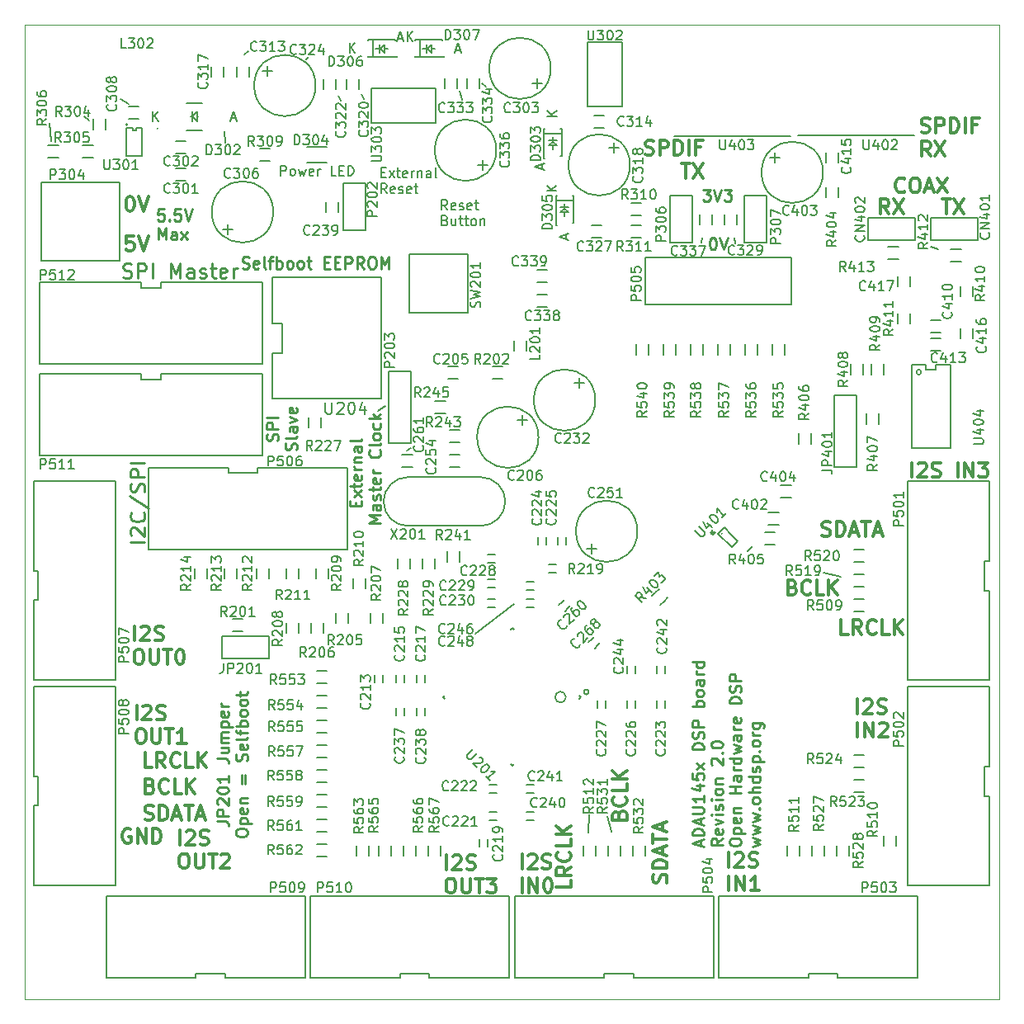
<source format=gto>
G04 #@! TF.FileFunction,Legend,Top*
%FSLAX46Y46*%
G04 Gerber Fmt 4.6, Leading zero omitted, Abs format (unit mm)*
G04 Created by KiCad (PCBNEW 4.0.2-stable) date 25/05/2016 09:45:10*
%MOMM*%
G01*
G04 APERTURE LIST*
%ADD10C,0.150000*%
%ADD11C,0.200000*%
%ADD12C,0.300000*%
%ADD13C,0.250000*%
%ADD14C,0.100000*%
G04 APERTURE END LIST*
D10*
D11*
X6096000Y90551000D02*
X6604000Y90170000D01*
X81978500Y43751500D02*
X83756500Y43370500D01*
X74168000Y45974000D02*
X74676000Y46482000D01*
D12*
X81800286Y47589357D02*
X82014572Y47517929D01*
X82371715Y47517929D01*
X82514572Y47589357D01*
X82586001Y47660786D01*
X82657429Y47803643D01*
X82657429Y47946500D01*
X82586001Y48089357D01*
X82514572Y48160786D01*
X82371715Y48232214D01*
X82086001Y48303643D01*
X81943143Y48375071D01*
X81871715Y48446500D01*
X81800286Y48589357D01*
X81800286Y48732214D01*
X81871715Y48875071D01*
X81943143Y48946500D01*
X82086001Y49017929D01*
X82443143Y49017929D01*
X82657429Y48946500D01*
X83300286Y47517929D02*
X83300286Y49017929D01*
X83657429Y49017929D01*
X83871714Y48946500D01*
X84014572Y48803643D01*
X84086000Y48660786D01*
X84157429Y48375071D01*
X84157429Y48160786D01*
X84086000Y47875071D01*
X84014572Y47732214D01*
X83871714Y47589357D01*
X83657429Y47517929D01*
X83300286Y47517929D01*
X84728857Y47946500D02*
X85443143Y47946500D01*
X84586000Y47517929D02*
X85086000Y49017929D01*
X85586000Y47517929D01*
X85871714Y49017929D02*
X86728857Y49017929D01*
X86300286Y47517929D02*
X86300286Y49017929D01*
X87157428Y47946500D02*
X87871714Y47946500D01*
X87014571Y47517929D02*
X87514571Y49017929D01*
X88014571Y47517929D01*
X78772000Y42271143D02*
X78986286Y42199714D01*
X79057714Y42128286D01*
X79129143Y41985429D01*
X79129143Y41771143D01*
X79057714Y41628286D01*
X78986286Y41556857D01*
X78843428Y41485429D01*
X78272000Y41485429D01*
X78272000Y42985429D01*
X78772000Y42985429D01*
X78914857Y42914000D01*
X78986286Y42842571D01*
X79057714Y42699714D01*
X79057714Y42556857D01*
X78986286Y42414000D01*
X78914857Y42342571D01*
X78772000Y42271143D01*
X78272000Y42271143D01*
X80629143Y41628286D02*
X80557714Y41556857D01*
X80343428Y41485429D01*
X80200571Y41485429D01*
X79986286Y41556857D01*
X79843428Y41699714D01*
X79772000Y41842571D01*
X79700571Y42128286D01*
X79700571Y42342571D01*
X79772000Y42628286D01*
X79843428Y42771143D01*
X79986286Y42914000D01*
X80200571Y42985429D01*
X80343428Y42985429D01*
X80557714Y42914000D01*
X80629143Y42842571D01*
X81986286Y41485429D02*
X81272000Y41485429D01*
X81272000Y42985429D01*
X82486286Y41485429D02*
X82486286Y42985429D01*
X83343429Y41485429D02*
X82700572Y42342571D01*
X83343429Y42985429D02*
X82486286Y42128286D01*
X84475143Y37421429D02*
X83760857Y37421429D01*
X83760857Y38921429D01*
X85832286Y37421429D02*
X85332286Y38135714D01*
X84975143Y37421429D02*
X84975143Y38921429D01*
X85546571Y38921429D01*
X85689429Y38850000D01*
X85760857Y38778571D01*
X85832286Y38635714D01*
X85832286Y38421429D01*
X85760857Y38278571D01*
X85689429Y38207143D01*
X85546571Y38135714D01*
X84975143Y38135714D01*
X87332286Y37564286D02*
X87260857Y37492857D01*
X87046571Y37421429D01*
X86903714Y37421429D01*
X86689429Y37492857D01*
X86546571Y37635714D01*
X86475143Y37778571D01*
X86403714Y38064286D01*
X86403714Y38278571D01*
X86475143Y38564286D01*
X86546571Y38707143D01*
X86689429Y38850000D01*
X86903714Y38921429D01*
X87046571Y38921429D01*
X87260857Y38850000D01*
X87332286Y38778571D01*
X88689429Y37421429D02*
X87975143Y37421429D01*
X87975143Y38921429D01*
X89189429Y37421429D02*
X89189429Y38921429D01*
X90046572Y37421429D02*
X89403715Y38278571D01*
X90046572Y38921429D02*
X89189429Y38064286D01*
D11*
X36195000Y60325000D02*
X36957000Y60833000D01*
X34798000Y92329000D02*
X34544000Y92837000D01*
X32385000Y92202000D02*
X32131000Y92710000D01*
X44831000Y92265500D02*
X44577000Y93218000D01*
X47307500Y93662500D02*
X46863000Y93980000D01*
X43354524Y80992619D02*
X43021190Y81468810D01*
X42783095Y80992619D02*
X42783095Y81992619D01*
X43164048Y81992619D01*
X43259286Y81945000D01*
X43306905Y81897381D01*
X43354524Y81802143D01*
X43354524Y81659286D01*
X43306905Y81564048D01*
X43259286Y81516429D01*
X43164048Y81468810D01*
X42783095Y81468810D01*
X44164048Y81040238D02*
X44068810Y80992619D01*
X43878333Y80992619D01*
X43783095Y81040238D01*
X43735476Y81135476D01*
X43735476Y81516429D01*
X43783095Y81611667D01*
X43878333Y81659286D01*
X44068810Y81659286D01*
X44164048Y81611667D01*
X44211667Y81516429D01*
X44211667Y81421190D01*
X43735476Y81325952D01*
X44592619Y81040238D02*
X44687857Y80992619D01*
X44878333Y80992619D01*
X44973572Y81040238D01*
X45021191Y81135476D01*
X45021191Y81183095D01*
X44973572Y81278333D01*
X44878333Y81325952D01*
X44735476Y81325952D01*
X44640238Y81373571D01*
X44592619Y81468810D01*
X44592619Y81516429D01*
X44640238Y81611667D01*
X44735476Y81659286D01*
X44878333Y81659286D01*
X44973572Y81611667D01*
X45830715Y81040238D02*
X45735477Y80992619D01*
X45545000Y80992619D01*
X45449762Y81040238D01*
X45402143Y81135476D01*
X45402143Y81516429D01*
X45449762Y81611667D01*
X45545000Y81659286D01*
X45735477Y81659286D01*
X45830715Y81611667D01*
X45878334Y81516429D01*
X45878334Y81421190D01*
X45402143Y81325952D01*
X46164048Y81659286D02*
X46545000Y81659286D01*
X46306905Y81992619D02*
X46306905Y81135476D01*
X46354524Y81040238D01*
X46449762Y80992619D01*
X46545000Y80992619D01*
X43116429Y79916429D02*
X43259286Y79868810D01*
X43306905Y79821190D01*
X43354524Y79725952D01*
X43354524Y79583095D01*
X43306905Y79487857D01*
X43259286Y79440238D01*
X43164048Y79392619D01*
X42783095Y79392619D01*
X42783095Y80392619D01*
X43116429Y80392619D01*
X43211667Y80345000D01*
X43259286Y80297381D01*
X43306905Y80202143D01*
X43306905Y80106905D01*
X43259286Y80011667D01*
X43211667Y79964048D01*
X43116429Y79916429D01*
X42783095Y79916429D01*
X44211667Y80059286D02*
X44211667Y79392619D01*
X43783095Y80059286D02*
X43783095Y79535476D01*
X43830714Y79440238D01*
X43925952Y79392619D01*
X44068810Y79392619D01*
X44164048Y79440238D01*
X44211667Y79487857D01*
X44545000Y80059286D02*
X44925952Y80059286D01*
X44687857Y80392619D02*
X44687857Y79535476D01*
X44735476Y79440238D01*
X44830714Y79392619D01*
X44925952Y79392619D01*
X45116429Y80059286D02*
X45497381Y80059286D01*
X45259286Y80392619D02*
X45259286Y79535476D01*
X45306905Y79440238D01*
X45402143Y79392619D01*
X45497381Y79392619D01*
X45973572Y79392619D02*
X45878334Y79440238D01*
X45830715Y79487857D01*
X45783096Y79583095D01*
X45783096Y79868810D01*
X45830715Y79964048D01*
X45878334Y80011667D01*
X45973572Y80059286D01*
X46116430Y80059286D01*
X46211668Y80011667D01*
X46259287Y79964048D01*
X46306906Y79868810D01*
X46306906Y79583095D01*
X46259287Y79487857D01*
X46211668Y79440238D01*
X46116430Y79392619D01*
X45973572Y79392619D01*
X46735477Y80059286D02*
X46735477Y79392619D01*
X46735477Y79964048D02*
X46783096Y80011667D01*
X46878334Y80059286D01*
X47021192Y80059286D01*
X47116430Y80011667D01*
X47164049Y79916429D01*
X47164049Y79392619D01*
X36560095Y84818429D02*
X36893429Y84818429D01*
X37036286Y84294619D02*
X36560095Y84294619D01*
X36560095Y85294619D01*
X37036286Y85294619D01*
X37369619Y84294619D02*
X37893429Y84961286D01*
X37369619Y84961286D02*
X37893429Y84294619D01*
X38131524Y84961286D02*
X38512476Y84961286D01*
X38274381Y85294619D02*
X38274381Y84437476D01*
X38322000Y84342238D01*
X38417238Y84294619D01*
X38512476Y84294619D01*
X39226763Y84342238D02*
X39131525Y84294619D01*
X38941048Y84294619D01*
X38845810Y84342238D01*
X38798191Y84437476D01*
X38798191Y84818429D01*
X38845810Y84913667D01*
X38941048Y84961286D01*
X39131525Y84961286D01*
X39226763Y84913667D01*
X39274382Y84818429D01*
X39274382Y84723190D01*
X38798191Y84627952D01*
X39702953Y84294619D02*
X39702953Y84961286D01*
X39702953Y84770810D02*
X39750572Y84866048D01*
X39798191Y84913667D01*
X39893429Y84961286D01*
X39988668Y84961286D01*
X40322001Y84961286D02*
X40322001Y84294619D01*
X40322001Y84866048D02*
X40369620Y84913667D01*
X40464858Y84961286D01*
X40607716Y84961286D01*
X40702954Y84913667D01*
X40750573Y84818429D01*
X40750573Y84294619D01*
X41655335Y84294619D02*
X41655335Y84818429D01*
X41607716Y84913667D01*
X41512478Y84961286D01*
X41322001Y84961286D01*
X41226763Y84913667D01*
X41655335Y84342238D02*
X41560097Y84294619D01*
X41322001Y84294619D01*
X41226763Y84342238D01*
X41179144Y84437476D01*
X41179144Y84532714D01*
X41226763Y84627952D01*
X41322001Y84675571D01*
X41560097Y84675571D01*
X41655335Y84723190D01*
X42274382Y84294619D02*
X42179144Y84342238D01*
X42131525Y84437476D01*
X42131525Y85294619D01*
X37131524Y82694619D02*
X36798190Y83170810D01*
X36560095Y82694619D02*
X36560095Y83694619D01*
X36941048Y83694619D01*
X37036286Y83647000D01*
X37083905Y83599381D01*
X37131524Y83504143D01*
X37131524Y83361286D01*
X37083905Y83266048D01*
X37036286Y83218429D01*
X36941048Y83170810D01*
X36560095Y83170810D01*
X37941048Y82742238D02*
X37845810Y82694619D01*
X37655333Y82694619D01*
X37560095Y82742238D01*
X37512476Y82837476D01*
X37512476Y83218429D01*
X37560095Y83313667D01*
X37655333Y83361286D01*
X37845810Y83361286D01*
X37941048Y83313667D01*
X37988667Y83218429D01*
X37988667Y83123190D01*
X37512476Y83027952D01*
X38369619Y82742238D02*
X38464857Y82694619D01*
X38655333Y82694619D01*
X38750572Y82742238D01*
X38798191Y82837476D01*
X38798191Y82885095D01*
X38750572Y82980333D01*
X38655333Y83027952D01*
X38512476Y83027952D01*
X38417238Y83075571D01*
X38369619Y83170810D01*
X38369619Y83218429D01*
X38417238Y83313667D01*
X38512476Y83361286D01*
X38655333Y83361286D01*
X38750572Y83313667D01*
X39607715Y82742238D02*
X39512477Y82694619D01*
X39322000Y82694619D01*
X39226762Y82742238D01*
X39179143Y82837476D01*
X39179143Y83218429D01*
X39226762Y83313667D01*
X39322000Y83361286D01*
X39512477Y83361286D01*
X39607715Y83313667D01*
X39655334Y83218429D01*
X39655334Y83123190D01*
X39179143Y83027952D01*
X39941048Y83361286D02*
X40322000Y83361286D01*
X40083905Y83694619D02*
X40083905Y82837476D01*
X40131524Y82742238D01*
X40226762Y82694619D01*
X40322000Y82694619D01*
X26257714Y84510619D02*
X26257714Y85510619D01*
X26638667Y85510619D01*
X26733905Y85463000D01*
X26781524Y85415381D01*
X26829143Y85320143D01*
X26829143Y85177286D01*
X26781524Y85082048D01*
X26733905Y85034429D01*
X26638667Y84986810D01*
X26257714Y84986810D01*
X27400571Y84510619D02*
X27305333Y84558238D01*
X27257714Y84605857D01*
X27210095Y84701095D01*
X27210095Y84986810D01*
X27257714Y85082048D01*
X27305333Y85129667D01*
X27400571Y85177286D01*
X27543429Y85177286D01*
X27638667Y85129667D01*
X27686286Y85082048D01*
X27733905Y84986810D01*
X27733905Y84701095D01*
X27686286Y84605857D01*
X27638667Y84558238D01*
X27543429Y84510619D01*
X27400571Y84510619D01*
X28067238Y85177286D02*
X28257714Y84510619D01*
X28448191Y84986810D01*
X28638667Y84510619D01*
X28829143Y85177286D01*
X29591048Y84558238D02*
X29495810Y84510619D01*
X29305333Y84510619D01*
X29210095Y84558238D01*
X29162476Y84653476D01*
X29162476Y85034429D01*
X29210095Y85129667D01*
X29305333Y85177286D01*
X29495810Y85177286D01*
X29591048Y85129667D01*
X29638667Y85034429D01*
X29638667Y84939190D01*
X29162476Y84843952D01*
X30067238Y84510619D02*
X30067238Y85177286D01*
X30067238Y84986810D02*
X30114857Y85082048D01*
X30162476Y85129667D01*
X30257714Y85177286D01*
X30352953Y85177286D01*
X31924382Y84510619D02*
X31448191Y84510619D01*
X31448191Y85510619D01*
X32257715Y85034429D02*
X32591049Y85034429D01*
X32733906Y84510619D02*
X32257715Y84510619D01*
X32257715Y85510619D01*
X32733906Y85510619D01*
X33162477Y84510619D02*
X33162477Y85510619D01*
X33400572Y85510619D01*
X33543430Y85463000D01*
X33638668Y85367762D01*
X33686287Y85272524D01*
X33733906Y85082048D01*
X33733906Y84939190D01*
X33686287Y84748714D01*
X33638668Y84653476D01*
X33543430Y84558238D01*
X33400572Y84510619D01*
X33162477Y84510619D01*
X20574000Y87884000D02*
X20447000Y89027000D01*
X92964000Y77216000D02*
X93726000Y76962000D01*
D12*
X12859000Y21887643D02*
X13073286Y21816214D01*
X13144714Y21744786D01*
X13216143Y21601929D01*
X13216143Y21387643D01*
X13144714Y21244786D01*
X13073286Y21173357D01*
X12930428Y21101929D01*
X12359000Y21101929D01*
X12359000Y22601929D01*
X12859000Y22601929D01*
X13001857Y22530500D01*
X13073286Y22459071D01*
X13144714Y22316214D01*
X13144714Y22173357D01*
X13073286Y22030500D01*
X13001857Y21959071D01*
X12859000Y21887643D01*
X12359000Y21887643D01*
X14716143Y21244786D02*
X14644714Y21173357D01*
X14430428Y21101929D01*
X14287571Y21101929D01*
X14073286Y21173357D01*
X13930428Y21316214D01*
X13859000Y21459071D01*
X13787571Y21744786D01*
X13787571Y21959071D01*
X13859000Y22244786D01*
X13930428Y22387643D01*
X14073286Y22530500D01*
X14287571Y22601929D01*
X14430428Y22601929D01*
X14644714Y22530500D01*
X14716143Y22459071D01*
X16073286Y21101929D02*
X15359000Y21101929D01*
X15359000Y22601929D01*
X16573286Y21101929D02*
X16573286Y22601929D01*
X17430429Y21101929D02*
X16787572Y21959071D01*
X17430429Y22601929D02*
X16573286Y21744786D01*
D11*
X29083000Y96647000D02*
X28829000Y96393000D01*
D13*
X19713857Y18237929D02*
X20571000Y18237929D01*
X20742429Y18180787D01*
X20856714Y18066501D01*
X20913857Y17895072D01*
X20913857Y17780787D01*
X20913857Y18809358D02*
X19713857Y18809358D01*
X19713857Y19266501D01*
X19771000Y19380787D01*
X19828143Y19437930D01*
X19942429Y19495073D01*
X20113857Y19495073D01*
X20228143Y19437930D01*
X20285286Y19380787D01*
X20342429Y19266501D01*
X20342429Y18809358D01*
X19828143Y19952215D02*
X19771000Y20009358D01*
X19713857Y20123644D01*
X19713857Y20409358D01*
X19771000Y20523644D01*
X19828143Y20580787D01*
X19942429Y20637930D01*
X20056714Y20637930D01*
X20228143Y20580787D01*
X20913857Y19895073D01*
X20913857Y20637930D01*
X19713857Y21380787D02*
X19713857Y21495072D01*
X19771000Y21609358D01*
X19828143Y21666501D01*
X19942429Y21723644D01*
X20171000Y21780787D01*
X20456714Y21780787D01*
X20685286Y21723644D01*
X20799571Y21666501D01*
X20856714Y21609358D01*
X20913857Y21495072D01*
X20913857Y21380787D01*
X20856714Y21266501D01*
X20799571Y21209358D01*
X20685286Y21152215D01*
X20456714Y21095072D01*
X20171000Y21095072D01*
X19942429Y21152215D01*
X19828143Y21209358D01*
X19771000Y21266501D01*
X19713857Y21380787D01*
X20913857Y22923644D02*
X20913857Y22237929D01*
X20913857Y22580787D02*
X19713857Y22580787D01*
X19885286Y22466501D01*
X19999571Y22352215D01*
X20056714Y22237929D01*
X19713857Y24695072D02*
X20571000Y24695072D01*
X20742429Y24637930D01*
X20856714Y24523644D01*
X20913857Y24352215D01*
X20913857Y24237930D01*
X20113857Y25780787D02*
X20913857Y25780787D01*
X20113857Y25266501D02*
X20742429Y25266501D01*
X20856714Y25323644D01*
X20913857Y25437930D01*
X20913857Y25609358D01*
X20856714Y25723644D01*
X20799571Y25780787D01*
X20913857Y26352215D02*
X20113857Y26352215D01*
X20228143Y26352215D02*
X20171000Y26409358D01*
X20113857Y26523644D01*
X20113857Y26695072D01*
X20171000Y26809358D01*
X20285286Y26866501D01*
X20913857Y26866501D01*
X20285286Y26866501D02*
X20171000Y26923644D01*
X20113857Y27037930D01*
X20113857Y27209358D01*
X20171000Y27323644D01*
X20285286Y27380787D01*
X20913857Y27380787D01*
X20113857Y27952215D02*
X21313857Y27952215D01*
X20171000Y27952215D02*
X20113857Y28066501D01*
X20113857Y28295072D01*
X20171000Y28409358D01*
X20228143Y28466501D01*
X20342429Y28523644D01*
X20685286Y28523644D01*
X20799571Y28466501D01*
X20856714Y28409358D01*
X20913857Y28295072D01*
X20913857Y28066501D01*
X20856714Y27952215D01*
X20856714Y29495072D02*
X20913857Y29380786D01*
X20913857Y29152215D01*
X20856714Y29037929D01*
X20742429Y28980786D01*
X20285286Y28980786D01*
X20171000Y29037929D01*
X20113857Y29152215D01*
X20113857Y29380786D01*
X20171000Y29495072D01*
X20285286Y29552215D01*
X20399571Y29552215D01*
X20513857Y28980786D01*
X20913857Y30066500D02*
X20113857Y30066500D01*
X20342429Y30066500D02*
X20228143Y30123643D01*
X20171000Y30180786D01*
X20113857Y30295072D01*
X20113857Y30409357D01*
X21643857Y16980788D02*
X21643857Y17209359D01*
X21701000Y17323645D01*
X21815286Y17437931D01*
X22043857Y17495073D01*
X22443857Y17495073D01*
X22672429Y17437931D01*
X22786714Y17323645D01*
X22843857Y17209359D01*
X22843857Y16980788D01*
X22786714Y16866502D01*
X22672429Y16752216D01*
X22443857Y16695073D01*
X22043857Y16695073D01*
X21815286Y16752216D01*
X21701000Y16866502D01*
X21643857Y16980788D01*
X22043857Y18009359D02*
X23243857Y18009359D01*
X22101000Y18009359D02*
X22043857Y18123645D01*
X22043857Y18352216D01*
X22101000Y18466502D01*
X22158143Y18523645D01*
X22272429Y18580788D01*
X22615286Y18580788D01*
X22729571Y18523645D01*
X22786714Y18466502D01*
X22843857Y18352216D01*
X22843857Y18123645D01*
X22786714Y18009359D01*
X22786714Y19552216D02*
X22843857Y19437930D01*
X22843857Y19209359D01*
X22786714Y19095073D01*
X22672429Y19037930D01*
X22215286Y19037930D01*
X22101000Y19095073D01*
X22043857Y19209359D01*
X22043857Y19437930D01*
X22101000Y19552216D01*
X22215286Y19609359D01*
X22329571Y19609359D01*
X22443857Y19037930D01*
X22043857Y20123644D02*
X22843857Y20123644D01*
X22158143Y20123644D02*
X22101000Y20180787D01*
X22043857Y20295073D01*
X22043857Y20466501D01*
X22101000Y20580787D01*
X22215286Y20637930D01*
X22843857Y20637930D01*
X22215286Y22123644D02*
X22215286Y23037930D01*
X22558143Y23037930D02*
X22558143Y22123644D01*
X22786714Y24466501D02*
X22843857Y24637930D01*
X22843857Y24923644D01*
X22786714Y25037930D01*
X22729571Y25095073D01*
X22615286Y25152216D01*
X22501000Y25152216D01*
X22386714Y25095073D01*
X22329571Y25037930D01*
X22272429Y24923644D01*
X22215286Y24695073D01*
X22158143Y24580787D01*
X22101000Y24523644D01*
X21986714Y24466501D01*
X21872429Y24466501D01*
X21758143Y24523644D01*
X21701000Y24580787D01*
X21643857Y24695073D01*
X21643857Y24980787D01*
X21701000Y25152216D01*
X22786714Y26123644D02*
X22843857Y26009358D01*
X22843857Y25780787D01*
X22786714Y25666501D01*
X22672429Y25609358D01*
X22215286Y25609358D01*
X22101000Y25666501D01*
X22043857Y25780787D01*
X22043857Y26009358D01*
X22101000Y26123644D01*
X22215286Y26180787D01*
X22329571Y26180787D01*
X22443857Y25609358D01*
X22843857Y26866501D02*
X22786714Y26752215D01*
X22672429Y26695072D01*
X21643857Y26695072D01*
X22043857Y27152215D02*
X22043857Y27609358D01*
X22843857Y27323643D02*
X21815286Y27323643D01*
X21701000Y27380786D01*
X21643857Y27495072D01*
X21643857Y27609358D01*
X22843857Y28009357D02*
X21643857Y28009357D01*
X22101000Y28009357D02*
X22043857Y28123643D01*
X22043857Y28352214D01*
X22101000Y28466500D01*
X22158143Y28523643D01*
X22272429Y28580786D01*
X22615286Y28580786D01*
X22729571Y28523643D01*
X22786714Y28466500D01*
X22843857Y28352214D01*
X22843857Y28123643D01*
X22786714Y28009357D01*
X22843857Y29266500D02*
X22786714Y29152214D01*
X22729571Y29095071D01*
X22615286Y29037928D01*
X22272429Y29037928D01*
X22158143Y29095071D01*
X22101000Y29152214D01*
X22043857Y29266500D01*
X22043857Y29437928D01*
X22101000Y29552214D01*
X22158143Y29609357D01*
X22272429Y29666500D01*
X22615286Y29666500D01*
X22729571Y29609357D01*
X22786714Y29552214D01*
X22843857Y29437928D01*
X22843857Y29266500D01*
X22843857Y30352214D02*
X22786714Y30237928D01*
X22729571Y30180785D01*
X22615286Y30123642D01*
X22272429Y30123642D01*
X22158143Y30180785D01*
X22101000Y30237928D01*
X22043857Y30352214D01*
X22043857Y30523642D01*
X22101000Y30637928D01*
X22158143Y30695071D01*
X22272429Y30752214D01*
X22615286Y30752214D01*
X22729571Y30695071D01*
X22786714Y30637928D01*
X22843857Y30523642D01*
X22843857Y30352214D01*
X22043857Y31095071D02*
X22043857Y31552214D01*
X21643857Y31266499D02*
X22672429Y31266499D01*
X22786714Y31323642D01*
X22843857Y31437928D01*
X22843857Y31552214D01*
D11*
X72898000Y77571600D02*
X72796400Y78130400D01*
X69405500Y77660500D02*
X69532500Y78168500D01*
X22923500Y97282000D02*
X22479000Y96964500D01*
D13*
X25936714Y57318428D02*
X25993857Y57489857D01*
X25993857Y57775571D01*
X25936714Y57889857D01*
X25879571Y57947000D01*
X25765286Y58004143D01*
X25651000Y58004143D01*
X25536714Y57947000D01*
X25479571Y57889857D01*
X25422429Y57775571D01*
X25365286Y57547000D01*
X25308143Y57432714D01*
X25251000Y57375571D01*
X25136714Y57318428D01*
X25022429Y57318428D01*
X24908143Y57375571D01*
X24851000Y57432714D01*
X24793857Y57547000D01*
X24793857Y57832714D01*
X24851000Y58004143D01*
X25993857Y58518428D02*
X24793857Y58518428D01*
X24793857Y58975571D01*
X24851000Y59089857D01*
X24908143Y59147000D01*
X25022429Y59204143D01*
X25193857Y59204143D01*
X25308143Y59147000D01*
X25365286Y59089857D01*
X25422429Y58975571D01*
X25422429Y58518428D01*
X25993857Y59718428D02*
X24793857Y59718428D01*
X27866714Y56375572D02*
X27923857Y56547001D01*
X27923857Y56832715D01*
X27866714Y56947001D01*
X27809571Y57004144D01*
X27695286Y57061287D01*
X27581000Y57061287D01*
X27466714Y57004144D01*
X27409571Y56947001D01*
X27352429Y56832715D01*
X27295286Y56604144D01*
X27238143Y56489858D01*
X27181000Y56432715D01*
X27066714Y56375572D01*
X26952429Y56375572D01*
X26838143Y56432715D01*
X26781000Y56489858D01*
X26723857Y56604144D01*
X26723857Y56889858D01*
X26781000Y57061287D01*
X27923857Y57747001D02*
X27866714Y57632715D01*
X27752429Y57575572D01*
X26723857Y57575572D01*
X27923857Y58718429D02*
X27295286Y58718429D01*
X27181000Y58661286D01*
X27123857Y58547000D01*
X27123857Y58318429D01*
X27181000Y58204143D01*
X27866714Y58718429D02*
X27923857Y58604143D01*
X27923857Y58318429D01*
X27866714Y58204143D01*
X27752429Y58147000D01*
X27638143Y58147000D01*
X27523857Y58204143D01*
X27466714Y58318429D01*
X27466714Y58604143D01*
X27409571Y58718429D01*
X27123857Y59175572D02*
X27923857Y59461286D01*
X27123857Y59747000D01*
X27866714Y60661286D02*
X27923857Y60547000D01*
X27923857Y60318429D01*
X27866714Y60204143D01*
X27752429Y60147000D01*
X27295286Y60147000D01*
X27181000Y60204143D01*
X27123857Y60318429D01*
X27123857Y60547000D01*
X27181000Y60661286D01*
X27295286Y60718429D01*
X27409571Y60718429D01*
X27523857Y60147000D01*
X10089286Y74068857D02*
X10303572Y73997429D01*
X10660715Y73997429D01*
X10803572Y74068857D01*
X10875001Y74140286D01*
X10946429Y74283143D01*
X10946429Y74426000D01*
X10875001Y74568857D01*
X10803572Y74640286D01*
X10660715Y74711714D01*
X10375001Y74783143D01*
X10232143Y74854571D01*
X10160715Y74926000D01*
X10089286Y75068857D01*
X10089286Y75211714D01*
X10160715Y75354571D01*
X10232143Y75426000D01*
X10375001Y75497429D01*
X10732143Y75497429D01*
X10946429Y75426000D01*
X11589286Y73997429D02*
X11589286Y75497429D01*
X12160714Y75497429D01*
X12303572Y75426000D01*
X12375000Y75354571D01*
X12446429Y75211714D01*
X12446429Y74997429D01*
X12375000Y74854571D01*
X12303572Y74783143D01*
X12160714Y74711714D01*
X11589286Y74711714D01*
X13089286Y73997429D02*
X13089286Y75497429D01*
X14946429Y73997429D02*
X14946429Y75497429D01*
X15446429Y74426000D01*
X15946429Y75497429D01*
X15946429Y73997429D01*
X17303572Y73997429D02*
X17303572Y74783143D01*
X17232143Y74926000D01*
X17089286Y74997429D01*
X16803572Y74997429D01*
X16660715Y74926000D01*
X17303572Y74068857D02*
X17160715Y73997429D01*
X16803572Y73997429D01*
X16660715Y74068857D01*
X16589286Y74211714D01*
X16589286Y74354571D01*
X16660715Y74497429D01*
X16803572Y74568857D01*
X17160715Y74568857D01*
X17303572Y74640286D01*
X17946429Y74068857D02*
X18089286Y73997429D01*
X18375001Y73997429D01*
X18517858Y74068857D01*
X18589286Y74211714D01*
X18589286Y74283143D01*
X18517858Y74426000D01*
X18375001Y74497429D01*
X18160715Y74497429D01*
X18017858Y74568857D01*
X17946429Y74711714D01*
X17946429Y74783143D01*
X18017858Y74926000D01*
X18160715Y74997429D01*
X18375001Y74997429D01*
X18517858Y74926000D01*
X19017858Y74997429D02*
X19589287Y74997429D01*
X19232144Y75497429D02*
X19232144Y74211714D01*
X19303572Y74068857D01*
X19446430Y73997429D01*
X19589287Y73997429D01*
X20660715Y74068857D02*
X20517858Y73997429D01*
X20232144Y73997429D01*
X20089287Y74068857D01*
X20017858Y74211714D01*
X20017858Y74783143D01*
X20089287Y74926000D01*
X20232144Y74997429D01*
X20517858Y74997429D01*
X20660715Y74926000D01*
X20732144Y74783143D01*
X20732144Y74640286D01*
X20017858Y74497429D01*
X21375001Y73997429D02*
X21375001Y74997429D01*
X21375001Y74711714D02*
X21446429Y74854571D01*
X21517858Y74926000D01*
X21660715Y74997429D01*
X21803572Y74997429D01*
X72291857Y16008286D02*
X72291857Y16236857D01*
X72349000Y16351143D01*
X72463286Y16465429D01*
X72691857Y16522571D01*
X73091857Y16522571D01*
X73320429Y16465429D01*
X73434714Y16351143D01*
X73491857Y16236857D01*
X73491857Y16008286D01*
X73434714Y15894000D01*
X73320429Y15779714D01*
X73091857Y15722571D01*
X72691857Y15722571D01*
X72463286Y15779714D01*
X72349000Y15894000D01*
X72291857Y16008286D01*
X72691857Y17036857D02*
X73891857Y17036857D01*
X72749000Y17036857D02*
X72691857Y17151143D01*
X72691857Y17379714D01*
X72749000Y17494000D01*
X72806143Y17551143D01*
X72920429Y17608286D01*
X73263286Y17608286D01*
X73377571Y17551143D01*
X73434714Y17494000D01*
X73491857Y17379714D01*
X73491857Y17151143D01*
X73434714Y17036857D01*
X73434714Y18579714D02*
X73491857Y18465428D01*
X73491857Y18236857D01*
X73434714Y18122571D01*
X73320429Y18065428D01*
X72863286Y18065428D01*
X72749000Y18122571D01*
X72691857Y18236857D01*
X72691857Y18465428D01*
X72749000Y18579714D01*
X72863286Y18636857D01*
X72977571Y18636857D01*
X73091857Y18065428D01*
X72691857Y19151142D02*
X73491857Y19151142D01*
X72806143Y19151142D02*
X72749000Y19208285D01*
X72691857Y19322571D01*
X72691857Y19493999D01*
X72749000Y19608285D01*
X72863286Y19665428D01*
X73491857Y19665428D01*
X73491857Y21151142D02*
X72291857Y21151142D01*
X72863286Y21151142D02*
X72863286Y21836857D01*
X73491857Y21836857D02*
X72291857Y21836857D01*
X73491857Y22922571D02*
X72863286Y22922571D01*
X72749000Y22865428D01*
X72691857Y22751142D01*
X72691857Y22522571D01*
X72749000Y22408285D01*
X73434714Y22922571D02*
X73491857Y22808285D01*
X73491857Y22522571D01*
X73434714Y22408285D01*
X73320429Y22351142D01*
X73206143Y22351142D01*
X73091857Y22408285D01*
X73034714Y22522571D01*
X73034714Y22808285D01*
X72977571Y22922571D01*
X73491857Y23493999D02*
X72691857Y23493999D01*
X72920429Y23493999D02*
X72806143Y23551142D01*
X72749000Y23608285D01*
X72691857Y23722571D01*
X72691857Y23836856D01*
X73491857Y24751142D02*
X72291857Y24751142D01*
X73434714Y24751142D02*
X73491857Y24636856D01*
X73491857Y24408285D01*
X73434714Y24293999D01*
X73377571Y24236856D01*
X73263286Y24179713D01*
X72920429Y24179713D01*
X72806143Y24236856D01*
X72749000Y24293999D01*
X72691857Y24408285D01*
X72691857Y24636856D01*
X72749000Y24751142D01*
X72691857Y25208285D02*
X73491857Y25436856D01*
X72920429Y25665427D01*
X73491857Y25893999D01*
X72691857Y26122570D01*
X73491857Y27093999D02*
X72863286Y27093999D01*
X72749000Y27036856D01*
X72691857Y26922570D01*
X72691857Y26693999D01*
X72749000Y26579713D01*
X73434714Y27093999D02*
X73491857Y26979713D01*
X73491857Y26693999D01*
X73434714Y26579713D01*
X73320429Y26522570D01*
X73206143Y26522570D01*
X73091857Y26579713D01*
X73034714Y26693999D01*
X73034714Y26979713D01*
X72977571Y27093999D01*
X73491857Y27665427D02*
X72691857Y27665427D01*
X72920429Y27665427D02*
X72806143Y27722570D01*
X72749000Y27779713D01*
X72691857Y27893999D01*
X72691857Y28008284D01*
X73434714Y28865427D02*
X73491857Y28751141D01*
X73491857Y28522570D01*
X73434714Y28408284D01*
X73320429Y28351141D01*
X72863286Y28351141D01*
X72749000Y28408284D01*
X72691857Y28522570D01*
X72691857Y28751141D01*
X72749000Y28865427D01*
X72863286Y28922570D01*
X72977571Y28922570D01*
X73091857Y28351141D01*
X73491857Y30351141D02*
X72291857Y30351141D01*
X72291857Y30636856D01*
X72349000Y30808284D01*
X72463286Y30922570D01*
X72577571Y30979713D01*
X72806143Y31036856D01*
X72977571Y31036856D01*
X73206143Y30979713D01*
X73320429Y30922570D01*
X73434714Y30808284D01*
X73491857Y30636856D01*
X73491857Y30351141D01*
X73434714Y31493998D02*
X73491857Y31665427D01*
X73491857Y31951141D01*
X73434714Y32065427D01*
X73377571Y32122570D01*
X73263286Y32179713D01*
X73149000Y32179713D01*
X73034714Y32122570D01*
X72977571Y32065427D01*
X72920429Y31951141D01*
X72863286Y31722570D01*
X72806143Y31608284D01*
X72749000Y31551141D01*
X72634714Y31493998D01*
X72520429Y31493998D01*
X72406143Y31551141D01*
X72349000Y31608284D01*
X72291857Y31722570D01*
X72291857Y32008284D01*
X72349000Y32179713D01*
X73491857Y32693998D02*
X72291857Y32693998D01*
X72291857Y33151141D01*
X72349000Y33265427D01*
X72406143Y33322570D01*
X72520429Y33379713D01*
X72691857Y33379713D01*
X72806143Y33322570D01*
X72863286Y33265427D01*
X72920429Y33151141D01*
X72920429Y32693998D01*
X74621857Y15665429D02*
X75421857Y15894000D01*
X74850429Y16122571D01*
X75421857Y16351143D01*
X74621857Y16579714D01*
X74621857Y16922572D02*
X75421857Y17151143D01*
X74850429Y17379714D01*
X75421857Y17608286D01*
X74621857Y17836857D01*
X74621857Y18179715D02*
X75421857Y18408286D01*
X74850429Y18636857D01*
X75421857Y18865429D01*
X74621857Y19094000D01*
X75307571Y19551143D02*
X75364714Y19608286D01*
X75421857Y19551143D01*
X75364714Y19494000D01*
X75307571Y19551143D01*
X75421857Y19551143D01*
X75421857Y20294001D02*
X75364714Y20179715D01*
X75307571Y20122572D01*
X75193286Y20065429D01*
X74850429Y20065429D01*
X74736143Y20122572D01*
X74679000Y20179715D01*
X74621857Y20294001D01*
X74621857Y20465429D01*
X74679000Y20579715D01*
X74736143Y20636858D01*
X74850429Y20694001D01*
X75193286Y20694001D01*
X75307571Y20636858D01*
X75364714Y20579715D01*
X75421857Y20465429D01*
X75421857Y20294001D01*
X75421857Y21208286D02*
X74221857Y21208286D01*
X75421857Y21722572D02*
X74793286Y21722572D01*
X74679000Y21665429D01*
X74621857Y21551143D01*
X74621857Y21379715D01*
X74679000Y21265429D01*
X74736143Y21208286D01*
X75421857Y22808286D02*
X74221857Y22808286D01*
X75364714Y22808286D02*
X75421857Y22694000D01*
X75421857Y22465429D01*
X75364714Y22351143D01*
X75307571Y22294000D01*
X75193286Y22236857D01*
X74850429Y22236857D01*
X74736143Y22294000D01*
X74679000Y22351143D01*
X74621857Y22465429D01*
X74621857Y22694000D01*
X74679000Y22808286D01*
X75364714Y23322571D02*
X75421857Y23436857D01*
X75421857Y23665429D01*
X75364714Y23779714D01*
X75250429Y23836857D01*
X75193286Y23836857D01*
X75079000Y23779714D01*
X75021857Y23665429D01*
X75021857Y23494000D01*
X74964714Y23379714D01*
X74850429Y23322571D01*
X74793286Y23322571D01*
X74679000Y23379714D01*
X74621857Y23494000D01*
X74621857Y23665429D01*
X74679000Y23779714D01*
X74621857Y24351143D02*
X75821857Y24351143D01*
X74679000Y24351143D02*
X74621857Y24465429D01*
X74621857Y24694000D01*
X74679000Y24808286D01*
X74736143Y24865429D01*
X74850429Y24922572D01*
X75193286Y24922572D01*
X75307571Y24865429D01*
X75364714Y24808286D01*
X75421857Y24694000D01*
X75421857Y24465429D01*
X75364714Y24351143D01*
X75307571Y25436857D02*
X75364714Y25494000D01*
X75421857Y25436857D01*
X75364714Y25379714D01*
X75307571Y25436857D01*
X75421857Y25436857D01*
X75421857Y26179715D02*
X75364714Y26065429D01*
X75307571Y26008286D01*
X75193286Y25951143D01*
X74850429Y25951143D01*
X74736143Y26008286D01*
X74679000Y26065429D01*
X74621857Y26179715D01*
X74621857Y26351143D01*
X74679000Y26465429D01*
X74736143Y26522572D01*
X74850429Y26579715D01*
X75193286Y26579715D01*
X75307571Y26522572D01*
X75364714Y26465429D01*
X75421857Y26351143D01*
X75421857Y26179715D01*
X75421857Y27094000D02*
X74621857Y27094000D01*
X74850429Y27094000D02*
X74736143Y27151143D01*
X74679000Y27208286D01*
X74621857Y27322572D01*
X74621857Y27436857D01*
X74621857Y28351143D02*
X75593286Y28351143D01*
X75707571Y28294000D01*
X75764714Y28236857D01*
X75821857Y28122572D01*
X75821857Y27951143D01*
X75764714Y27836857D01*
X75364714Y28351143D02*
X75421857Y28236857D01*
X75421857Y28008286D01*
X75364714Y27894000D01*
X75307571Y27836857D01*
X75193286Y27779714D01*
X74850429Y27779714D01*
X74736143Y27836857D01*
X74679000Y27894000D01*
X74621857Y28008286D01*
X74621857Y28236857D01*
X74679000Y28351143D01*
X14255643Y81060643D02*
X13684214Y81060643D01*
X13627071Y80489214D01*
X13684214Y80546357D01*
X13798500Y80603500D01*
X14084214Y80603500D01*
X14198500Y80546357D01*
X14255643Y80489214D01*
X14312786Y80374929D01*
X14312786Y80089214D01*
X14255643Y79974929D01*
X14198500Y79917786D01*
X14084214Y79860643D01*
X13798500Y79860643D01*
X13684214Y79917786D01*
X13627071Y79974929D01*
X14827071Y79974929D02*
X14884214Y79917786D01*
X14827071Y79860643D01*
X14769928Y79917786D01*
X14827071Y79974929D01*
X14827071Y79860643D01*
X15969929Y81060643D02*
X15398500Y81060643D01*
X15341357Y80489214D01*
X15398500Y80546357D01*
X15512786Y80603500D01*
X15798500Y80603500D01*
X15912786Y80546357D01*
X15969929Y80489214D01*
X16027072Y80374929D01*
X16027072Y80089214D01*
X15969929Y79974929D01*
X15912786Y79917786D01*
X15798500Y79860643D01*
X15512786Y79860643D01*
X15398500Y79917786D01*
X15341357Y79974929D01*
X16369929Y81060643D02*
X16769929Y79860643D01*
X17169929Y81060643D01*
X13684214Y77930643D02*
X13684214Y79130643D01*
X14084214Y78273500D01*
X14484214Y79130643D01*
X14484214Y77930643D01*
X15569929Y77930643D02*
X15569929Y78559214D01*
X15512786Y78673500D01*
X15398500Y78730643D01*
X15169929Y78730643D01*
X15055643Y78673500D01*
X15569929Y77987786D02*
X15455643Y77930643D01*
X15169929Y77930643D01*
X15055643Y77987786D01*
X14998500Y78102071D01*
X14998500Y78216357D01*
X15055643Y78330643D01*
X15169929Y78387786D01*
X15455643Y78387786D01*
X15569929Y78444929D01*
X16027072Y77930643D02*
X16655643Y78730643D01*
X16027072Y78730643D02*
X16655643Y77930643D01*
D12*
X90273029Y82902286D02*
X90201600Y82830857D01*
X89987314Y82759429D01*
X89844457Y82759429D01*
X89630172Y82830857D01*
X89487314Y82973714D01*
X89415886Y83116571D01*
X89344457Y83402286D01*
X89344457Y83616571D01*
X89415886Y83902286D01*
X89487314Y84045143D01*
X89630172Y84188000D01*
X89844457Y84259429D01*
X89987314Y84259429D01*
X90201600Y84188000D01*
X90273029Y84116571D01*
X91201600Y84259429D02*
X91487314Y84259429D01*
X91630172Y84188000D01*
X91773029Y84045143D01*
X91844457Y83759429D01*
X91844457Y83259429D01*
X91773029Y82973714D01*
X91630172Y82830857D01*
X91487314Y82759429D01*
X91201600Y82759429D01*
X91058743Y82830857D01*
X90915886Y82973714D01*
X90844457Y83259429D01*
X90844457Y83759429D01*
X90915886Y84045143D01*
X91058743Y84188000D01*
X91201600Y84259429D01*
X92415886Y83188000D02*
X93130172Y83188000D01*
X92273029Y82759429D02*
X92773029Y84259429D01*
X93273029Y82759429D01*
X93630172Y84259429D02*
X94630172Y82759429D01*
X94630172Y84259429D02*
X93630172Y82759429D01*
X94110743Y82100429D02*
X94967886Y82100429D01*
X94539315Y80600429D02*
X94539315Y82100429D01*
X95325029Y82100429D02*
X96325029Y80600429D01*
X96325029Y82100429D02*
X95325029Y80600429D01*
X88653601Y80600429D02*
X88153601Y81314714D01*
X87796458Y80600429D02*
X87796458Y82100429D01*
X88367886Y82100429D01*
X88510744Y82029000D01*
X88582172Y81957571D01*
X88653601Y81814714D01*
X88653601Y81600429D01*
X88582172Y81457571D01*
X88510744Y81386143D01*
X88367886Y81314714D01*
X87796458Y81314714D01*
X89153601Y82100429D02*
X90153601Y80600429D01*
X90153601Y82100429D02*
X89153601Y80600429D01*
X91983314Y88983857D02*
X92197600Y88912429D01*
X92554743Y88912429D01*
X92697600Y88983857D01*
X92769029Y89055286D01*
X92840457Y89198143D01*
X92840457Y89341000D01*
X92769029Y89483857D01*
X92697600Y89555286D01*
X92554743Y89626714D01*
X92269029Y89698143D01*
X92126171Y89769571D01*
X92054743Y89841000D01*
X91983314Y89983857D01*
X91983314Y90126714D01*
X92054743Y90269571D01*
X92126171Y90341000D01*
X92269029Y90412429D01*
X92626171Y90412429D01*
X92840457Y90341000D01*
X93483314Y88912429D02*
X93483314Y90412429D01*
X94054742Y90412429D01*
X94197600Y90341000D01*
X94269028Y90269571D01*
X94340457Y90126714D01*
X94340457Y89912429D01*
X94269028Y89769571D01*
X94197600Y89698143D01*
X94054742Y89626714D01*
X93483314Y89626714D01*
X94983314Y88912429D02*
X94983314Y90412429D01*
X95340457Y90412429D01*
X95554742Y90341000D01*
X95697600Y90198143D01*
X95769028Y90055286D01*
X95840457Y89769571D01*
X95840457Y89555286D01*
X95769028Y89269571D01*
X95697600Y89126714D01*
X95554742Y88983857D01*
X95340457Y88912429D01*
X94983314Y88912429D01*
X96483314Y88912429D02*
X96483314Y90412429D01*
X97697600Y89698143D02*
X97197600Y89698143D01*
X97197600Y88912429D02*
X97197600Y90412429D01*
X97911886Y90412429D01*
X92911886Y86512429D02*
X92411886Y87226714D01*
X92054743Y86512429D02*
X92054743Y88012429D01*
X92626171Y88012429D01*
X92769029Y87941000D01*
X92840457Y87869571D01*
X92911886Y87726714D01*
X92911886Y87512429D01*
X92840457Y87369571D01*
X92769029Y87298143D01*
X92626171Y87226714D01*
X92054743Y87226714D01*
X93411886Y88012429D02*
X94411886Y86512429D01*
X94411886Y88012429D02*
X93411886Y86512429D01*
X63643643Y86698857D02*
X63857929Y86627429D01*
X64215072Y86627429D01*
X64357929Y86698857D01*
X64429358Y86770286D01*
X64500786Y86913143D01*
X64500786Y87056000D01*
X64429358Y87198857D01*
X64357929Y87270286D01*
X64215072Y87341714D01*
X63929358Y87413143D01*
X63786500Y87484571D01*
X63715072Y87556000D01*
X63643643Y87698857D01*
X63643643Y87841714D01*
X63715072Y87984571D01*
X63786500Y88056000D01*
X63929358Y88127429D01*
X64286500Y88127429D01*
X64500786Y88056000D01*
X65143643Y86627429D02*
X65143643Y88127429D01*
X65715071Y88127429D01*
X65857929Y88056000D01*
X65929357Y87984571D01*
X66000786Y87841714D01*
X66000786Y87627429D01*
X65929357Y87484571D01*
X65857929Y87413143D01*
X65715071Y87341714D01*
X65143643Y87341714D01*
X66643643Y86627429D02*
X66643643Y88127429D01*
X67000786Y88127429D01*
X67215071Y88056000D01*
X67357929Y87913143D01*
X67429357Y87770286D01*
X67500786Y87484571D01*
X67500786Y87270286D01*
X67429357Y86984571D01*
X67357929Y86841714D01*
X67215071Y86698857D01*
X67000786Y86627429D01*
X66643643Y86627429D01*
X68143643Y86627429D02*
X68143643Y88127429D01*
X69357929Y87413143D02*
X68857929Y87413143D01*
X68857929Y86627429D02*
X68857929Y88127429D01*
X69572215Y88127429D01*
X67357929Y85727429D02*
X68215072Y85727429D01*
X67786501Y84227429D02*
X67786501Y85727429D01*
X68572215Y85727429D02*
X69572215Y84227429D01*
X69572215Y85727429D02*
X68572215Y84227429D01*
X10719315Y82354429D02*
X10862172Y82354429D01*
X11005029Y82283000D01*
X11076458Y82211571D01*
X11147887Y82068714D01*
X11219315Y81783000D01*
X11219315Y81425857D01*
X11147887Y81140143D01*
X11076458Y80997286D01*
X11005029Y80925857D01*
X10862172Y80854429D01*
X10719315Y80854429D01*
X10576458Y80925857D01*
X10505029Y80997286D01*
X10433601Y81140143D01*
X10362172Y81425857D01*
X10362172Y81783000D01*
X10433601Y82068714D01*
X10505029Y82211571D01*
X10576458Y82283000D01*
X10719315Y82354429D01*
X11647886Y82354429D02*
X12147886Y80854429D01*
X12647886Y82354429D01*
X11147887Y78290429D02*
X10433601Y78290429D01*
X10362172Y77576143D01*
X10433601Y77647571D01*
X10576458Y77719000D01*
X10933601Y77719000D01*
X11076458Y77647571D01*
X11147887Y77576143D01*
X11219315Y77433286D01*
X11219315Y77076143D01*
X11147887Y76933286D01*
X11076458Y76861857D01*
X10933601Y76790429D01*
X10576458Y76790429D01*
X10433601Y76861857D01*
X10362172Y76933286D01*
X11647886Y78290429D02*
X12147886Y76790429D01*
X12647886Y78290429D01*
D13*
X70548572Y78127143D02*
X70662857Y78127143D01*
X70777143Y78070000D01*
X70834286Y78012857D01*
X70891429Y77898571D01*
X70948572Y77670000D01*
X70948572Y77384286D01*
X70891429Y77155714D01*
X70834286Y77041429D01*
X70777143Y76984286D01*
X70662857Y76927143D01*
X70548572Y76927143D01*
X70434286Y76984286D01*
X70377143Y77041429D01*
X70320000Y77155714D01*
X70262857Y77384286D01*
X70262857Y77670000D01*
X70320000Y77898571D01*
X70377143Y78012857D01*
X70434286Y78070000D01*
X70548572Y78127143D01*
X71291429Y78127143D02*
X71691429Y76927143D01*
X72091429Y78127143D01*
X69570787Y83080143D02*
X70313644Y83080143D01*
X69913644Y82623000D01*
X70085072Y82623000D01*
X70199358Y82565857D01*
X70256501Y82508714D01*
X70313644Y82394429D01*
X70313644Y82108714D01*
X70256501Y81994429D01*
X70199358Y81937286D01*
X70085072Y81880143D01*
X69742215Y81880143D01*
X69627929Y81937286D01*
X69570787Y81994429D01*
X70656501Y83080143D02*
X71056501Y81880143D01*
X71456501Y83080143D01*
X71742215Y83080143D02*
X72485072Y83080143D01*
X72085072Y82623000D01*
X72256500Y82623000D01*
X72370786Y82565857D01*
X72427929Y82508714D01*
X72485072Y82394429D01*
X72485072Y82108714D01*
X72427929Y81994429D01*
X72370786Y81937286D01*
X72256500Y81880143D01*
X71913643Y81880143D01*
X71799357Y81937286D01*
X71742215Y81994429D01*
D11*
X59769800Y18820400D02*
X60198000Y17145000D01*
X57864800Y18947400D02*
X57839400Y17118600D01*
D13*
X12299071Y46919072D02*
X10799071Y46919072D01*
X10941929Y47561929D02*
X10870500Y47633358D01*
X10799071Y47776215D01*
X10799071Y48133358D01*
X10870500Y48276215D01*
X10941929Y48347644D01*
X11084786Y48419072D01*
X11227643Y48419072D01*
X11441929Y48347644D01*
X12299071Y47490501D01*
X12299071Y48419072D01*
X12156214Y49919072D02*
X12227643Y49847643D01*
X12299071Y49633357D01*
X12299071Y49490500D01*
X12227643Y49276215D01*
X12084786Y49133357D01*
X11941929Y49061929D01*
X11656214Y48990500D01*
X11441929Y48990500D01*
X11156214Y49061929D01*
X11013357Y49133357D01*
X10870500Y49276215D01*
X10799071Y49490500D01*
X10799071Y49633357D01*
X10870500Y49847643D01*
X10941929Y49919072D01*
X10727643Y51633357D02*
X12656214Y50347643D01*
X12227643Y52061929D02*
X12299071Y52276215D01*
X12299071Y52633358D01*
X12227643Y52776215D01*
X12156214Y52847644D01*
X12013357Y52919072D01*
X11870500Y52919072D01*
X11727643Y52847644D01*
X11656214Y52776215D01*
X11584786Y52633358D01*
X11513357Y52347644D01*
X11441929Y52204786D01*
X11370500Y52133358D01*
X11227643Y52061929D01*
X11084786Y52061929D01*
X10941929Y52133358D01*
X10870500Y52204786D01*
X10799071Y52347644D01*
X10799071Y52704786D01*
X10870500Y52919072D01*
X12299071Y53561929D02*
X10799071Y53561929D01*
X10799071Y54133357D01*
X10870500Y54276215D01*
X10941929Y54347643D01*
X11084786Y54419072D01*
X11299071Y54419072D01*
X11441929Y54347643D01*
X11513357Y54276215D01*
X11584786Y54133357D01*
X11584786Y53561929D01*
X12299071Y55061929D02*
X10799071Y55061929D01*
X22302144Y75015786D02*
X22473573Y74958643D01*
X22759287Y74958643D01*
X22873573Y75015786D01*
X22930716Y75072929D01*
X22987859Y75187214D01*
X22987859Y75301500D01*
X22930716Y75415786D01*
X22873573Y75472929D01*
X22759287Y75530071D01*
X22530716Y75587214D01*
X22416430Y75644357D01*
X22359287Y75701500D01*
X22302144Y75815786D01*
X22302144Y75930071D01*
X22359287Y76044357D01*
X22416430Y76101500D01*
X22530716Y76158643D01*
X22816430Y76158643D01*
X22987859Y76101500D01*
X23959287Y75015786D02*
X23845001Y74958643D01*
X23616430Y74958643D01*
X23502144Y75015786D01*
X23445001Y75130071D01*
X23445001Y75587214D01*
X23502144Y75701500D01*
X23616430Y75758643D01*
X23845001Y75758643D01*
X23959287Y75701500D01*
X24016430Y75587214D01*
X24016430Y75472929D01*
X23445001Y75358643D01*
X24702144Y74958643D02*
X24587858Y75015786D01*
X24530715Y75130071D01*
X24530715Y76158643D01*
X24987858Y75758643D02*
X25445001Y75758643D01*
X25159286Y74958643D02*
X25159286Y75987214D01*
X25216429Y76101500D01*
X25330715Y76158643D01*
X25445001Y76158643D01*
X25845000Y74958643D02*
X25845000Y76158643D01*
X25845000Y75701500D02*
X25959286Y75758643D01*
X26187857Y75758643D01*
X26302143Y75701500D01*
X26359286Y75644357D01*
X26416429Y75530071D01*
X26416429Y75187214D01*
X26359286Y75072929D01*
X26302143Y75015786D01*
X26187857Y74958643D01*
X25959286Y74958643D01*
X25845000Y75015786D01*
X27102143Y74958643D02*
X26987857Y75015786D01*
X26930714Y75072929D01*
X26873571Y75187214D01*
X26873571Y75530071D01*
X26930714Y75644357D01*
X26987857Y75701500D01*
X27102143Y75758643D01*
X27273571Y75758643D01*
X27387857Y75701500D01*
X27445000Y75644357D01*
X27502143Y75530071D01*
X27502143Y75187214D01*
X27445000Y75072929D01*
X27387857Y75015786D01*
X27273571Y74958643D01*
X27102143Y74958643D01*
X28187857Y74958643D02*
X28073571Y75015786D01*
X28016428Y75072929D01*
X27959285Y75187214D01*
X27959285Y75530071D01*
X28016428Y75644357D01*
X28073571Y75701500D01*
X28187857Y75758643D01*
X28359285Y75758643D01*
X28473571Y75701500D01*
X28530714Y75644357D01*
X28587857Y75530071D01*
X28587857Y75187214D01*
X28530714Y75072929D01*
X28473571Y75015786D01*
X28359285Y74958643D01*
X28187857Y74958643D01*
X28930714Y75758643D02*
X29387857Y75758643D01*
X29102142Y76158643D02*
X29102142Y75130071D01*
X29159285Y75015786D01*
X29273571Y74958643D01*
X29387857Y74958643D01*
X30702142Y75587214D02*
X31102142Y75587214D01*
X31273571Y74958643D02*
X30702142Y74958643D01*
X30702142Y76158643D01*
X31273571Y76158643D01*
X31787856Y75587214D02*
X32187856Y75587214D01*
X32359285Y74958643D02*
X31787856Y74958643D01*
X31787856Y76158643D01*
X32359285Y76158643D01*
X32873570Y74958643D02*
X32873570Y76158643D01*
X33330713Y76158643D01*
X33444999Y76101500D01*
X33502142Y76044357D01*
X33559285Y75930071D01*
X33559285Y75758643D01*
X33502142Y75644357D01*
X33444999Y75587214D01*
X33330713Y75530071D01*
X32873570Y75530071D01*
X34759285Y74958643D02*
X34359285Y75530071D01*
X34073570Y74958643D02*
X34073570Y76158643D01*
X34530713Y76158643D01*
X34644999Y76101500D01*
X34702142Y76044357D01*
X34759285Y75930071D01*
X34759285Y75758643D01*
X34702142Y75644357D01*
X34644999Y75587214D01*
X34530713Y75530071D01*
X34073570Y75530071D01*
X35502142Y76158643D02*
X35730713Y76158643D01*
X35844999Y76101500D01*
X35959285Y75987214D01*
X36016427Y75758643D01*
X36016427Y75358643D01*
X35959285Y75130071D01*
X35844999Y75015786D01*
X35730713Y74958643D01*
X35502142Y74958643D01*
X35387856Y75015786D01*
X35273570Y75130071D01*
X35216427Y75358643D01*
X35216427Y75758643D01*
X35273570Y75987214D01*
X35387856Y76101500D01*
X35502142Y76158643D01*
X36530713Y74958643D02*
X36530713Y76158643D01*
X36930713Y75301500D01*
X37330713Y76158643D01*
X37330713Y74958643D01*
X33937786Y50590929D02*
X33937786Y50990929D01*
X34566357Y51162358D02*
X34566357Y50590929D01*
X33366357Y50590929D01*
X33366357Y51162358D01*
X34566357Y51562358D02*
X33766357Y52190929D01*
X33766357Y51562358D02*
X34566357Y52190929D01*
X33766357Y52476644D02*
X33766357Y52933787D01*
X33366357Y52648072D02*
X34394929Y52648072D01*
X34509214Y52705215D01*
X34566357Y52819501D01*
X34566357Y52933787D01*
X34509214Y53790929D02*
X34566357Y53676643D01*
X34566357Y53448072D01*
X34509214Y53333786D01*
X34394929Y53276643D01*
X33937786Y53276643D01*
X33823500Y53333786D01*
X33766357Y53448072D01*
X33766357Y53676643D01*
X33823500Y53790929D01*
X33937786Y53848072D01*
X34052071Y53848072D01*
X34166357Y53276643D01*
X34566357Y54362357D02*
X33766357Y54362357D01*
X33994929Y54362357D02*
X33880643Y54419500D01*
X33823500Y54476643D01*
X33766357Y54590929D01*
X33766357Y54705214D01*
X33766357Y55105214D02*
X34566357Y55105214D01*
X33880643Y55105214D02*
X33823500Y55162357D01*
X33766357Y55276643D01*
X33766357Y55448071D01*
X33823500Y55562357D01*
X33937786Y55619500D01*
X34566357Y55619500D01*
X34566357Y56705214D02*
X33937786Y56705214D01*
X33823500Y56648071D01*
X33766357Y56533785D01*
X33766357Y56305214D01*
X33823500Y56190928D01*
X34509214Y56705214D02*
X34566357Y56590928D01*
X34566357Y56305214D01*
X34509214Y56190928D01*
X34394929Y56133785D01*
X34280643Y56133785D01*
X34166357Y56190928D01*
X34109214Y56305214D01*
X34109214Y56590928D01*
X34052071Y56705214D01*
X34566357Y57448071D02*
X34509214Y57333785D01*
X34394929Y57276642D01*
X33366357Y57276642D01*
X36496357Y48848072D02*
X35296357Y48848072D01*
X36153500Y49248072D01*
X35296357Y49648072D01*
X36496357Y49648072D01*
X36496357Y50733787D02*
X35867786Y50733787D01*
X35753500Y50676644D01*
X35696357Y50562358D01*
X35696357Y50333787D01*
X35753500Y50219501D01*
X36439214Y50733787D02*
X36496357Y50619501D01*
X36496357Y50333787D01*
X36439214Y50219501D01*
X36324929Y50162358D01*
X36210643Y50162358D01*
X36096357Y50219501D01*
X36039214Y50333787D01*
X36039214Y50619501D01*
X35982071Y50733787D01*
X36439214Y51248072D02*
X36496357Y51362358D01*
X36496357Y51590930D01*
X36439214Y51705215D01*
X36324929Y51762358D01*
X36267786Y51762358D01*
X36153500Y51705215D01*
X36096357Y51590930D01*
X36096357Y51419501D01*
X36039214Y51305215D01*
X35924929Y51248072D01*
X35867786Y51248072D01*
X35753500Y51305215D01*
X35696357Y51419501D01*
X35696357Y51590930D01*
X35753500Y51705215D01*
X35696357Y52105216D02*
X35696357Y52562359D01*
X35296357Y52276644D02*
X36324929Y52276644D01*
X36439214Y52333787D01*
X36496357Y52448073D01*
X36496357Y52562359D01*
X36439214Y53419501D02*
X36496357Y53305215D01*
X36496357Y53076644D01*
X36439214Y52962358D01*
X36324929Y52905215D01*
X35867786Y52905215D01*
X35753500Y52962358D01*
X35696357Y53076644D01*
X35696357Y53305215D01*
X35753500Y53419501D01*
X35867786Y53476644D01*
X35982071Y53476644D01*
X36096357Y52905215D01*
X36496357Y53990929D02*
X35696357Y53990929D01*
X35924929Y53990929D02*
X35810643Y54048072D01*
X35753500Y54105215D01*
X35696357Y54219501D01*
X35696357Y54333786D01*
X36382071Y56333787D02*
X36439214Y56276644D01*
X36496357Y56105215D01*
X36496357Y55990929D01*
X36439214Y55819501D01*
X36324929Y55705215D01*
X36210643Y55648072D01*
X35982071Y55590929D01*
X35810643Y55590929D01*
X35582071Y55648072D01*
X35467786Y55705215D01*
X35353500Y55819501D01*
X35296357Y55990929D01*
X35296357Y56105215D01*
X35353500Y56276644D01*
X35410643Y56333787D01*
X36496357Y57019501D02*
X36439214Y56905215D01*
X36324929Y56848072D01*
X35296357Y56848072D01*
X36496357Y57648072D02*
X36439214Y57533786D01*
X36382071Y57476643D01*
X36267786Y57419500D01*
X35924929Y57419500D01*
X35810643Y57476643D01*
X35753500Y57533786D01*
X35696357Y57648072D01*
X35696357Y57819500D01*
X35753500Y57933786D01*
X35810643Y57990929D01*
X35924929Y58048072D01*
X36267786Y58048072D01*
X36382071Y57990929D01*
X36439214Y57933786D01*
X36496357Y57819500D01*
X36496357Y57648072D01*
X36439214Y59076643D02*
X36496357Y58962357D01*
X36496357Y58733786D01*
X36439214Y58619500D01*
X36382071Y58562357D01*
X36267786Y58505214D01*
X35924929Y58505214D01*
X35810643Y58562357D01*
X35753500Y58619500D01*
X35696357Y58733786D01*
X35696357Y58962357D01*
X35753500Y59076643D01*
X36496357Y59590928D02*
X35296357Y59590928D01*
X36039214Y59705214D02*
X36496357Y60048071D01*
X35696357Y60048071D02*
X36153500Y59590928D01*
D11*
X9842500Y92392500D02*
X10668000Y91884500D01*
X2696000Y88010000D02*
X2540000Y89916000D01*
D12*
X56050571Y12212143D02*
X56050571Y11497857D01*
X54550571Y11497857D01*
X56050571Y13569286D02*
X55336286Y13069286D01*
X56050571Y12712143D02*
X54550571Y12712143D01*
X54550571Y13283571D01*
X54622000Y13426429D01*
X54693429Y13497857D01*
X54836286Y13569286D01*
X55050571Y13569286D01*
X55193429Y13497857D01*
X55264857Y13426429D01*
X55336286Y13283571D01*
X55336286Y12712143D01*
X55907714Y15069286D02*
X55979143Y14997857D01*
X56050571Y14783571D01*
X56050571Y14640714D01*
X55979143Y14426429D01*
X55836286Y14283571D01*
X55693429Y14212143D01*
X55407714Y14140714D01*
X55193429Y14140714D01*
X54907714Y14212143D01*
X54764857Y14283571D01*
X54622000Y14426429D01*
X54550571Y14640714D01*
X54550571Y14783571D01*
X54622000Y14997857D01*
X54693429Y15069286D01*
X56050571Y16426429D02*
X56050571Y15712143D01*
X54550571Y15712143D01*
X56050571Y16926429D02*
X54550571Y16926429D01*
X56050571Y17783572D02*
X55193429Y17140715D01*
X54550571Y17783572D02*
X55407714Y16926429D01*
X60979857Y18891500D02*
X61051286Y19105786D01*
X61122714Y19177214D01*
X61265571Y19248643D01*
X61479857Y19248643D01*
X61622714Y19177214D01*
X61694143Y19105786D01*
X61765571Y18962928D01*
X61765571Y18391500D01*
X60265571Y18391500D01*
X60265571Y18891500D01*
X60337000Y19034357D01*
X60408429Y19105786D01*
X60551286Y19177214D01*
X60694143Y19177214D01*
X60837000Y19105786D01*
X60908429Y19034357D01*
X60979857Y18891500D01*
X60979857Y18391500D01*
X61622714Y20748643D02*
X61694143Y20677214D01*
X61765571Y20462928D01*
X61765571Y20320071D01*
X61694143Y20105786D01*
X61551286Y19962928D01*
X61408429Y19891500D01*
X61122714Y19820071D01*
X60908429Y19820071D01*
X60622714Y19891500D01*
X60479857Y19962928D01*
X60337000Y20105786D01*
X60265571Y20320071D01*
X60265571Y20462928D01*
X60337000Y20677214D01*
X60408429Y20748643D01*
X61765571Y22105786D02*
X61765571Y21391500D01*
X60265571Y21391500D01*
X61765571Y22605786D02*
X60265571Y22605786D01*
X61765571Y23462929D02*
X60908429Y22820072D01*
X60265571Y23462929D02*
X61122714Y22605786D01*
X65821643Y11950286D02*
X65893071Y12164572D01*
X65893071Y12521715D01*
X65821643Y12664572D01*
X65750214Y12736001D01*
X65607357Y12807429D01*
X65464500Y12807429D01*
X65321643Y12736001D01*
X65250214Y12664572D01*
X65178786Y12521715D01*
X65107357Y12236001D01*
X65035929Y12093143D01*
X64964500Y12021715D01*
X64821643Y11950286D01*
X64678786Y11950286D01*
X64535929Y12021715D01*
X64464500Y12093143D01*
X64393071Y12236001D01*
X64393071Y12593143D01*
X64464500Y12807429D01*
X65893071Y13450286D02*
X64393071Y13450286D01*
X64393071Y13807429D01*
X64464500Y14021714D01*
X64607357Y14164572D01*
X64750214Y14236000D01*
X65035929Y14307429D01*
X65250214Y14307429D01*
X65535929Y14236000D01*
X65678786Y14164572D01*
X65821643Y14021714D01*
X65893071Y13807429D01*
X65893071Y13450286D01*
X65464500Y14878857D02*
X65464500Y15593143D01*
X65893071Y14736000D02*
X64393071Y15236000D01*
X65893071Y15736000D01*
X64393071Y16021714D02*
X64393071Y16878857D01*
X65893071Y16450286D02*
X64393071Y16450286D01*
X65464500Y17307428D02*
X65464500Y18021714D01*
X65893071Y17164571D02*
X64393071Y17664571D01*
X65893071Y18164571D01*
D13*
X69339000Y15722571D02*
X69339000Y16294000D01*
X69681857Y15608286D02*
X68481857Y16008286D01*
X69681857Y16408286D01*
X69681857Y16808285D02*
X68481857Y16808285D01*
X68481857Y17094000D01*
X68539000Y17265428D01*
X68653286Y17379714D01*
X68767571Y17436857D01*
X68996143Y17494000D01*
X69167571Y17494000D01*
X69396143Y17436857D01*
X69510429Y17379714D01*
X69624714Y17265428D01*
X69681857Y17094000D01*
X69681857Y16808285D01*
X69339000Y17951142D02*
X69339000Y18522571D01*
X69681857Y17836857D02*
X68481857Y18236857D01*
X69681857Y18636857D01*
X68481857Y19036856D02*
X69453286Y19036856D01*
X69567571Y19093999D01*
X69624714Y19151142D01*
X69681857Y19265428D01*
X69681857Y19493999D01*
X69624714Y19608285D01*
X69567571Y19665428D01*
X69453286Y19722571D01*
X68481857Y19722571D01*
X69681857Y20922571D02*
X69681857Y20236856D01*
X69681857Y20579714D02*
X68481857Y20579714D01*
X68653286Y20465428D01*
X68767571Y20351142D01*
X68824714Y20236856D01*
X68881857Y21951142D02*
X69681857Y21951142D01*
X68424714Y21665428D02*
X69281857Y21379713D01*
X69281857Y22122571D01*
X68481857Y23151142D02*
X68481857Y22579713D01*
X69053286Y22522570D01*
X68996143Y22579713D01*
X68939000Y22693999D01*
X68939000Y22979713D01*
X68996143Y23093999D01*
X69053286Y23151142D01*
X69167571Y23208285D01*
X69453286Y23208285D01*
X69567571Y23151142D01*
X69624714Y23093999D01*
X69681857Y22979713D01*
X69681857Y22693999D01*
X69624714Y22579713D01*
X69567571Y22522570D01*
X69681857Y23608285D02*
X68881857Y24236856D01*
X68881857Y23608285D02*
X69681857Y24236856D01*
X69681857Y25608285D02*
X68481857Y25608285D01*
X68481857Y25894000D01*
X68539000Y26065428D01*
X68653286Y26179714D01*
X68767571Y26236857D01*
X68996143Y26294000D01*
X69167571Y26294000D01*
X69396143Y26236857D01*
X69510429Y26179714D01*
X69624714Y26065428D01*
X69681857Y25894000D01*
X69681857Y25608285D01*
X69624714Y26751142D02*
X69681857Y26922571D01*
X69681857Y27208285D01*
X69624714Y27322571D01*
X69567571Y27379714D01*
X69453286Y27436857D01*
X69339000Y27436857D01*
X69224714Y27379714D01*
X69167571Y27322571D01*
X69110429Y27208285D01*
X69053286Y26979714D01*
X68996143Y26865428D01*
X68939000Y26808285D01*
X68824714Y26751142D01*
X68710429Y26751142D01*
X68596143Y26808285D01*
X68539000Y26865428D01*
X68481857Y26979714D01*
X68481857Y27265428D01*
X68539000Y27436857D01*
X69681857Y27951142D02*
X68481857Y27951142D01*
X68481857Y28408285D01*
X68539000Y28522571D01*
X68596143Y28579714D01*
X68710429Y28636857D01*
X68881857Y28636857D01*
X68996143Y28579714D01*
X69053286Y28522571D01*
X69110429Y28408285D01*
X69110429Y27951142D01*
X69681857Y30065428D02*
X68481857Y30065428D01*
X68939000Y30065428D02*
X68881857Y30179714D01*
X68881857Y30408285D01*
X68939000Y30522571D01*
X68996143Y30579714D01*
X69110429Y30636857D01*
X69453286Y30636857D01*
X69567571Y30579714D01*
X69624714Y30522571D01*
X69681857Y30408285D01*
X69681857Y30179714D01*
X69624714Y30065428D01*
X69681857Y31322571D02*
X69624714Y31208285D01*
X69567571Y31151142D01*
X69453286Y31093999D01*
X69110429Y31093999D01*
X68996143Y31151142D01*
X68939000Y31208285D01*
X68881857Y31322571D01*
X68881857Y31493999D01*
X68939000Y31608285D01*
X68996143Y31665428D01*
X69110429Y31722571D01*
X69453286Y31722571D01*
X69567571Y31665428D01*
X69624714Y31608285D01*
X69681857Y31493999D01*
X69681857Y31322571D01*
X69681857Y32751142D02*
X69053286Y32751142D01*
X68939000Y32693999D01*
X68881857Y32579713D01*
X68881857Y32351142D01*
X68939000Y32236856D01*
X69624714Y32751142D02*
X69681857Y32636856D01*
X69681857Y32351142D01*
X69624714Y32236856D01*
X69510429Y32179713D01*
X69396143Y32179713D01*
X69281857Y32236856D01*
X69224714Y32351142D01*
X69224714Y32636856D01*
X69167571Y32751142D01*
X69681857Y33322570D02*
X68881857Y33322570D01*
X69110429Y33322570D02*
X68996143Y33379713D01*
X68939000Y33436856D01*
X68881857Y33551142D01*
X68881857Y33665427D01*
X69681857Y34579713D02*
X68481857Y34579713D01*
X69624714Y34579713D02*
X69681857Y34465427D01*
X69681857Y34236856D01*
X69624714Y34122570D01*
X69567571Y34065427D01*
X69453286Y34008284D01*
X69110429Y34008284D01*
X68996143Y34065427D01*
X68939000Y34122570D01*
X68881857Y34236856D01*
X68881857Y34465427D01*
X68939000Y34579713D01*
X71611857Y16465429D02*
X71040429Y16065429D01*
X71611857Y15779714D02*
X70411857Y15779714D01*
X70411857Y16236857D01*
X70469000Y16351143D01*
X70526143Y16408286D01*
X70640429Y16465429D01*
X70811857Y16465429D01*
X70926143Y16408286D01*
X70983286Y16351143D01*
X71040429Y16236857D01*
X71040429Y15779714D01*
X71554714Y17436857D02*
X71611857Y17322571D01*
X71611857Y17094000D01*
X71554714Y16979714D01*
X71440429Y16922571D01*
X70983286Y16922571D01*
X70869000Y16979714D01*
X70811857Y17094000D01*
X70811857Y17322571D01*
X70869000Y17436857D01*
X70983286Y17494000D01*
X71097571Y17494000D01*
X71211857Y16922571D01*
X70811857Y17894000D02*
X71611857Y18179714D01*
X70811857Y18465428D01*
X71611857Y18922571D02*
X70811857Y18922571D01*
X70411857Y18922571D02*
X70469000Y18865428D01*
X70526143Y18922571D01*
X70469000Y18979714D01*
X70411857Y18922571D01*
X70526143Y18922571D01*
X71554714Y19436857D02*
X71611857Y19551143D01*
X71611857Y19779715D01*
X71554714Y19894000D01*
X71440429Y19951143D01*
X71383286Y19951143D01*
X71269000Y19894000D01*
X71211857Y19779715D01*
X71211857Y19608286D01*
X71154714Y19494000D01*
X71040429Y19436857D01*
X70983286Y19436857D01*
X70869000Y19494000D01*
X70811857Y19608286D01*
X70811857Y19779715D01*
X70869000Y19894000D01*
X71611857Y20465429D02*
X70811857Y20465429D01*
X70411857Y20465429D02*
X70469000Y20408286D01*
X70526143Y20465429D01*
X70469000Y20522572D01*
X70411857Y20465429D01*
X70526143Y20465429D01*
X71611857Y21208287D02*
X71554714Y21094001D01*
X71497571Y21036858D01*
X71383286Y20979715D01*
X71040429Y20979715D01*
X70926143Y21036858D01*
X70869000Y21094001D01*
X70811857Y21208287D01*
X70811857Y21379715D01*
X70869000Y21494001D01*
X70926143Y21551144D01*
X71040429Y21608287D01*
X71383286Y21608287D01*
X71497571Y21551144D01*
X71554714Y21494001D01*
X71611857Y21379715D01*
X71611857Y21208287D01*
X70811857Y22122572D02*
X71611857Y22122572D01*
X70926143Y22122572D02*
X70869000Y22179715D01*
X70811857Y22294001D01*
X70811857Y22465429D01*
X70869000Y22579715D01*
X70983286Y22636858D01*
X71611857Y22636858D01*
X70526143Y24065429D02*
X70469000Y24122572D01*
X70411857Y24236858D01*
X70411857Y24522572D01*
X70469000Y24636858D01*
X70526143Y24694001D01*
X70640429Y24751144D01*
X70754714Y24751144D01*
X70926143Y24694001D01*
X71611857Y24008287D01*
X71611857Y24751144D01*
X71497571Y25265429D02*
X71554714Y25322572D01*
X71611857Y25265429D01*
X71554714Y25208286D01*
X71497571Y25265429D01*
X71611857Y25265429D01*
X70411857Y26065430D02*
X70411857Y26179715D01*
X70469000Y26294001D01*
X70526143Y26351144D01*
X70640429Y26408287D01*
X70869000Y26465430D01*
X71154714Y26465430D01*
X71383286Y26408287D01*
X71497571Y26351144D01*
X71554714Y26294001D01*
X71611857Y26179715D01*
X71611857Y26065430D01*
X71554714Y25951144D01*
X71497571Y25894001D01*
X71383286Y25836858D01*
X71154714Y25779715D01*
X70869000Y25779715D01*
X70640429Y25836858D01*
X70526143Y25894001D01*
X70469000Y25951144D01*
X70411857Y26065430D01*
D12*
X10836643Y17435000D02*
X10693786Y17506429D01*
X10479500Y17506429D01*
X10265215Y17435000D01*
X10122357Y17292143D01*
X10050929Y17149286D01*
X9979500Y16863571D01*
X9979500Y16649286D01*
X10050929Y16363571D01*
X10122357Y16220714D01*
X10265215Y16077857D01*
X10479500Y16006429D01*
X10622357Y16006429D01*
X10836643Y16077857D01*
X10908072Y16149286D01*
X10908072Y16649286D01*
X10622357Y16649286D01*
X11550929Y16006429D02*
X11550929Y17506429D01*
X12408072Y16006429D01*
X12408072Y17506429D01*
X13122358Y16006429D02*
X13122358Y17506429D01*
X13479501Y17506429D01*
X13693786Y17435000D01*
X13836644Y17292143D01*
X13908072Y17149286D01*
X13979501Y16863571D01*
X13979501Y16649286D01*
X13908072Y16363571D01*
X13836644Y16220714D01*
X13693786Y16077857D01*
X13479501Y16006429D01*
X13122358Y16006429D01*
X51030143Y13348429D02*
X51030143Y14848429D01*
X51673000Y14705571D02*
X51744429Y14777000D01*
X51887286Y14848429D01*
X52244429Y14848429D01*
X52387286Y14777000D01*
X52458715Y14705571D01*
X52530143Y14562714D01*
X52530143Y14419857D01*
X52458715Y14205571D01*
X51601572Y13348429D01*
X52530143Y13348429D01*
X53101571Y13419857D02*
X53315857Y13348429D01*
X53673000Y13348429D01*
X53815857Y13419857D01*
X53887286Y13491286D01*
X53958714Y13634143D01*
X53958714Y13777000D01*
X53887286Y13919857D01*
X53815857Y13991286D01*
X53673000Y14062714D01*
X53387286Y14134143D01*
X53244428Y14205571D01*
X53173000Y14277000D01*
X53101571Y14419857D01*
X53101571Y14562714D01*
X53173000Y14705571D01*
X53244428Y14777000D01*
X53387286Y14848429D01*
X53744428Y14848429D01*
X53958714Y14777000D01*
X51030143Y10948429D02*
X51030143Y12448429D01*
X51744429Y10948429D02*
X51744429Y12448429D01*
X52601572Y10948429D01*
X52601572Y12448429D01*
X53601572Y12448429D02*
X53744429Y12448429D01*
X53887286Y12377000D01*
X53958715Y12305571D01*
X54030144Y12162714D01*
X54101572Y11877000D01*
X54101572Y11519857D01*
X54030144Y11234143D01*
X53958715Y11091286D01*
X53887286Y11019857D01*
X53744429Y10948429D01*
X53601572Y10948429D01*
X53458715Y11019857D01*
X53387286Y11091286D01*
X53315858Y11234143D01*
X53244429Y11519857D01*
X53244429Y11877000D01*
X53315858Y12162714D01*
X53387286Y12305571D01*
X53458715Y12377000D01*
X53601572Y12448429D01*
X72239143Y13538929D02*
X72239143Y15038929D01*
X72882000Y14896071D02*
X72953429Y14967500D01*
X73096286Y15038929D01*
X73453429Y15038929D01*
X73596286Y14967500D01*
X73667715Y14896071D01*
X73739143Y14753214D01*
X73739143Y14610357D01*
X73667715Y14396071D01*
X72810572Y13538929D01*
X73739143Y13538929D01*
X74310571Y13610357D02*
X74524857Y13538929D01*
X74882000Y13538929D01*
X75024857Y13610357D01*
X75096286Y13681786D01*
X75167714Y13824643D01*
X75167714Y13967500D01*
X75096286Y14110357D01*
X75024857Y14181786D01*
X74882000Y14253214D01*
X74596286Y14324643D01*
X74453428Y14396071D01*
X74382000Y14467500D01*
X74310571Y14610357D01*
X74310571Y14753214D01*
X74382000Y14896071D01*
X74453428Y14967500D01*
X74596286Y15038929D01*
X74953428Y15038929D01*
X75167714Y14967500D01*
X72239143Y11138929D02*
X72239143Y12638929D01*
X72953429Y11138929D02*
X72953429Y12638929D01*
X73810572Y11138929D01*
X73810572Y12638929D01*
X75310572Y11138929D02*
X74453429Y11138929D01*
X74882001Y11138929D02*
X74882001Y12638929D01*
X74739144Y12424643D01*
X74596286Y12281786D01*
X74453429Y12210357D01*
X85447143Y29271429D02*
X85447143Y30771429D01*
X86090000Y30628571D02*
X86161429Y30700000D01*
X86304286Y30771429D01*
X86661429Y30771429D01*
X86804286Y30700000D01*
X86875715Y30628571D01*
X86947143Y30485714D01*
X86947143Y30342857D01*
X86875715Y30128571D01*
X86018572Y29271429D01*
X86947143Y29271429D01*
X87518571Y29342857D02*
X87732857Y29271429D01*
X88090000Y29271429D01*
X88232857Y29342857D01*
X88304286Y29414286D01*
X88375714Y29557143D01*
X88375714Y29700000D01*
X88304286Y29842857D01*
X88232857Y29914286D01*
X88090000Y29985714D01*
X87804286Y30057143D01*
X87661428Y30128571D01*
X87590000Y30200000D01*
X87518571Y30342857D01*
X87518571Y30485714D01*
X87590000Y30628571D01*
X87661428Y30700000D01*
X87804286Y30771429D01*
X88161428Y30771429D01*
X88375714Y30700000D01*
X85447143Y26871429D02*
X85447143Y28371429D01*
X86161429Y26871429D02*
X86161429Y28371429D01*
X87018572Y26871429D01*
X87018572Y28371429D01*
X87661429Y28228571D02*
X87732858Y28300000D01*
X87875715Y28371429D01*
X88232858Y28371429D01*
X88375715Y28300000D01*
X88447144Y28228571D01*
X88518572Y28085714D01*
X88518572Y27942857D01*
X88447144Y27728571D01*
X87590001Y26871429D01*
X88518572Y26871429D01*
X43283143Y13284929D02*
X43283143Y14784929D01*
X43926000Y14642071D02*
X43997429Y14713500D01*
X44140286Y14784929D01*
X44497429Y14784929D01*
X44640286Y14713500D01*
X44711715Y14642071D01*
X44783143Y14499214D01*
X44783143Y14356357D01*
X44711715Y14142071D01*
X43854572Y13284929D01*
X44783143Y13284929D01*
X45354571Y13356357D02*
X45568857Y13284929D01*
X45926000Y13284929D01*
X46068857Y13356357D01*
X46140286Y13427786D01*
X46211714Y13570643D01*
X46211714Y13713500D01*
X46140286Y13856357D01*
X46068857Y13927786D01*
X45926000Y13999214D01*
X45640286Y14070643D01*
X45497428Y14142071D01*
X45426000Y14213500D01*
X45354571Y14356357D01*
X45354571Y14499214D01*
X45426000Y14642071D01*
X45497428Y14713500D01*
X45640286Y14784929D01*
X45997428Y14784929D01*
X46211714Y14713500D01*
X43568857Y12384929D02*
X43854571Y12384929D01*
X43997429Y12313500D01*
X44140286Y12170643D01*
X44211714Y11884929D01*
X44211714Y11384929D01*
X44140286Y11099214D01*
X43997429Y10956357D01*
X43854571Y10884929D01*
X43568857Y10884929D01*
X43426000Y10956357D01*
X43283143Y11099214D01*
X43211714Y11384929D01*
X43211714Y11884929D01*
X43283143Y12170643D01*
X43426000Y12313500D01*
X43568857Y12384929D01*
X44854572Y12384929D02*
X44854572Y11170643D01*
X44926000Y11027786D01*
X44997429Y10956357D01*
X45140286Y10884929D01*
X45426000Y10884929D01*
X45568858Y10956357D01*
X45640286Y11027786D01*
X45711715Y11170643D01*
X45711715Y12384929D01*
X46211715Y12384929D02*
X47068858Y12384929D01*
X46640287Y10884929D02*
X46640287Y12384929D01*
X47426001Y12384929D02*
X48354572Y12384929D01*
X47854572Y11813500D01*
X48068858Y11813500D01*
X48211715Y11742071D01*
X48283144Y11670643D01*
X48354572Y11527786D01*
X48354572Y11170643D01*
X48283144Y11027786D01*
X48211715Y10956357D01*
X48068858Y10884929D01*
X47640286Y10884929D01*
X47497429Y10956357D01*
X47426001Y11027786D01*
X15914643Y15824929D02*
X15914643Y17324929D01*
X16557500Y17182071D02*
X16628929Y17253500D01*
X16771786Y17324929D01*
X17128929Y17324929D01*
X17271786Y17253500D01*
X17343215Y17182071D01*
X17414643Y17039214D01*
X17414643Y16896357D01*
X17343215Y16682071D01*
X16486072Y15824929D01*
X17414643Y15824929D01*
X17986071Y15896357D02*
X18200357Y15824929D01*
X18557500Y15824929D01*
X18700357Y15896357D01*
X18771786Y15967786D01*
X18843214Y16110643D01*
X18843214Y16253500D01*
X18771786Y16396357D01*
X18700357Y16467786D01*
X18557500Y16539214D01*
X18271786Y16610643D01*
X18128928Y16682071D01*
X18057500Y16753500D01*
X17986071Y16896357D01*
X17986071Y17039214D01*
X18057500Y17182071D01*
X18128928Y17253500D01*
X18271786Y17324929D01*
X18628928Y17324929D01*
X18843214Y17253500D01*
X16200357Y14924929D02*
X16486071Y14924929D01*
X16628929Y14853500D01*
X16771786Y14710643D01*
X16843214Y14424929D01*
X16843214Y13924929D01*
X16771786Y13639214D01*
X16628929Y13496357D01*
X16486071Y13424929D01*
X16200357Y13424929D01*
X16057500Y13496357D01*
X15914643Y13639214D01*
X15843214Y13924929D01*
X15843214Y14424929D01*
X15914643Y14710643D01*
X16057500Y14853500D01*
X16200357Y14924929D01*
X17486072Y14924929D02*
X17486072Y13710643D01*
X17557500Y13567786D01*
X17628929Y13496357D01*
X17771786Y13424929D01*
X18057500Y13424929D01*
X18200358Y13496357D01*
X18271786Y13567786D01*
X18343215Y13710643D01*
X18343215Y14924929D01*
X18843215Y14924929D02*
X19700358Y14924929D01*
X19271787Y13424929D02*
X19271787Y14924929D01*
X20128929Y14782071D02*
X20200358Y14853500D01*
X20343215Y14924929D01*
X20700358Y14924929D01*
X20843215Y14853500D01*
X20914644Y14782071D01*
X20986072Y14639214D01*
X20986072Y14496357D01*
X20914644Y14282071D01*
X20057501Y13424929D01*
X20986072Y13424929D01*
X12309286Y18427357D02*
X12523572Y18355929D01*
X12880715Y18355929D01*
X13023572Y18427357D01*
X13095001Y18498786D01*
X13166429Y18641643D01*
X13166429Y18784500D01*
X13095001Y18927357D01*
X13023572Y18998786D01*
X12880715Y19070214D01*
X12595001Y19141643D01*
X12452143Y19213071D01*
X12380715Y19284500D01*
X12309286Y19427357D01*
X12309286Y19570214D01*
X12380715Y19713071D01*
X12452143Y19784500D01*
X12595001Y19855929D01*
X12952143Y19855929D01*
X13166429Y19784500D01*
X13809286Y18355929D02*
X13809286Y19855929D01*
X14166429Y19855929D01*
X14380714Y19784500D01*
X14523572Y19641643D01*
X14595000Y19498786D01*
X14666429Y19213071D01*
X14666429Y18998786D01*
X14595000Y18713071D01*
X14523572Y18570214D01*
X14380714Y18427357D01*
X14166429Y18355929D01*
X13809286Y18355929D01*
X15237857Y18784500D02*
X15952143Y18784500D01*
X15095000Y18355929D02*
X15595000Y19855929D01*
X16095000Y18355929D01*
X16380714Y19855929D02*
X17237857Y19855929D01*
X16809286Y18355929D02*
X16809286Y19855929D01*
X17666428Y18784500D02*
X18380714Y18784500D01*
X17523571Y18355929D02*
X18023571Y19855929D01*
X18523571Y18355929D01*
X13037643Y23768929D02*
X12323357Y23768929D01*
X12323357Y25268929D01*
X14394786Y23768929D02*
X13894786Y24483214D01*
X13537643Y23768929D02*
X13537643Y25268929D01*
X14109071Y25268929D01*
X14251929Y25197500D01*
X14323357Y25126071D01*
X14394786Y24983214D01*
X14394786Y24768929D01*
X14323357Y24626071D01*
X14251929Y24554643D01*
X14109071Y24483214D01*
X13537643Y24483214D01*
X15894786Y23911786D02*
X15823357Y23840357D01*
X15609071Y23768929D01*
X15466214Y23768929D01*
X15251929Y23840357D01*
X15109071Y23983214D01*
X15037643Y24126071D01*
X14966214Y24411786D01*
X14966214Y24626071D01*
X15037643Y24911786D01*
X15109071Y25054643D01*
X15251929Y25197500D01*
X15466214Y25268929D01*
X15609071Y25268929D01*
X15823357Y25197500D01*
X15894786Y25126071D01*
X17251929Y23768929D02*
X16537643Y23768929D01*
X16537643Y25268929D01*
X17751929Y23768929D02*
X17751929Y25268929D01*
X18609072Y23768929D02*
X17966215Y24626071D01*
X18609072Y25268929D02*
X17751929Y24411786D01*
X91011858Y53550429D02*
X91011858Y55050429D01*
X91654715Y54907571D02*
X91726144Y54979000D01*
X91869001Y55050429D01*
X92226144Y55050429D01*
X92369001Y54979000D01*
X92440430Y54907571D01*
X92511858Y54764714D01*
X92511858Y54621857D01*
X92440430Y54407571D01*
X91583287Y53550429D01*
X92511858Y53550429D01*
X93083286Y53621857D02*
X93297572Y53550429D01*
X93654715Y53550429D01*
X93797572Y53621857D01*
X93869001Y53693286D01*
X93940429Y53836143D01*
X93940429Y53979000D01*
X93869001Y54121857D01*
X93797572Y54193286D01*
X93654715Y54264714D01*
X93369001Y54336143D01*
X93226143Y54407571D01*
X93154715Y54479000D01*
X93083286Y54621857D01*
X93083286Y54764714D01*
X93154715Y54907571D01*
X93226143Y54979000D01*
X93369001Y55050429D01*
X93726143Y55050429D01*
X93940429Y54979000D01*
X95726143Y53550429D02*
X95726143Y55050429D01*
X96440429Y53550429D02*
X96440429Y55050429D01*
X97297572Y53550429D01*
X97297572Y55050429D01*
X97869001Y55050429D02*
X98797572Y55050429D01*
X98297572Y54479000D01*
X98511858Y54479000D01*
X98654715Y54407571D01*
X98726144Y54336143D01*
X98797572Y54193286D01*
X98797572Y53836143D01*
X98726144Y53693286D01*
X98654715Y53621857D01*
X98511858Y53550429D01*
X98083286Y53550429D01*
X97940429Y53621857D01*
X97869001Y53693286D01*
X11469643Y28651929D02*
X11469643Y30151929D01*
X12112500Y30009071D02*
X12183929Y30080500D01*
X12326786Y30151929D01*
X12683929Y30151929D01*
X12826786Y30080500D01*
X12898215Y30009071D01*
X12969643Y29866214D01*
X12969643Y29723357D01*
X12898215Y29509071D01*
X12041072Y28651929D01*
X12969643Y28651929D01*
X13541071Y28723357D02*
X13755357Y28651929D01*
X14112500Y28651929D01*
X14255357Y28723357D01*
X14326786Y28794786D01*
X14398214Y28937643D01*
X14398214Y29080500D01*
X14326786Y29223357D01*
X14255357Y29294786D01*
X14112500Y29366214D01*
X13826786Y29437643D01*
X13683928Y29509071D01*
X13612500Y29580500D01*
X13541071Y29723357D01*
X13541071Y29866214D01*
X13612500Y30009071D01*
X13683928Y30080500D01*
X13826786Y30151929D01*
X14183928Y30151929D01*
X14398214Y30080500D01*
X11755357Y27751929D02*
X12041071Y27751929D01*
X12183929Y27680500D01*
X12326786Y27537643D01*
X12398214Y27251929D01*
X12398214Y26751929D01*
X12326786Y26466214D01*
X12183929Y26323357D01*
X12041071Y26251929D01*
X11755357Y26251929D01*
X11612500Y26323357D01*
X11469643Y26466214D01*
X11398214Y26751929D01*
X11398214Y27251929D01*
X11469643Y27537643D01*
X11612500Y27680500D01*
X11755357Y27751929D01*
X13041072Y27751929D02*
X13041072Y26537643D01*
X13112500Y26394786D01*
X13183929Y26323357D01*
X13326786Y26251929D01*
X13612500Y26251929D01*
X13755358Y26323357D01*
X13826786Y26394786D01*
X13898215Y26537643D01*
X13898215Y27751929D01*
X14398215Y27751929D02*
X15255358Y27751929D01*
X14826787Y26251929D02*
X14826787Y27751929D01*
X16541072Y26251929D02*
X15683929Y26251929D01*
X16112501Y26251929D02*
X16112501Y27751929D01*
X15969644Y27537643D01*
X15826786Y27394786D01*
X15683929Y27323357D01*
X11279143Y36779929D02*
X11279143Y38279929D01*
X11922000Y38137071D02*
X11993429Y38208500D01*
X12136286Y38279929D01*
X12493429Y38279929D01*
X12636286Y38208500D01*
X12707715Y38137071D01*
X12779143Y37994214D01*
X12779143Y37851357D01*
X12707715Y37637071D01*
X11850572Y36779929D01*
X12779143Y36779929D01*
X13350571Y36851357D02*
X13564857Y36779929D01*
X13922000Y36779929D01*
X14064857Y36851357D01*
X14136286Y36922786D01*
X14207714Y37065643D01*
X14207714Y37208500D01*
X14136286Y37351357D01*
X14064857Y37422786D01*
X13922000Y37494214D01*
X13636286Y37565643D01*
X13493428Y37637071D01*
X13422000Y37708500D01*
X13350571Y37851357D01*
X13350571Y37994214D01*
X13422000Y38137071D01*
X13493428Y38208500D01*
X13636286Y38279929D01*
X13993428Y38279929D01*
X14207714Y38208500D01*
X11564857Y35879929D02*
X11850571Y35879929D01*
X11993429Y35808500D01*
X12136286Y35665643D01*
X12207714Y35379929D01*
X12207714Y34879929D01*
X12136286Y34594214D01*
X11993429Y34451357D01*
X11850571Y34379929D01*
X11564857Y34379929D01*
X11422000Y34451357D01*
X11279143Y34594214D01*
X11207714Y34879929D01*
X11207714Y35379929D01*
X11279143Y35665643D01*
X11422000Y35808500D01*
X11564857Y35879929D01*
X12850572Y35879929D02*
X12850572Y34665643D01*
X12922000Y34522786D01*
X12993429Y34451357D01*
X13136286Y34379929D01*
X13422000Y34379929D01*
X13564858Y34451357D01*
X13636286Y34522786D01*
X13707715Y34665643D01*
X13707715Y35879929D01*
X14207715Y35879929D02*
X15064858Y35879929D01*
X14636287Y34379929D02*
X14636287Y35879929D01*
X15850572Y35879929D02*
X15993429Y35879929D01*
X16136286Y35808500D01*
X16207715Y35737071D01*
X16279144Y35594214D01*
X16350572Y35308500D01*
X16350572Y34951357D01*
X16279144Y34665643D01*
X16207715Y34522786D01*
X16136286Y34451357D01*
X15993429Y34379929D01*
X15850572Y34379929D01*
X15707715Y34451357D01*
X15636286Y34522786D01*
X15564858Y34665643D01*
X15493429Y34951357D01*
X15493429Y35308500D01*
X15564858Y35594214D01*
X15636286Y35737071D01*
X15707715Y35808500D01*
X15850572Y35879929D01*
D11*
X39179500Y56261000D02*
X39624000Y56578500D01*
X46228000Y37465000D02*
X50165000Y40513000D01*
D14*
X100000000Y100000000D02*
X100000000Y0D01*
X0Y100000000D02*
X100000000Y100000000D01*
X0Y0D02*
X0Y100000000D01*
X15000000Y0D02*
X0Y0D01*
X100000000Y0D02*
X15000000Y0D01*
D10*
X50176777Y37883592D02*
X50000000Y38060369D01*
X49823223Y37883592D02*
X50000000Y38060369D01*
X42928932Y30989301D02*
X43105709Y31166078D01*
X43105709Y30812524D02*
X42928932Y30989301D01*
X50000000Y23918233D02*
X49823223Y24095010D01*
X50176777Y24095010D02*
X50000000Y23918233D01*
X57071068Y30989301D02*
X56894291Y31166078D01*
X57071068Y30989301D02*
X56894291Y30812524D01*
X57851398Y31519631D02*
G75*
G03X57851398Y31519631I-250000J0D01*
G01*
X55508764Y30989301D02*
G75*
G03X55508764Y30989301I-559017J0D01*
G01*
X39624000Y61849000D02*
X39624000Y64389000D01*
X37338000Y61849000D02*
X37338000Y64389000D01*
X37338000Y57023000D02*
X39624000Y57023000D01*
X37338000Y64389000D02*
X39624000Y64389000D01*
X37338000Y57023000D02*
X37338000Y61849000D01*
X39624000Y61849000D02*
X39624000Y57023000D01*
X76835000Y48641000D02*
X76301600Y48641000D01*
X76835000Y48641000D02*
X77368400Y48641000D01*
X76835000Y49911000D02*
X76301600Y49911000D01*
X76835000Y49911000D02*
X77368400Y49911000D01*
X20860000Y54492000D02*
X12660000Y54492000D01*
X20860000Y53992000D02*
X20860000Y54492000D01*
X23860000Y53992000D02*
X20860000Y53992000D01*
X23860000Y54492000D02*
X23860000Y53992000D01*
X33060000Y54492000D02*
X23860000Y54492000D01*
X12660000Y54492000D02*
X12660000Y46092000D01*
X12660000Y46092000D02*
X33060000Y46092000D01*
X33060000Y46092000D02*
X33060000Y50292000D01*
X33060000Y50292000D02*
X33060000Y54492000D01*
X46799000Y48554000D02*
X39299000Y48554000D01*
X39299000Y53554000D02*
X46799000Y53554000D01*
X49299000Y51054000D02*
G75*
G03X46799000Y53554000I-2500000J0D01*
G01*
X46799000Y48554000D02*
G75*
G03X49299000Y51054000I0J2500000D01*
G01*
X39299000Y53554000D02*
G75*
G03X36799000Y51054000I0J-2500000D01*
G01*
X36799000Y51054000D02*
G75*
G03X39299000Y48554000I2500000J0D01*
G01*
D11*
X25416000Y61603000D02*
X36560000Y61603000D01*
X36560000Y61603000D02*
X36560000Y74033000D01*
X36560000Y74033000D02*
X25416000Y74033000D01*
X25416000Y74033000D02*
X25416000Y69318000D01*
X25416000Y69318000D02*
X26416000Y69318000D01*
X26416000Y69318000D02*
X26416000Y66318000D01*
X26416000Y66318000D02*
X25416000Y66318000D01*
X25416000Y66318000D02*
X25416000Y61603000D01*
D10*
X17699000Y90551000D02*
X17799000Y90551000D01*
X17099000Y90551000D02*
X16999000Y90551000D01*
X13654902Y89351000D02*
G75*
G03X13654902Y89351000I-55902J0D01*
G01*
X17149000Y90051000D02*
X17149000Y91051000D01*
X17649000Y90051000D02*
X17149000Y90551000D01*
X17649000Y90051000D02*
X17649000Y91051000D01*
X17649000Y91051000D02*
X17149000Y90551000D01*
X17399000Y91951000D02*
X18199000Y91951000D01*
X17399000Y91951000D02*
X16599000Y91951000D01*
X17399000Y89151000D02*
X16599000Y89151000D01*
X17399000Y89151000D02*
X18199000Y89151000D01*
X54105600Y43763200D02*
X54486600Y43763200D01*
X54105600Y43763200D02*
X53724600Y43763200D01*
X54105600Y44626800D02*
X54486600Y44626800D01*
X54105600Y44626800D02*
X53724600Y44626800D01*
X54689800Y46989000D02*
X54689800Y46608000D01*
X54689800Y46989000D02*
X54689800Y47370000D01*
X55553400Y46989000D02*
X55553400Y46608000D01*
X55553400Y46989000D02*
X55553400Y47370000D01*
X52657800Y46989000D02*
X52657800Y46608000D01*
X52657800Y46989000D02*
X52657800Y47370000D01*
X53521400Y46989000D02*
X53521400Y46608000D01*
X53521400Y46989000D02*
X53521400Y47370000D01*
X58725329Y36270671D02*
X58994736Y36540079D01*
X58725329Y36270671D02*
X58455921Y36001264D01*
X58114671Y36881329D02*
X58384079Y37150736D01*
X58114671Y36881329D02*
X57845264Y36611921D01*
X51819600Y40207200D02*
X52200600Y40207200D01*
X51819600Y40207200D02*
X51438600Y40207200D01*
X51819600Y41070800D02*
X52200600Y41070800D01*
X51819600Y41070800D02*
X51438600Y41070800D01*
X51819600Y41985200D02*
X52200600Y41985200D01*
X51819600Y41985200D02*
X51438600Y41985200D01*
X51819600Y42848800D02*
X52200600Y42848800D01*
X51819600Y42848800D02*
X51438600Y42848800D01*
X61798200Y33782000D02*
X61798200Y33401000D01*
X61798200Y33782000D02*
X61798200Y34163000D01*
X62661800Y33782000D02*
X62661800Y33401000D01*
X62661800Y33782000D02*
X62661800Y34163000D01*
X64846200Y33782000D02*
X64846200Y33401000D01*
X64846200Y33782000D02*
X64846200Y34163000D01*
X65709800Y33782000D02*
X65709800Y33401000D01*
X65709800Y33782000D02*
X65709800Y34163000D01*
X51816000Y19227800D02*
X51435000Y19227800D01*
X51816000Y19227800D02*
X52197000Y19227800D01*
X51816000Y18364200D02*
X51435000Y18364200D01*
X51816000Y18364200D02*
X52197000Y18364200D01*
X41075400Y29464000D02*
X41075400Y29845000D01*
X41075400Y29464000D02*
X41075400Y29083000D01*
X40211800Y29464000D02*
X40211800Y29845000D01*
X40211800Y29464000D02*
X40211800Y29083000D01*
X38912800Y29464000D02*
X38912800Y29845000D01*
X38912800Y29464000D02*
X38912800Y29083000D01*
X38049200Y29464000D02*
X38049200Y29845000D01*
X38049200Y29464000D02*
X38049200Y29083000D01*
X47879000Y40208200D02*
X48260000Y40208200D01*
X47879000Y40208200D02*
X47498000Y40208200D01*
X47879000Y41071800D02*
X48260000Y41071800D01*
X47879000Y41071800D02*
X47498000Y41071800D01*
X47879000Y42240200D02*
X48260000Y42240200D01*
X47879000Y42240200D02*
X47498000Y42240200D01*
X47879000Y43103800D02*
X48260000Y43103800D01*
X47879000Y43103800D02*
X47498000Y43103800D01*
X47879000Y44780200D02*
X48260000Y44780200D01*
X47879000Y44780200D02*
X47498000Y44780200D01*
X47879000Y45643800D02*
X48260000Y45643800D01*
X47879000Y45643800D02*
X47498000Y45643800D01*
X59613800Y30225000D02*
X59613800Y30606000D01*
X59613800Y30225000D02*
X59613800Y29844000D01*
X58750200Y30225000D02*
X58750200Y30606000D01*
X58750200Y30225000D02*
X58750200Y29844000D01*
X62661800Y30226000D02*
X62661800Y30607000D01*
X62661800Y30226000D02*
X62661800Y29845000D01*
X61798200Y30226000D02*
X61798200Y30607000D01*
X61798200Y30226000D02*
X61798200Y29845000D01*
X65709800Y30226000D02*
X65709800Y30607000D01*
X65709800Y30226000D02*
X65709800Y29845000D01*
X64846200Y30226000D02*
X64846200Y30607000D01*
X64846200Y30226000D02*
X64846200Y29845000D01*
X48006000Y21158200D02*
X48387000Y21158200D01*
X48006000Y21158200D02*
X47625000Y21158200D01*
X48006000Y22021800D02*
X48387000Y22021800D01*
X48006000Y22021800D02*
X47625000Y22021800D01*
X48006000Y18364200D02*
X48387000Y18364200D01*
X48006000Y18364200D02*
X47625000Y18364200D01*
X48006000Y19227800D02*
X48387000Y19227800D01*
X48006000Y19227800D02*
X47625000Y19227800D01*
X46621700Y16065500D02*
X46621700Y15684500D01*
X46621700Y16065500D02*
X46621700Y16446500D01*
X47485300Y16065500D02*
X47485300Y15684500D01*
X47485300Y16065500D02*
X47485300Y16446500D01*
X40211800Y32893000D02*
X40211800Y32512000D01*
X40211800Y32893000D02*
X40211800Y33274000D01*
X41075400Y32893000D02*
X41075400Y32512000D01*
X41075400Y32893000D02*
X41075400Y33274000D01*
X38049200Y32893000D02*
X38049200Y32512000D01*
X38049200Y32893000D02*
X38049200Y33274000D01*
X38912800Y32893000D02*
X38912800Y32512000D01*
X38912800Y32893000D02*
X38912800Y33274000D01*
X35890200Y32893000D02*
X35890200Y32512000D01*
X35890200Y32893000D02*
X35890200Y33274000D01*
X36753800Y32893000D02*
X36753800Y32512000D01*
X36753800Y32893000D02*
X36753800Y33274000D01*
X42162000Y91694000D02*
X42162000Y89894000D01*
X42162000Y89894000D02*
X35562000Y89894000D01*
X35562000Y89894000D02*
X35562000Y93494000D01*
X35562000Y93494000D02*
X42162000Y93494000D01*
X42162000Y93494000D02*
X42162000Y91694000D01*
X29972000Y85801200D02*
X28956000Y85801200D01*
X29972000Y85801200D02*
X30988000Y85801200D01*
X29972000Y87426800D02*
X30988000Y87426800D01*
X29972000Y87426800D02*
X28956000Y87426800D01*
X39418000Y76406000D02*
X45418000Y76406000D01*
X45418000Y76406000D02*
X45418000Y70406000D01*
X45418000Y70406000D02*
X39418000Y70406000D01*
X39418000Y70406000D02*
X39418000Y76406000D01*
X51816000Y22021800D02*
X51435000Y22021800D01*
X51816000Y22021800D02*
X52197000Y22021800D01*
X51816000Y21158200D02*
X51435000Y21158200D01*
X51816000Y21158200D02*
X52197000Y21158200D01*
X44326600Y93979000D02*
X44326600Y93445600D01*
X44326600Y93979000D02*
X44326600Y94512400D01*
X43056600Y93979000D02*
X43056600Y93445600D01*
X43056600Y93979000D02*
X43056600Y94512400D01*
X62738000Y79375000D02*
X63271400Y79375000D01*
X62738000Y79375000D02*
X62204600Y79375000D01*
X62738000Y78105000D02*
X63271400Y78105000D01*
X62738000Y78105000D02*
X62204600Y78105000D01*
X62738000Y81661000D02*
X63271400Y81661000D01*
X62738000Y81661000D02*
X62204600Y81661000D01*
X62738000Y80391000D02*
X63271400Y80391000D01*
X62738000Y80391000D02*
X62204600Y80391000D01*
X69218600Y80010000D02*
X69218600Y80543400D01*
X69218600Y80010000D02*
X69218600Y79476600D01*
X70488600Y80010000D02*
X70488600Y80543400D01*
X70488600Y80010000D02*
X70488600Y79476600D01*
X71758600Y80010000D02*
X71758600Y80543400D01*
X71758600Y80010000D02*
X71758600Y79476600D01*
X73028600Y80010000D02*
X73028600Y80543400D01*
X73028600Y80010000D02*
X73028600Y79476600D01*
X58674000Y79375000D02*
X59207400Y79375000D01*
X58674000Y79375000D02*
X58140600Y79375000D01*
X58674000Y78105000D02*
X59207400Y78105000D01*
X58674000Y78105000D02*
X58140600Y78105000D01*
X53086000Y73533000D02*
X52552600Y73533000D01*
X53086000Y73533000D02*
X53619400Y73533000D01*
X53086000Y74803000D02*
X52552600Y74803000D01*
X53086000Y74803000D02*
X53619400Y74803000D01*
X53086000Y70993000D02*
X52552600Y70993000D01*
X53086000Y70993000D02*
X53619400Y70993000D01*
X53086000Y72263000D02*
X52552600Y72263000D01*
X53086000Y72263000D02*
X53619400Y72263000D01*
X86360000Y59563000D02*
X86360000Y60096400D01*
X86360000Y59563000D02*
X86360000Y59029600D01*
X87630000Y59563000D02*
X87630000Y60096400D01*
X87630000Y59563000D02*
X87630000Y59029600D01*
X84709000Y64643000D02*
X84709000Y65176400D01*
X84709000Y64643000D02*
X84709000Y64109600D01*
X85979000Y64643000D02*
X85979000Y65176400D01*
X85979000Y64643000D02*
X85979000Y64109600D01*
X88138000Y64643000D02*
X88138000Y64109600D01*
X88138000Y64643000D02*
X88138000Y65176400D01*
X86868000Y64643000D02*
X86868000Y64109600D01*
X86868000Y64643000D02*
X86868000Y65176400D01*
X90805000Y69850000D02*
X90805000Y69316600D01*
X90805000Y69850000D02*
X90805000Y70383400D01*
X89535000Y69850000D02*
X89535000Y69316600D01*
X89535000Y69850000D02*
X89535000Y70383400D01*
X89103200Y75971400D02*
X88569800Y75971400D01*
X89103200Y75971400D02*
X89636600Y75971400D01*
X89103200Y77241400D02*
X88569800Y77241400D01*
X89103200Y77241400D02*
X89636600Y77241400D01*
X96012000Y68326000D02*
X96012000Y68859400D01*
X96012000Y68326000D02*
X96012000Y67792600D01*
X97282000Y68326000D02*
X97282000Y68859400D01*
X97282000Y68326000D02*
X97282000Y67792600D01*
X93472000Y67818000D02*
X94005400Y67818000D01*
X93472000Y67818000D02*
X92938600Y67818000D01*
X93472000Y66548000D02*
X94005400Y66548000D01*
X93472000Y66548000D02*
X92938600Y66548000D01*
X93472000Y69672200D02*
X94005400Y69672200D01*
X93472000Y69672200D02*
X92938600Y69672200D01*
X93472000Y68402200D02*
X94005400Y68402200D01*
X93472000Y68402200D02*
X92938600Y68402200D01*
X33023600Y93896000D02*
X33023600Y94429400D01*
X33023600Y93896000D02*
X33023600Y93362600D01*
X34293600Y93896000D02*
X34293600Y94429400D01*
X34293600Y93896000D02*
X34293600Y93362600D01*
X17399000Y43688000D02*
X17399000Y44221400D01*
X17399000Y43688000D02*
X17399000Y43154600D01*
X18669000Y43688000D02*
X18669000Y44221400D01*
X18669000Y43688000D02*
X18669000Y43154600D01*
X20447000Y43688000D02*
X20447000Y44221400D01*
X20447000Y43688000D02*
X20447000Y43154600D01*
X21717000Y43688000D02*
X21717000Y44221400D01*
X21717000Y43688000D02*
X21717000Y43154600D01*
X23749000Y43688000D02*
X23749000Y44221400D01*
X23749000Y43688000D02*
X23749000Y43154600D01*
X25019000Y43688000D02*
X25019000Y44221400D01*
X25019000Y43688000D02*
X25019000Y43154600D01*
X26797000Y43688000D02*
X26797000Y44221400D01*
X26797000Y43688000D02*
X26797000Y43154600D01*
X28067000Y43688000D02*
X28067000Y44221400D01*
X28067000Y43688000D02*
X28067000Y43154600D01*
X42037000Y44704000D02*
X42037000Y44170600D01*
X42037000Y44704000D02*
X42037000Y45237400D01*
X40767000Y44704000D02*
X40767000Y44170600D01*
X40767000Y44704000D02*
X40767000Y45237400D01*
X41402000Y15240000D02*
X41402000Y15773400D01*
X41402000Y15240000D02*
X41402000Y14706600D01*
X42672000Y15240000D02*
X42672000Y15773400D01*
X42672000Y15240000D02*
X42672000Y14706600D01*
X38862000Y15240000D02*
X38862000Y15773400D01*
X38862000Y15240000D02*
X38862000Y14706600D01*
X40132000Y15240000D02*
X40132000Y15773400D01*
X40132000Y15240000D02*
X40132000Y14706600D01*
X36322000Y15240000D02*
X36322000Y15773400D01*
X36322000Y15240000D02*
X36322000Y14706600D01*
X37592000Y15240000D02*
X37592000Y15773400D01*
X37592000Y15240000D02*
X37592000Y14706600D01*
X34036000Y15240000D02*
X34036000Y15773400D01*
X34036000Y15240000D02*
X34036000Y14706600D01*
X35306000Y15240000D02*
X35306000Y15773400D01*
X35306000Y15240000D02*
X35306000Y14706600D01*
X30480000Y15875000D02*
X31013400Y15875000D01*
X30480000Y15875000D02*
X29946600Y15875000D01*
X30480000Y14605000D02*
X31013400Y14605000D01*
X30480000Y14605000D02*
X29946600Y14605000D01*
X30480000Y18415000D02*
X31013400Y18415000D01*
X30480000Y18415000D02*
X29946600Y18415000D01*
X30480000Y17145000D02*
X31013400Y17145000D01*
X30480000Y17145000D02*
X29946600Y17145000D01*
X30480000Y20955000D02*
X31013400Y20955000D01*
X30480000Y20955000D02*
X29946600Y20955000D01*
X30480000Y19685000D02*
X31013400Y19685000D01*
X30480000Y19685000D02*
X29946600Y19685000D01*
X30480000Y23495000D02*
X31013400Y23495000D01*
X30480000Y23495000D02*
X29946600Y23495000D01*
X30480000Y22225000D02*
X31013400Y22225000D01*
X30480000Y22225000D02*
X29946600Y22225000D01*
X30480000Y26035000D02*
X31013400Y26035000D01*
X30480000Y26035000D02*
X29946600Y26035000D01*
X30480000Y24765000D02*
X31013400Y24765000D01*
X30480000Y24765000D02*
X29946600Y24765000D01*
X30480000Y28575000D02*
X31013400Y28575000D01*
X30480000Y28575000D02*
X29946600Y28575000D01*
X30480000Y27305000D02*
X31013400Y27305000D01*
X30480000Y27305000D02*
X29946600Y27305000D01*
X30480000Y31115000D02*
X31013400Y31115000D01*
X30480000Y31115000D02*
X29946600Y31115000D01*
X30480000Y29845000D02*
X31013400Y29845000D01*
X30480000Y29845000D02*
X29946600Y29845000D01*
X30480000Y33655000D02*
X31013400Y33655000D01*
X30480000Y33655000D02*
X29946600Y33655000D01*
X30480000Y32385000D02*
X31013400Y32385000D01*
X30480000Y32385000D02*
X29946600Y32385000D01*
X85598000Y39751000D02*
X85064600Y39751000D01*
X85598000Y39751000D02*
X86131400Y39751000D01*
X85598000Y41021000D02*
X85064600Y41021000D01*
X85598000Y41021000D02*
X86131400Y41021000D01*
X89408000Y16256000D02*
X89408000Y15722600D01*
X89408000Y16256000D02*
X89408000Y16789400D01*
X88138000Y16256000D02*
X88138000Y15722600D01*
X88138000Y16256000D02*
X88138000Y16789400D01*
X78232000Y15240000D02*
X78232000Y15773400D01*
X78232000Y15240000D02*
X78232000Y14706600D01*
X79502000Y15240000D02*
X79502000Y15773400D01*
X79502000Y15240000D02*
X79502000Y14706600D01*
X57277000Y15240000D02*
X57277000Y15773400D01*
X57277000Y15240000D02*
X57277000Y14706600D01*
X58547000Y15240000D02*
X58547000Y15773400D01*
X58547000Y15240000D02*
X58547000Y14706600D01*
X85598000Y46101000D02*
X86131400Y46101000D01*
X85598000Y46101000D02*
X85064600Y46101000D01*
X85598000Y44831000D02*
X86131400Y44831000D01*
X85598000Y44831000D02*
X85064600Y44831000D01*
X85598000Y43561000D02*
X86131400Y43561000D01*
X85598000Y43561000D02*
X85064600Y43561000D01*
X85598000Y42291000D02*
X86131400Y42291000D01*
X85598000Y42291000D02*
X85064600Y42291000D01*
X85598000Y25019000D02*
X86131400Y25019000D01*
X85598000Y25019000D02*
X85064600Y25019000D01*
X85598000Y23749000D02*
X86131400Y23749000D01*
X85598000Y23749000D02*
X85064600Y23749000D01*
X85598000Y22479000D02*
X86131400Y22479000D01*
X85598000Y22479000D02*
X85064600Y22479000D01*
X85598000Y21209000D02*
X86131400Y21209000D01*
X85598000Y21209000D02*
X85064600Y21209000D01*
X84582000Y15240000D02*
X84582000Y14706600D01*
X84582000Y15240000D02*
X84582000Y15773400D01*
X83312000Y15240000D02*
X83312000Y14706600D01*
X83312000Y15240000D02*
X83312000Y15773400D01*
X82042000Y15240000D02*
X82042000Y14706600D01*
X82042000Y15240000D02*
X82042000Y15773400D01*
X80772000Y15240000D02*
X80772000Y14706600D01*
X80772000Y15240000D02*
X80772000Y15773400D01*
X63627000Y15240000D02*
X63627000Y14706600D01*
X63627000Y15240000D02*
X63627000Y15773400D01*
X62357000Y15240000D02*
X62357000Y14706600D01*
X62357000Y15240000D02*
X62357000Y15773400D01*
X61087000Y15240000D02*
X61087000Y14706600D01*
X61087000Y15240000D02*
X61087000Y15773400D01*
X59817000Y15240000D02*
X59817000Y14706600D01*
X59817000Y15240000D02*
X59817000Y15773400D01*
X39243000Y55880000D02*
X39776400Y55880000D01*
X39243000Y55880000D02*
X38709600Y55880000D01*
X39243000Y54610000D02*
X39776400Y54610000D01*
X39243000Y54610000D02*
X38709600Y54610000D01*
X44112000Y55880000D02*
X44645400Y55880000D01*
X44112000Y55880000D02*
X43578600Y55880000D01*
X44112000Y54610000D02*
X44645400Y54610000D01*
X44112000Y54610000D02*
X43578600Y54610000D01*
X21720600Y95165000D02*
X21720600Y95698400D01*
X21720600Y95165000D02*
X21720600Y94631600D01*
X22990600Y95165000D02*
X22990600Y95698400D01*
X22990600Y95165000D02*
X22990600Y94631600D01*
X43942000Y64897000D02*
X44475400Y64897000D01*
X43942000Y64897000D02*
X43408600Y64897000D01*
X43942000Y63627000D02*
X44475400Y63627000D01*
X43942000Y63627000D02*
X43408600Y63627000D01*
X83439000Y82804000D02*
X83439000Y82270600D01*
X83439000Y82804000D02*
X83439000Y83337400D01*
X82169000Y82804000D02*
X82169000Y82270600D01*
X82169000Y82804000D02*
X82169000Y83337400D01*
X26797000Y38100000D02*
X26797000Y38633400D01*
X26797000Y38100000D02*
X26797000Y37566600D01*
X28067000Y38100000D02*
X28067000Y38633400D01*
X28067000Y38100000D02*
X28067000Y37566600D01*
X35433000Y39116000D02*
X35433000Y39649400D01*
X35433000Y39116000D02*
X35433000Y38582600D01*
X36703000Y39116000D02*
X36703000Y39649400D01*
X36703000Y39116000D02*
X36703000Y38582600D01*
X29337000Y38100000D02*
X29337000Y38633400D01*
X29337000Y38100000D02*
X29337000Y37566600D01*
X30607000Y38100000D02*
X30607000Y38633400D01*
X30607000Y38100000D02*
X30607000Y37566600D01*
X31877000Y39116000D02*
X31877000Y39649400D01*
X31877000Y39116000D02*
X31877000Y38582600D01*
X33147000Y39116000D02*
X33147000Y39649400D01*
X33147000Y39116000D02*
X33147000Y38582600D01*
X33655000Y42672000D02*
X33655000Y43205400D01*
X33655000Y42672000D02*
X33655000Y42138600D01*
X34925000Y42672000D02*
X34925000Y43205400D01*
X34925000Y42672000D02*
X34925000Y42138600D01*
X29845000Y43688000D02*
X29845000Y44221400D01*
X29845000Y43688000D02*
X29845000Y43154600D01*
X31115000Y43688000D02*
X31115000Y44221400D01*
X31115000Y43688000D02*
X31115000Y43154600D01*
X62738000Y66675000D02*
X62738000Y67208400D01*
X62738000Y66675000D02*
X62738000Y66141600D01*
X64008000Y66675000D02*
X64008000Y67208400D01*
X64008000Y66675000D02*
X64008000Y66141600D01*
X65532000Y66675000D02*
X65532000Y67208400D01*
X65532000Y66675000D02*
X65532000Y66141600D01*
X66802000Y66675000D02*
X66802000Y67208400D01*
X66802000Y66675000D02*
X66802000Y66141600D01*
X68326000Y66639000D02*
X68326000Y67172400D01*
X68326000Y66639000D02*
X68326000Y66105600D01*
X69596000Y66639000D02*
X69596000Y67172400D01*
X69596000Y66639000D02*
X69596000Y66105600D01*
X71120000Y66639000D02*
X71120000Y67172400D01*
X71120000Y66639000D02*
X71120000Y66105600D01*
X72390000Y66639000D02*
X72390000Y67172400D01*
X72390000Y66639000D02*
X72390000Y66105600D01*
X73914000Y66639000D02*
X73914000Y67172400D01*
X73914000Y66639000D02*
X73914000Y66105600D01*
X75184000Y66639000D02*
X75184000Y67172400D01*
X75184000Y66639000D02*
X75184000Y66105600D01*
X76708000Y66675000D02*
X76708000Y67208400D01*
X76708000Y66675000D02*
X76708000Y66141600D01*
X77978000Y66675000D02*
X77978000Y67208400D01*
X77978000Y66675000D02*
X77978000Y66141600D01*
X64686170Y41724013D02*
X65063341Y42101184D01*
X64686170Y41724013D02*
X64308999Y41346842D01*
X65584196Y40825987D02*
X65961367Y41203158D01*
X65584196Y40825987D02*
X65207025Y40448816D01*
X24638000Y85979000D02*
X24104600Y85979000D01*
X24638000Y85979000D02*
X25171400Y85979000D01*
X24638000Y87249000D02*
X24104600Y87249000D01*
X24638000Y87249000D02*
X25171400Y87249000D01*
X2921000Y86360000D02*
X2387600Y86360000D01*
X2921000Y86360000D02*
X3454400Y86360000D01*
X2921000Y87630000D02*
X2387600Y87630000D01*
X2921000Y87630000D02*
X3454400Y87630000D01*
X6477000Y86360000D02*
X5943600Y86360000D01*
X6477000Y86360000D02*
X7010400Y86360000D01*
X6477000Y87630000D02*
X5943600Y87630000D01*
X6477000Y87630000D02*
X7010400Y87630000D01*
X8255000Y89789000D02*
X8255000Y89255600D01*
X8255000Y89789000D02*
X8255000Y90322400D01*
X6985000Y89789000D02*
X6985000Y89255600D01*
X6985000Y89789000D02*
X6985000Y90322400D01*
X42629000Y61341000D02*
X43162400Y61341000D01*
X42629000Y61341000D02*
X42095600Y61341000D01*
X42629000Y60071000D02*
X43162400Y60071000D01*
X42629000Y60071000D02*
X42095600Y60071000D01*
X44112000Y58420000D02*
X44645400Y58420000D01*
X44112000Y58420000D02*
X43578600Y58420000D01*
X44112000Y57150000D02*
X44645400Y57150000D01*
X44112000Y57150000D02*
X43578600Y57150000D01*
X44577000Y45402500D02*
X44577000Y44869100D01*
X44577000Y45402500D02*
X44577000Y45935900D01*
X43307000Y45402500D02*
X43307000Y44869100D01*
X43307000Y45402500D02*
X43307000Y45935900D01*
X48514000Y64897000D02*
X49047400Y64897000D01*
X48514000Y64897000D02*
X47980600Y64897000D01*
X48514000Y63627000D02*
X49047400Y63627000D01*
X48514000Y63627000D02*
X47980600Y63627000D01*
X21844000Y37719000D02*
X21310600Y37719000D01*
X21844000Y37719000D02*
X22377400Y37719000D01*
X21844000Y38989000D02*
X21310600Y38989000D01*
X21844000Y38989000D02*
X22377400Y38989000D01*
X50165000Y67056000D02*
X50165000Y67589400D01*
X50165000Y67056000D02*
X50165000Y66522600D01*
X51435000Y67056000D02*
X51435000Y67589400D01*
X51435000Y67056000D02*
X51435000Y66522600D01*
X83439000Y86360000D02*
X83439000Y85826600D01*
X83439000Y86360000D02*
X83439000Y86893400D01*
X82169000Y86360000D02*
X82169000Y85826600D01*
X82169000Y86360000D02*
X82169000Y86893400D01*
X58931600Y90677000D02*
X59465000Y90677000D01*
X58931600Y90677000D02*
X58398200Y90677000D01*
X58931600Y89407000D02*
X59465000Y89407000D01*
X58931600Y89407000D02*
X58398200Y89407000D01*
X19117100Y95165000D02*
X19117100Y95698400D01*
X19117100Y95165000D02*
X19117100Y94631600D01*
X20387100Y95165000D02*
X20387100Y95698400D01*
X20387100Y95165000D02*
X20387100Y94631600D01*
X11179600Y90296000D02*
X10646200Y90296000D01*
X11179600Y90296000D02*
X11713000Y90296000D01*
X11179600Y91566000D02*
X10646200Y91566000D01*
X11179600Y91566000D02*
X11713000Y91566000D01*
X46612600Y93979000D02*
X46612600Y93445600D01*
X46612600Y93979000D02*
X46612600Y94512400D01*
X45342600Y93979000D02*
X45342600Y93445600D01*
X45342600Y93979000D02*
X45342600Y94512400D01*
X16005600Y85217000D02*
X16539000Y85217000D01*
X16005600Y85217000D02*
X15472200Y85217000D01*
X16005600Y83947000D02*
X16539000Y83947000D01*
X16005600Y83947000D02*
X15472200Y83947000D01*
X30607000Y93896000D02*
X30607000Y94429400D01*
X30607000Y93896000D02*
X30607000Y93362600D01*
X31877000Y93896000D02*
X31877000Y94429400D01*
X31877000Y93896000D02*
X31877000Y93362600D01*
X39497000Y44704000D02*
X39497000Y44170600D01*
X39497000Y44704000D02*
X39497000Y45237400D01*
X38227000Y44704000D02*
X38227000Y44170600D01*
X38227000Y44704000D02*
X38227000Y45237400D01*
X32131000Y81280000D02*
X32131000Y80746600D01*
X32131000Y81280000D02*
X32131000Y81813400D01*
X30861000Y81280000D02*
X30861000Y80746600D01*
X30861000Y81280000D02*
X30861000Y81813400D01*
X30353000Y59182000D02*
X30353000Y58648600D01*
X30353000Y59182000D02*
X30353000Y59715400D01*
X29083000Y59182000D02*
X29083000Y58648600D01*
X29083000Y59182000D02*
X29083000Y59715400D01*
X16005600Y88010000D02*
X16539000Y88010000D01*
X16005600Y88010000D02*
X15472200Y88010000D01*
X16005600Y86740000D02*
X16539000Y86740000D01*
X16005600Y86740000D02*
X15472200Y86740000D01*
X90805000Y73660000D02*
X90805000Y73126600D01*
X90805000Y73660000D02*
X90805000Y74193400D01*
X89535000Y73660000D02*
X89535000Y73126600D01*
X89535000Y73660000D02*
X89535000Y74193400D01*
X96012000Y72644000D02*
X96012000Y73177400D01*
X96012000Y72644000D02*
X96012000Y72110600D01*
X97282000Y72644000D02*
X97282000Y73177400D01*
X97282000Y72644000D02*
X97282000Y72110600D01*
X95554800Y75717400D02*
X95021400Y75717400D01*
X95554800Y75717400D02*
X96088200Y75717400D01*
X95554800Y76987400D02*
X95021400Y76987400D01*
X95554800Y76987400D02*
X96088200Y76987400D01*
X93214000Y64583000D02*
X93464000Y64583000D01*
X93464000Y64583000D02*
X93464000Y65083000D01*
X93464000Y65083000D02*
X94964000Y65083000D01*
X92464000Y64583000D02*
X93214000Y64583000D01*
X90964000Y65083000D02*
X92214000Y65083000D01*
X92214000Y65083000D02*
X92464000Y65083000D01*
X92464000Y65083000D02*
X92464000Y64583000D01*
X91964000Y64333000D02*
G75*
G03X91964000Y64333000I-250000J0D01*
G01*
X94964000Y65083000D02*
X94964000Y56583000D01*
X94964000Y56583000D02*
X90964000Y56583000D01*
X90964000Y56583000D02*
X90964000Y65083000D01*
X76454000Y47879000D02*
X76987400Y47879000D01*
X76454000Y47879000D02*
X75920600Y47879000D01*
X76454000Y46609000D02*
X76987400Y46609000D01*
X76454000Y46609000D02*
X75920600Y46609000D01*
X80708500Y57531000D02*
X80708500Y56997600D01*
X80708500Y57531000D02*
X80708500Y58064400D01*
X79438500Y57531000D02*
X79438500Y56997600D01*
X79438500Y57531000D02*
X79438500Y58064400D01*
X78105000Y51498500D02*
X77571600Y51498500D01*
X78105000Y51498500D02*
X78638400Y51498500D01*
X78105000Y52768500D02*
X77571600Y52768500D01*
X78105000Y52768500D02*
X78638400Y52768500D01*
X71514249Y47759909D02*
G75*
G03X71514249Y47759909I-50000J0D01*
G01*
D12*
X70730365Y47865975D02*
G75*
G03X70730365Y47865975I-150000J0D01*
G01*
D10*
X73161305Y46982091D02*
X72454198Y47689198D01*
X72524909Y46345695D02*
X73161305Y46982091D01*
X71110695Y47759909D02*
X72524909Y46345695D01*
X71747091Y48396305D02*
X71110695Y47759909D01*
X72454198Y47689198D02*
X71747091Y48396305D01*
X55677329Y40080671D02*
X55946736Y40350079D01*
X55677329Y40080671D02*
X55407921Y39811264D01*
X55066671Y40691329D02*
X55336079Y40960736D01*
X55066671Y40691329D02*
X54797264Y40421921D01*
X77470000Y86360000D02*
X76454000Y86360000D01*
X76962000Y86868000D02*
X76962000Y85852000D01*
X81890397Y84836000D02*
G75*
G03X81890397Y84836000I-3150397J0D01*
G01*
X58169600Y46736000D02*
X58169600Y45720000D01*
X57661600Y46228000D02*
X58677600Y46228000D01*
X62843997Y48006000D02*
G75*
G03X62843997Y48006000I-3150397J0D01*
G01*
X52070000Y93980000D02*
X53086000Y93980000D01*
X52578000Y93472000D02*
X52578000Y94488000D01*
X53950397Y95504000D02*
G75*
G03X53950397Y95504000I-3150397J0D01*
G01*
X60452000Y86868000D02*
X60452000Y87884000D01*
X60960000Y87376000D02*
X59944000Y87376000D01*
X62078397Y85598000D02*
G75*
G03X62078397Y85598000I-3150397J0D01*
G01*
X20808000Y79502000D02*
X20808000Y78486000D01*
X20300000Y78994000D02*
X21316000Y78994000D01*
X25482397Y80772000D02*
G75*
G03X25482397Y80772000I-3150397J0D01*
G01*
X51074000Y58928000D02*
X51074000Y59944000D01*
X51582000Y59436000D02*
X50566000Y59436000D01*
X52700397Y57658000D02*
G75*
G03X52700397Y57658000I-3150397J0D01*
G01*
X56896000Y62738000D02*
X56896000Y63754000D01*
X57404000Y63246000D02*
X56388000Y63246000D01*
X58522397Y61468000D02*
G75*
G03X58522397Y61468000I-3150397J0D01*
G01*
X25403600Y95269000D02*
X24387600Y95269000D01*
X24895600Y95777000D02*
X24895600Y94761000D01*
X29823997Y93745000D02*
G75*
G03X29823997Y93745000I-3150397J0D01*
G01*
X46482000Y85578000D02*
X47498000Y85578000D01*
X46990000Y85070000D02*
X46990000Y86086000D01*
X48362397Y87102000D02*
G75*
G03X48362397Y87102000I-3150397J0D01*
G01*
X55065500Y88784000D02*
X53265500Y88784000D01*
X54165500Y88084000D02*
X54165500Y88484000D01*
X54165500Y87584000D02*
X54165500Y87184000D01*
X54565500Y88084000D02*
X53765500Y88084000D01*
X53765500Y87584000D02*
X54165500Y87984000D01*
X54565500Y87584000D02*
X53765500Y87584000D01*
X54165500Y87984000D02*
X54565500Y87584000D01*
X53265500Y86284000D02*
X53365500Y86284000D01*
X53265500Y89284000D02*
X53265500Y86284000D01*
X53365500Y89284000D02*
X53265500Y89284000D01*
X55065500Y86484000D02*
X54965500Y86484000D01*
X55065500Y87884000D02*
X55065500Y86484000D01*
X55065500Y89284000D02*
X54965500Y89284000D01*
X55065500Y87884000D02*
X55065500Y89284000D01*
X56272000Y81926000D02*
X54472000Y81926000D01*
X55372000Y81226000D02*
X55372000Y81626000D01*
X55372000Y80726000D02*
X55372000Y80326000D01*
X55772000Y81226000D02*
X54972000Y81226000D01*
X54972000Y80726000D02*
X55372000Y81126000D01*
X55772000Y80726000D02*
X54972000Y80726000D01*
X55372000Y81126000D02*
X55772000Y80726000D01*
X54472000Y79426000D02*
X54572000Y79426000D01*
X54472000Y82426000D02*
X54472000Y79426000D01*
X54572000Y82426000D02*
X54472000Y82426000D01*
X56272000Y79626000D02*
X56172000Y79626000D01*
X56272000Y81026000D02*
X56272000Y79626000D01*
X56272000Y82426000D02*
X56172000Y82426000D01*
X56272000Y81026000D02*
X56272000Y82426000D01*
X35676000Y98436000D02*
X35676000Y96636000D01*
X36376000Y97536000D02*
X35976000Y97536000D01*
X36876000Y97536000D02*
X37276000Y97536000D01*
X36376000Y97936000D02*
X36376000Y97136000D01*
X36876000Y97136000D02*
X36476000Y97536000D01*
X36876000Y97936000D02*
X36876000Y97136000D01*
X36476000Y97536000D02*
X36876000Y97936000D01*
X38176000Y96636000D02*
X38176000Y96736000D01*
X35176000Y96636000D02*
X38176000Y96636000D01*
X35176000Y96736000D02*
X35176000Y96636000D01*
X37976000Y98436000D02*
X37976000Y98336000D01*
X36576000Y98436000D02*
X37976000Y98436000D01*
X35176000Y98436000D02*
X35176000Y98336000D01*
X36576000Y98436000D02*
X35176000Y98436000D01*
X40502000Y98436000D02*
X40502000Y96636000D01*
X41202000Y97536000D02*
X40802000Y97536000D01*
X41702000Y97536000D02*
X42102000Y97536000D01*
X41202000Y97936000D02*
X41202000Y97136000D01*
X41702000Y97136000D02*
X41302000Y97536000D01*
X41702000Y97936000D02*
X41702000Y97136000D01*
X41302000Y97536000D02*
X41702000Y97936000D01*
X43002000Y96636000D02*
X43002000Y96736000D01*
X40002000Y96636000D02*
X43002000Y96636000D01*
X40002000Y96736000D02*
X40002000Y96636000D01*
X42802000Y98436000D02*
X42802000Y98336000D01*
X41402000Y98436000D02*
X42802000Y98436000D01*
X40002000Y98436000D02*
X40002000Y98336000D01*
X41402000Y98436000D02*
X40002000Y98436000D01*
X3715000Y75804000D02*
X1715000Y75804000D01*
X9715000Y75804000D02*
X7715000Y75804000D01*
X7715000Y83804000D02*
X9715000Y83804000D01*
X1715000Y83804000D02*
X3715000Y83804000D01*
X5715000Y83804000D02*
X3715000Y83804000D01*
X1715000Y83804000D02*
X1715000Y75804000D01*
X3715000Y75804000D02*
X7715000Y75804000D01*
X9715000Y75804000D02*
X9715000Y83804000D01*
X7715000Y83804000D02*
X5715000Y83804000D01*
X97790000Y77851000D02*
X97790000Y80137000D01*
X92964000Y77851000D02*
X92964000Y80137000D01*
X97790000Y77851000D02*
X92964000Y77851000D01*
X92964000Y80137000D02*
X97790000Y80137000D01*
X91363800Y77851000D02*
X91363800Y80137000D01*
X86537800Y77851000D02*
X86537800Y80137000D01*
X91363800Y77851000D02*
X86537800Y77851000D01*
X86537800Y80137000D02*
X91363800Y80137000D01*
X25019000Y34925000D02*
X25019000Y37211000D01*
X20193000Y34925000D02*
X20193000Y37211000D01*
X25019000Y34925000D02*
X20193000Y34925000D01*
X20193000Y37211000D02*
X25019000Y37211000D01*
X32639000Y78867000D02*
X34925000Y78867000D01*
X32639000Y83693000D02*
X34925000Y83693000D01*
X32639000Y78867000D02*
X32639000Y83693000D01*
X34925000Y83693000D02*
X34925000Y78867000D01*
X68453000Y82423000D02*
X66167000Y82423000D01*
X68453000Y77597000D02*
X66167000Y77597000D01*
X68453000Y82423000D02*
X68453000Y77597000D01*
X66167000Y77597000D02*
X66167000Y82423000D01*
X76073000Y82423000D02*
X73787000Y82423000D01*
X76073000Y77597000D02*
X73787000Y77597000D01*
X76073000Y82423000D02*
X76073000Y77597000D01*
X73787000Y77597000D02*
X73787000Y82423000D01*
X98942000Y44926000D02*
X98942000Y53126000D01*
X98442000Y44926000D02*
X98942000Y44926000D01*
X98442000Y41926000D02*
X98442000Y44926000D01*
X98942000Y41926000D02*
X98442000Y41926000D01*
X98942000Y32726000D02*
X98942000Y41926000D01*
X98942000Y53126000D02*
X90542000Y53126000D01*
X90542000Y53126000D02*
X90542000Y32726000D01*
X90542000Y32726000D02*
X94742000Y32726000D01*
X94742000Y32726000D02*
X98942000Y32726000D01*
X98942000Y23844000D02*
X98942000Y32044000D01*
X98442000Y23844000D02*
X98942000Y23844000D01*
X98442000Y20844000D02*
X98442000Y23844000D01*
X98942000Y20844000D02*
X98442000Y20844000D01*
X98942000Y11644000D02*
X98942000Y20844000D01*
X98942000Y32044000D02*
X90542000Y32044000D01*
X90542000Y32044000D02*
X90542000Y11644000D01*
X90542000Y11644000D02*
X94742000Y11644000D01*
X94742000Y11644000D02*
X98942000Y11644000D01*
X83407000Y2150000D02*
X91607000Y2150000D01*
X83407000Y2650000D02*
X83407000Y2150000D01*
X80407000Y2650000D02*
X83407000Y2650000D01*
X80407000Y2150000D02*
X80407000Y2650000D01*
X71207000Y2150000D02*
X80407000Y2150000D01*
X91607000Y2150000D02*
X91607000Y10550000D01*
X91607000Y10550000D02*
X71207000Y10550000D01*
X71207000Y10550000D02*
X71207000Y6350000D01*
X71207000Y6350000D02*
X71207000Y2150000D01*
X62452000Y2150000D02*
X70652000Y2150000D01*
X62452000Y2650000D02*
X62452000Y2150000D01*
X59452000Y2650000D02*
X62452000Y2650000D01*
X59452000Y2150000D02*
X59452000Y2650000D01*
X50252000Y2150000D02*
X59452000Y2150000D01*
X70652000Y2150000D02*
X70652000Y10550000D01*
X70652000Y10550000D02*
X50252000Y10550000D01*
X50252000Y10550000D02*
X50252000Y6350000D01*
X50252000Y6350000D02*
X50252000Y2150000D01*
X63627000Y76073000D02*
X78613000Y76073000D01*
X78613000Y71247000D02*
X63627000Y71247000D01*
X78613000Y76073000D02*
X78613000Y71247000D01*
X63627000Y71247000D02*
X63627000Y76073000D01*
X880000Y40926000D02*
X880000Y32726000D01*
X1380000Y40926000D02*
X880000Y40926000D01*
X1380000Y43926000D02*
X1380000Y40926000D01*
X880000Y43926000D02*
X1380000Y43926000D01*
X880000Y53126000D02*
X880000Y43926000D01*
X880000Y32726000D02*
X9280000Y32726000D01*
X9280000Y32726000D02*
X9280000Y53126000D01*
X9280000Y53126000D02*
X5080000Y53126000D01*
X5080000Y53126000D02*
X880000Y53126000D01*
X880000Y19844000D02*
X880000Y11644000D01*
X1380000Y19844000D02*
X880000Y19844000D01*
X1380000Y22844000D02*
X1380000Y19844000D01*
X880000Y22844000D02*
X1380000Y22844000D01*
X880000Y32044000D02*
X880000Y22844000D01*
X880000Y11644000D02*
X9280000Y11644000D01*
X9280000Y11644000D02*
X9280000Y32044000D01*
X9280000Y32044000D02*
X5080000Y32044000D01*
X5080000Y32044000D02*
X880000Y32044000D01*
X20542000Y2150000D02*
X28742000Y2150000D01*
X20542000Y2650000D02*
X20542000Y2150000D01*
X17542000Y2650000D02*
X20542000Y2650000D01*
X17542000Y2150000D02*
X17542000Y2650000D01*
X8342000Y2150000D02*
X17542000Y2150000D01*
X28742000Y2150000D02*
X28742000Y10550000D01*
X28742000Y10550000D02*
X8342000Y10550000D01*
X8342000Y10550000D02*
X8342000Y6350000D01*
X8342000Y6350000D02*
X8342000Y2150000D01*
X41497000Y2150000D02*
X49697000Y2150000D01*
X41497000Y2650000D02*
X41497000Y2150000D01*
X38497000Y2650000D02*
X41497000Y2650000D01*
X38497000Y2150000D02*
X38497000Y2650000D01*
X29297000Y2150000D02*
X38497000Y2150000D01*
X49697000Y2150000D02*
X49697000Y10550000D01*
X49697000Y10550000D02*
X29297000Y10550000D01*
X29297000Y10550000D02*
X29297000Y6350000D01*
X29297000Y6350000D02*
X29297000Y2150000D01*
X83058000Y57150000D02*
X83058000Y54610000D01*
X85344000Y57150000D02*
X85344000Y54610000D01*
X85344000Y61976000D02*
X83058000Y61976000D01*
X85344000Y54610000D02*
X83058000Y54610000D01*
X85344000Y61976000D02*
X85344000Y57150000D01*
X83058000Y57150000D02*
X83058000Y61976000D01*
X79297000Y88600000D02*
X91297000Y88600000D01*
X66597000Y88572000D02*
X78597000Y88572000D01*
X10521611Y89747500D02*
G75*
G03X10521611Y89747500I-72111J0D01*
G01*
X12039500Y89397500D02*
X11439500Y89397500D01*
X11039500Y89147500D02*
X11039500Y89397500D01*
X11239500Y89147500D02*
X11039500Y89147500D01*
X11439500Y89147500D02*
X11239500Y89147500D01*
X11439500Y89397500D02*
X11439500Y89147500D01*
X12039500Y87947500D02*
X12039500Y89397500D01*
X10439500Y89397500D02*
X10439500Y86497500D01*
X10439500Y86497500D02*
X12039500Y86497500D01*
X12039500Y86497500D02*
X12039500Y87947500D01*
X11039500Y89397500D02*
X10439500Y89397500D01*
X59503600Y98168000D02*
X61303600Y98168000D01*
X61303600Y98168000D02*
X61303600Y91568000D01*
X61303600Y91568000D02*
X57703600Y91568000D01*
X57703600Y91568000D02*
X57703600Y98168000D01*
X57703600Y98168000D02*
X59503600Y98168000D01*
X13970000Y64144000D02*
X24384000Y64144000D01*
X13938000Y63544000D02*
X13938000Y64144000D01*
X11938000Y63544000D02*
X13938000Y63544000D01*
X11938000Y64144000D02*
X11938000Y63544000D01*
X1524000Y64144000D02*
X11938000Y64144000D01*
X1524000Y55744000D02*
X24384000Y55744000D01*
X1524000Y64144000D02*
X1524000Y55744000D01*
X24384000Y55744000D02*
X24384000Y59944000D01*
X24384000Y59944000D02*
X24384000Y64144000D01*
X13970000Y73542000D02*
X24384000Y73542000D01*
X13938000Y72942000D02*
X13938000Y73542000D01*
X11938000Y72942000D02*
X13938000Y72942000D01*
X11938000Y73542000D02*
X11938000Y72942000D01*
X1524000Y73542000D02*
X11938000Y73542000D01*
X1524000Y65142000D02*
X24384000Y65142000D01*
X1524000Y73542000D02*
X1524000Y65142000D01*
X24384000Y65142000D02*
X24384000Y69342000D01*
X24384000Y69342000D02*
X24384000Y73542000D01*
X45974542Y25602408D02*
X45402122Y25029988D01*
X45368450Y24928973D01*
X45368450Y24861630D01*
X45402122Y24760615D01*
X45536810Y24625927D01*
X45637825Y24592255D01*
X45705168Y24592255D01*
X45806183Y24625927D01*
X46378603Y25198347D01*
X46614305Y24827958D02*
X46681649Y24827958D01*
X46782664Y24794286D01*
X46951023Y24625927D01*
X46984695Y24524912D01*
X46984695Y24457569D01*
X46951023Y24356553D01*
X46883680Y24289210D01*
X46748993Y24221867D01*
X45940870Y24221867D01*
X46378603Y23784133D01*
X47523442Y24053508D02*
X47590786Y23986164D01*
X47624458Y23885149D01*
X47624458Y23817805D01*
X47590786Y23716790D01*
X47489771Y23548431D01*
X47321412Y23380072D01*
X47153053Y23279057D01*
X47052038Y23245385D01*
X46984695Y23245385D01*
X46883680Y23279057D01*
X46816336Y23346401D01*
X46782664Y23447416D01*
X46782664Y23514760D01*
X46816336Y23615775D01*
X46917351Y23784133D01*
X47085710Y23952493D01*
X47254069Y24053508D01*
X47355084Y24087180D01*
X47422427Y24087180D01*
X47523442Y24053508D01*
X47725473Y22437263D02*
X47321412Y22841325D01*
X47523442Y22639294D02*
X48230549Y23346401D01*
X48062190Y23312729D01*
X47927504Y23312729D01*
X47826488Y23346401D01*
X37917381Y64857524D02*
X36917381Y64857524D01*
X36917381Y65238477D01*
X36965000Y65333715D01*
X37012619Y65381334D01*
X37107857Y65428953D01*
X37250714Y65428953D01*
X37345952Y65381334D01*
X37393571Y65333715D01*
X37441190Y65238477D01*
X37441190Y64857524D01*
X37012619Y65809905D02*
X36965000Y65857524D01*
X36917381Y65952762D01*
X36917381Y66190858D01*
X36965000Y66286096D01*
X37012619Y66333715D01*
X37107857Y66381334D01*
X37203095Y66381334D01*
X37345952Y66333715D01*
X37917381Y65762286D01*
X37917381Y66381334D01*
X36917381Y67000381D02*
X36917381Y67095620D01*
X36965000Y67190858D01*
X37012619Y67238477D01*
X37107857Y67286096D01*
X37298333Y67333715D01*
X37536429Y67333715D01*
X37726905Y67286096D01*
X37822143Y67238477D01*
X37869762Y67190858D01*
X37917381Y67095620D01*
X37917381Y67000381D01*
X37869762Y66905143D01*
X37822143Y66857524D01*
X37726905Y66809905D01*
X37536429Y66762286D01*
X37298333Y66762286D01*
X37107857Y66809905D01*
X37012619Y66857524D01*
X36965000Y66905143D01*
X36917381Y67000381D01*
X36917381Y67667048D02*
X36917381Y68286096D01*
X37298333Y67952762D01*
X37298333Y68095620D01*
X37345952Y68190858D01*
X37393571Y68238477D01*
X37488810Y68286096D01*
X37726905Y68286096D01*
X37822143Y68238477D01*
X37869762Y68190858D01*
X37917381Y68095620D01*
X37917381Y67809905D01*
X37869762Y67714667D01*
X37822143Y67667048D01*
X73239453Y50379357D02*
X73191834Y50331738D01*
X73048977Y50284119D01*
X72953739Y50284119D01*
X72810881Y50331738D01*
X72715643Y50426976D01*
X72668024Y50522214D01*
X72620405Y50712690D01*
X72620405Y50855548D01*
X72668024Y51046024D01*
X72715643Y51141262D01*
X72810881Y51236500D01*
X72953739Y51284119D01*
X73048977Y51284119D01*
X73191834Y51236500D01*
X73239453Y51188881D01*
X74096596Y50950786D02*
X74096596Y50284119D01*
X73858500Y51331738D02*
X73620405Y50617452D01*
X74239453Y50617452D01*
X74810881Y51284119D02*
X74906120Y51284119D01*
X75001358Y51236500D01*
X75048977Y51188881D01*
X75096596Y51093643D01*
X75144215Y50903167D01*
X75144215Y50665071D01*
X75096596Y50474595D01*
X75048977Y50379357D01*
X75001358Y50331738D01*
X74906120Y50284119D01*
X74810881Y50284119D01*
X74715643Y50331738D01*
X74668024Y50379357D01*
X74620405Y50474595D01*
X74572786Y50665071D01*
X74572786Y50903167D01*
X74620405Y51093643D01*
X74668024Y51188881D01*
X74715643Y51236500D01*
X74810881Y51284119D01*
X75525167Y51188881D02*
X75572786Y51236500D01*
X75668024Y51284119D01*
X75906120Y51284119D01*
X76001358Y51236500D01*
X76048977Y51188881D01*
X76096596Y51093643D01*
X76096596Y50998405D01*
X76048977Y50855548D01*
X75477548Y50284119D01*
X76096596Y50284119D01*
X24979524Y54729119D02*
X24979524Y55729119D01*
X25360477Y55729119D01*
X25455715Y55681500D01*
X25503334Y55633881D01*
X25550953Y55538643D01*
X25550953Y55395786D01*
X25503334Y55300548D01*
X25455715Y55252929D01*
X25360477Y55205310D01*
X24979524Y55205310D01*
X26455715Y55729119D02*
X25979524Y55729119D01*
X25931905Y55252929D01*
X25979524Y55300548D01*
X26074762Y55348167D01*
X26312858Y55348167D01*
X26408096Y55300548D01*
X26455715Y55252929D01*
X26503334Y55157690D01*
X26503334Y54919595D01*
X26455715Y54824357D01*
X26408096Y54776738D01*
X26312858Y54729119D01*
X26074762Y54729119D01*
X25979524Y54776738D01*
X25931905Y54824357D01*
X27122381Y55729119D02*
X27217620Y55729119D01*
X27312858Y55681500D01*
X27360477Y55633881D01*
X27408096Y55538643D01*
X27455715Y55348167D01*
X27455715Y55110071D01*
X27408096Y54919595D01*
X27360477Y54824357D01*
X27312858Y54776738D01*
X27217620Y54729119D01*
X27122381Y54729119D01*
X27027143Y54776738D01*
X26979524Y54824357D01*
X26931905Y54919595D01*
X26884286Y55110071D01*
X26884286Y55348167D01*
X26931905Y55538643D01*
X26979524Y55633881D01*
X27027143Y55681500D01*
X27122381Y55729119D01*
X28312858Y55729119D02*
X28122381Y55729119D01*
X28027143Y55681500D01*
X27979524Y55633881D01*
X27884286Y55491024D01*
X27836667Y55300548D01*
X27836667Y54919595D01*
X27884286Y54824357D01*
X27931905Y54776738D01*
X28027143Y54729119D01*
X28217620Y54729119D01*
X28312858Y54776738D01*
X28360477Y54824357D01*
X28408096Y54919595D01*
X28408096Y55157690D01*
X28360477Y55252929D01*
X28312858Y55300548D01*
X28217620Y55348167D01*
X28027143Y55348167D01*
X27931905Y55300548D01*
X27884286Y55252929D01*
X27836667Y55157690D01*
X37544595Y48236119D02*
X38211262Y47236119D01*
X38211262Y48236119D02*
X37544595Y47236119D01*
X38544595Y48140881D02*
X38592214Y48188500D01*
X38687452Y48236119D01*
X38925548Y48236119D01*
X39020786Y48188500D01*
X39068405Y48140881D01*
X39116024Y48045643D01*
X39116024Y47950405D01*
X39068405Y47807548D01*
X38496976Y47236119D01*
X39116024Y47236119D01*
X39735071Y48236119D02*
X39830310Y48236119D01*
X39925548Y48188500D01*
X39973167Y48140881D01*
X40020786Y48045643D01*
X40068405Y47855167D01*
X40068405Y47617071D01*
X40020786Y47426595D01*
X39973167Y47331357D01*
X39925548Y47283738D01*
X39830310Y47236119D01*
X39735071Y47236119D01*
X39639833Y47283738D01*
X39592214Y47331357D01*
X39544595Y47426595D01*
X39496976Y47617071D01*
X39496976Y47855167D01*
X39544595Y48045643D01*
X39592214Y48140881D01*
X39639833Y48188500D01*
X39735071Y48236119D01*
X41020786Y47236119D02*
X40449357Y47236119D01*
X40735071Y47236119D02*
X40735071Y48236119D01*
X40639833Y48093262D01*
X40544595Y47998024D01*
X40449357Y47950405D01*
D11*
X30835857Y61236143D02*
X30835857Y60264714D01*
X30893000Y60150429D01*
X30950143Y60093286D01*
X31064429Y60036143D01*
X31293000Y60036143D01*
X31407286Y60093286D01*
X31464429Y60150429D01*
X31521572Y60264714D01*
X31521572Y61236143D01*
X32035857Y61121857D02*
X32093000Y61179000D01*
X32207286Y61236143D01*
X32493000Y61236143D01*
X32607286Y61179000D01*
X32664429Y61121857D01*
X32721572Y61007571D01*
X32721572Y60893286D01*
X32664429Y60721857D01*
X31978715Y60036143D01*
X32721572Y60036143D01*
X33464429Y61236143D02*
X33578714Y61236143D01*
X33693000Y61179000D01*
X33750143Y61121857D01*
X33807286Y61007571D01*
X33864429Y60779000D01*
X33864429Y60493286D01*
X33807286Y60264714D01*
X33750143Y60150429D01*
X33693000Y60093286D01*
X33578714Y60036143D01*
X33464429Y60036143D01*
X33350143Y60093286D01*
X33293000Y60150429D01*
X33235857Y60264714D01*
X33178714Y60493286D01*
X33178714Y60779000D01*
X33235857Y61007571D01*
X33293000Y61121857D01*
X33350143Y61179000D01*
X33464429Y61236143D01*
X34893000Y60836143D02*
X34893000Y60036143D01*
X34607286Y61293286D02*
X34321571Y60436143D01*
X35064429Y60436143D01*
D10*
X18629524Y86669619D02*
X18629524Y87669619D01*
X18867619Y87669619D01*
X19010477Y87622000D01*
X19105715Y87526762D01*
X19153334Y87431524D01*
X19200953Y87241048D01*
X19200953Y87098190D01*
X19153334Y86907714D01*
X19105715Y86812476D01*
X19010477Y86717238D01*
X18867619Y86669619D01*
X18629524Y86669619D01*
X19534286Y87669619D02*
X20153334Y87669619D01*
X19820000Y87288667D01*
X19962858Y87288667D01*
X20058096Y87241048D01*
X20105715Y87193429D01*
X20153334Y87098190D01*
X20153334Y86860095D01*
X20105715Y86764857D01*
X20058096Y86717238D01*
X19962858Y86669619D01*
X19677143Y86669619D01*
X19581905Y86717238D01*
X19534286Y86764857D01*
X20772381Y87669619D02*
X20867620Y87669619D01*
X20962858Y87622000D01*
X21010477Y87574381D01*
X21058096Y87479143D01*
X21105715Y87288667D01*
X21105715Y87050571D01*
X21058096Y86860095D01*
X21010477Y86764857D01*
X20962858Y86717238D01*
X20867620Y86669619D01*
X20772381Y86669619D01*
X20677143Y86717238D01*
X20629524Y86764857D01*
X20581905Y86860095D01*
X20534286Y87050571D01*
X20534286Y87288667D01*
X20581905Y87479143D01*
X20629524Y87574381D01*
X20677143Y87622000D01*
X20772381Y87669619D01*
X21486667Y87574381D02*
X21534286Y87622000D01*
X21629524Y87669619D01*
X21867620Y87669619D01*
X21962858Y87622000D01*
X22010477Y87574381D01*
X22058096Y87479143D01*
X22058096Y87383905D01*
X22010477Y87241048D01*
X21439048Y86669619D01*
X22058096Y86669619D01*
X13137095Y90098619D02*
X13137095Y91098619D01*
X13708524Y90098619D02*
X13279952Y90670048D01*
X13708524Y91098619D02*
X13137095Y90527190D01*
X21160905Y90384333D02*
X21637096Y90384333D01*
X21065667Y90098619D02*
X21399000Y91098619D01*
X21732334Y90098619D01*
X56411953Y43680119D02*
X56078619Y44156310D01*
X55840524Y43680119D02*
X55840524Y44680119D01*
X56221477Y44680119D01*
X56316715Y44632500D01*
X56364334Y44584881D01*
X56411953Y44489643D01*
X56411953Y44346786D01*
X56364334Y44251548D01*
X56316715Y44203929D01*
X56221477Y44156310D01*
X55840524Y44156310D01*
X56792905Y44584881D02*
X56840524Y44632500D01*
X56935762Y44680119D01*
X57173858Y44680119D01*
X57269096Y44632500D01*
X57316715Y44584881D01*
X57364334Y44489643D01*
X57364334Y44394405D01*
X57316715Y44251548D01*
X56745286Y43680119D01*
X57364334Y43680119D01*
X58316715Y43680119D02*
X57745286Y43680119D01*
X58031000Y43680119D02*
X58031000Y44680119D01*
X57935762Y44537262D01*
X57840524Y44442024D01*
X57745286Y44394405D01*
X58792905Y43680119D02*
X58983381Y43680119D01*
X59078620Y43727738D01*
X59126239Y43775357D01*
X59221477Y43918214D01*
X59269096Y44108690D01*
X59269096Y44489643D01*
X59221477Y44584881D01*
X59173858Y44632500D01*
X59078620Y44680119D01*
X58888143Y44680119D01*
X58792905Y44632500D01*
X58745286Y44584881D01*
X58697667Y44489643D01*
X58697667Y44251548D01*
X58745286Y44156310D01*
X58792905Y44108690D01*
X58888143Y44061071D01*
X59078620Y44061071D01*
X59173858Y44108690D01*
X59221477Y44156310D01*
X59269096Y44251548D01*
X54395643Y49299953D02*
X54443262Y49252334D01*
X54490881Y49109477D01*
X54490881Y49014239D01*
X54443262Y48871381D01*
X54348024Y48776143D01*
X54252786Y48728524D01*
X54062310Y48680905D01*
X53919452Y48680905D01*
X53728976Y48728524D01*
X53633738Y48776143D01*
X53538500Y48871381D01*
X53490881Y49014239D01*
X53490881Y49109477D01*
X53538500Y49252334D01*
X53586119Y49299953D01*
X53586119Y49680905D02*
X53538500Y49728524D01*
X53490881Y49823762D01*
X53490881Y50061858D01*
X53538500Y50157096D01*
X53586119Y50204715D01*
X53681357Y50252334D01*
X53776595Y50252334D01*
X53919452Y50204715D01*
X54490881Y49633286D01*
X54490881Y50252334D01*
X53586119Y50633286D02*
X53538500Y50680905D01*
X53490881Y50776143D01*
X53490881Y51014239D01*
X53538500Y51109477D01*
X53586119Y51157096D01*
X53681357Y51204715D01*
X53776595Y51204715D01*
X53919452Y51157096D01*
X54490881Y50585667D01*
X54490881Y51204715D01*
X53490881Y52109477D02*
X53490881Y51633286D01*
X53967071Y51585667D01*
X53919452Y51633286D01*
X53871833Y51728524D01*
X53871833Y51966620D01*
X53919452Y52061858D01*
X53967071Y52109477D01*
X54062310Y52157096D01*
X54300405Y52157096D01*
X54395643Y52109477D01*
X54443262Y52061858D01*
X54490881Y51966620D01*
X54490881Y51728524D01*
X54443262Y51633286D01*
X54395643Y51585667D01*
X52935143Y49299953D02*
X52982762Y49252334D01*
X53030381Y49109477D01*
X53030381Y49014239D01*
X52982762Y48871381D01*
X52887524Y48776143D01*
X52792286Y48728524D01*
X52601810Y48680905D01*
X52458952Y48680905D01*
X52268476Y48728524D01*
X52173238Y48776143D01*
X52078000Y48871381D01*
X52030381Y49014239D01*
X52030381Y49109477D01*
X52078000Y49252334D01*
X52125619Y49299953D01*
X52125619Y49680905D02*
X52078000Y49728524D01*
X52030381Y49823762D01*
X52030381Y50061858D01*
X52078000Y50157096D01*
X52125619Y50204715D01*
X52220857Y50252334D01*
X52316095Y50252334D01*
X52458952Y50204715D01*
X53030381Y49633286D01*
X53030381Y50252334D01*
X52125619Y50633286D02*
X52078000Y50680905D01*
X52030381Y50776143D01*
X52030381Y51014239D01*
X52078000Y51109477D01*
X52125619Y51157096D01*
X52220857Y51204715D01*
X52316095Y51204715D01*
X52458952Y51157096D01*
X53030381Y50585667D01*
X53030381Y51204715D01*
X52363714Y52061858D02*
X53030381Y52061858D01*
X51982762Y51823762D02*
X52697048Y51585667D01*
X52697048Y52204715D01*
X56983227Y36430202D02*
X56983227Y36362859D01*
X56915883Y36228172D01*
X56848540Y36160828D01*
X56713852Y36093484D01*
X56579165Y36093484D01*
X56478150Y36127156D01*
X56309791Y36228171D01*
X56208776Y36329187D01*
X56107760Y36497545D01*
X56074089Y36598561D01*
X56074089Y36733248D01*
X56141433Y36867935D01*
X56208776Y36935279D01*
X56343463Y37002622D01*
X56410807Y37002622D01*
X56680180Y37271996D02*
X56680180Y37339339D01*
X56713852Y37440354D01*
X56882211Y37608714D01*
X56983227Y37642385D01*
X57050570Y37642385D01*
X57151585Y37608714D01*
X57218929Y37541370D01*
X57286272Y37406683D01*
X57286272Y36598561D01*
X57724005Y37036294D01*
X57622990Y38349492D02*
X57488302Y38214804D01*
X57454631Y38113789D01*
X57454631Y38046446D01*
X57488302Y37878087D01*
X57589317Y37709729D01*
X57858692Y37440354D01*
X57959707Y37406683D01*
X58027050Y37406683D01*
X58128066Y37440354D01*
X58262753Y37575042D01*
X58296425Y37676057D01*
X58296425Y37743400D01*
X58262753Y37844416D01*
X58094395Y38012774D01*
X57993379Y38046447D01*
X57926035Y38046447D01*
X57825020Y38012775D01*
X57690333Y37878087D01*
X57656661Y37777072D01*
X57656661Y37709729D01*
X57690333Y37608713D01*
X58397439Y38517851D02*
X58296424Y38484179D01*
X58229081Y38484179D01*
X58128066Y38517851D01*
X58094394Y38551522D01*
X58060722Y38652538D01*
X58060722Y38719881D01*
X58094394Y38820896D01*
X58229081Y38955584D01*
X58330097Y38989255D01*
X58397440Y38989255D01*
X58498455Y38955584D01*
X58532127Y38921912D01*
X58565799Y38820897D01*
X58565799Y38753553D01*
X58532127Y38652538D01*
X58397439Y38517851D01*
X58363768Y38416836D01*
X58363768Y38349492D01*
X58397440Y38248476D01*
X58532127Y38113789D01*
X58633142Y38080118D01*
X58700486Y38080118D01*
X58801501Y38113789D01*
X58936188Y38248477D01*
X58969860Y38349492D01*
X58969860Y38416836D01*
X58936188Y38517851D01*
X58801501Y38652538D01*
X58700486Y38686210D01*
X58633142Y38686210D01*
X58532127Y38652538D01*
X43076953Y36345857D02*
X43029334Y36298238D01*
X42886477Y36250619D01*
X42791239Y36250619D01*
X42648381Y36298238D01*
X42553143Y36393476D01*
X42505524Y36488714D01*
X42457905Y36679190D01*
X42457905Y36822048D01*
X42505524Y37012524D01*
X42553143Y37107762D01*
X42648381Y37203000D01*
X42791239Y37250619D01*
X42886477Y37250619D01*
X43029334Y37203000D01*
X43076953Y37155381D01*
X43457905Y37155381D02*
X43505524Y37203000D01*
X43600762Y37250619D01*
X43838858Y37250619D01*
X43934096Y37203000D01*
X43981715Y37155381D01*
X44029334Y37060143D01*
X44029334Y36964905D01*
X43981715Y36822048D01*
X43410286Y36250619D01*
X44029334Y36250619D01*
X44886477Y36917286D02*
X44886477Y36250619D01*
X44648381Y37298238D02*
X44410286Y36583952D01*
X45029334Y36583952D01*
X45553143Y36822048D02*
X45457905Y36869667D01*
X45410286Y36917286D01*
X45362667Y37012524D01*
X45362667Y37060143D01*
X45410286Y37155381D01*
X45457905Y37203000D01*
X45553143Y37250619D01*
X45743620Y37250619D01*
X45838858Y37203000D01*
X45886477Y37155381D01*
X45934096Y37060143D01*
X45934096Y37012524D01*
X45886477Y36917286D01*
X45838858Y36869667D01*
X45743620Y36822048D01*
X45553143Y36822048D01*
X45457905Y36774429D01*
X45410286Y36726810D01*
X45362667Y36631571D01*
X45362667Y36441095D01*
X45410286Y36345857D01*
X45457905Y36298238D01*
X45553143Y36250619D01*
X45743620Y36250619D01*
X45838858Y36298238D01*
X45886477Y36345857D01*
X45934096Y36441095D01*
X45934096Y36631571D01*
X45886477Y36726810D01*
X45838858Y36774429D01*
X45743620Y36822048D01*
X43076953Y37615857D02*
X43029334Y37568238D01*
X42886477Y37520619D01*
X42791239Y37520619D01*
X42648381Y37568238D01*
X42553143Y37663476D01*
X42505524Y37758714D01*
X42457905Y37949190D01*
X42457905Y38092048D01*
X42505524Y38282524D01*
X42553143Y38377762D01*
X42648381Y38473000D01*
X42791239Y38520619D01*
X42886477Y38520619D01*
X43029334Y38473000D01*
X43076953Y38425381D01*
X43457905Y38425381D02*
X43505524Y38473000D01*
X43600762Y38520619D01*
X43838858Y38520619D01*
X43934096Y38473000D01*
X43981715Y38425381D01*
X44029334Y38330143D01*
X44029334Y38234905D01*
X43981715Y38092048D01*
X43410286Y37520619D01*
X44029334Y37520619D01*
X44886477Y38187286D02*
X44886477Y37520619D01*
X44648381Y38568238D02*
X44410286Y37853952D01*
X45029334Y37853952D01*
X45838858Y38520619D02*
X45648381Y38520619D01*
X45553143Y38473000D01*
X45505524Y38425381D01*
X45410286Y38282524D01*
X45362667Y38092048D01*
X45362667Y37711095D01*
X45410286Y37615857D01*
X45457905Y37568238D01*
X45553143Y37520619D01*
X45743620Y37520619D01*
X45838858Y37568238D01*
X45886477Y37615857D01*
X45934096Y37711095D01*
X45934096Y37949190D01*
X45886477Y38044429D01*
X45838858Y38092048D01*
X45743620Y38139667D01*
X45553143Y38139667D01*
X45457905Y38092048D01*
X45410286Y38044429D01*
X45362667Y37949190D01*
X61317143Y34059953D02*
X61364762Y34012334D01*
X61412381Y33869477D01*
X61412381Y33774239D01*
X61364762Y33631381D01*
X61269524Y33536143D01*
X61174286Y33488524D01*
X60983810Y33440905D01*
X60840952Y33440905D01*
X60650476Y33488524D01*
X60555238Y33536143D01*
X60460000Y33631381D01*
X60412381Y33774239D01*
X60412381Y33869477D01*
X60460000Y34012334D01*
X60507619Y34059953D01*
X60507619Y34440905D02*
X60460000Y34488524D01*
X60412381Y34583762D01*
X60412381Y34821858D01*
X60460000Y34917096D01*
X60507619Y34964715D01*
X60602857Y35012334D01*
X60698095Y35012334D01*
X60840952Y34964715D01*
X61412381Y34393286D01*
X61412381Y35012334D01*
X60745714Y35869477D02*
X61412381Y35869477D01*
X60364762Y35631381D02*
X61079048Y35393286D01*
X61079048Y36012334D01*
X60745714Y36821858D02*
X61412381Y36821858D01*
X60364762Y36583762D02*
X61079048Y36345667D01*
X61079048Y36964715D01*
X65762143Y36091953D02*
X65809762Y36044334D01*
X65857381Y35901477D01*
X65857381Y35806239D01*
X65809762Y35663381D01*
X65714524Y35568143D01*
X65619286Y35520524D01*
X65428810Y35472905D01*
X65285952Y35472905D01*
X65095476Y35520524D01*
X65000238Y35568143D01*
X64905000Y35663381D01*
X64857381Y35806239D01*
X64857381Y35901477D01*
X64905000Y36044334D01*
X64952619Y36091953D01*
X64952619Y36472905D02*
X64905000Y36520524D01*
X64857381Y36615762D01*
X64857381Y36853858D01*
X64905000Y36949096D01*
X64952619Y36996715D01*
X65047857Y37044334D01*
X65143095Y37044334D01*
X65285952Y36996715D01*
X65857381Y36425286D01*
X65857381Y37044334D01*
X65190714Y37901477D02*
X65857381Y37901477D01*
X64809762Y37663381D02*
X65524048Y37425286D01*
X65524048Y38044334D01*
X64952619Y38377667D02*
X64905000Y38425286D01*
X64857381Y38520524D01*
X64857381Y38758620D01*
X64905000Y38853858D01*
X64952619Y38901477D01*
X65047857Y38949096D01*
X65143095Y38949096D01*
X65285952Y38901477D01*
X65857381Y38330048D01*
X65857381Y38949096D01*
X52538453Y19772357D02*
X52490834Y19724738D01*
X52347977Y19677119D01*
X52252739Y19677119D01*
X52109881Y19724738D01*
X52014643Y19819976D01*
X51967024Y19915214D01*
X51919405Y20105690D01*
X51919405Y20248548D01*
X51967024Y20439024D01*
X52014643Y20534262D01*
X52109881Y20629500D01*
X52252739Y20677119D01*
X52347977Y20677119D01*
X52490834Y20629500D01*
X52538453Y20581881D01*
X52919405Y20581881D02*
X52967024Y20629500D01*
X53062262Y20677119D01*
X53300358Y20677119D01*
X53395596Y20629500D01*
X53443215Y20581881D01*
X53490834Y20486643D01*
X53490834Y20391405D01*
X53443215Y20248548D01*
X52871786Y19677119D01*
X53490834Y19677119D01*
X54347977Y20343786D02*
X54347977Y19677119D01*
X54109881Y20724738D02*
X53871786Y20010452D01*
X54490834Y20010452D01*
X55062262Y20677119D02*
X55157501Y20677119D01*
X55252739Y20629500D01*
X55300358Y20581881D01*
X55347977Y20486643D01*
X55395596Y20296167D01*
X55395596Y20058071D01*
X55347977Y19867595D01*
X55300358Y19772357D01*
X55252739Y19724738D01*
X55157501Y19677119D01*
X55062262Y19677119D01*
X54967024Y19724738D01*
X54919405Y19772357D01*
X54871786Y19867595D01*
X54824167Y20058071D01*
X54824167Y20296167D01*
X54871786Y20486643D01*
X54919405Y20581881D01*
X54967024Y20629500D01*
X55062262Y20677119D01*
X41000743Y24788953D02*
X41048362Y24741334D01*
X41095981Y24598477D01*
X41095981Y24503239D01*
X41048362Y24360381D01*
X40953124Y24265143D01*
X40857886Y24217524D01*
X40667410Y24169905D01*
X40524552Y24169905D01*
X40334076Y24217524D01*
X40238838Y24265143D01*
X40143600Y24360381D01*
X40095981Y24503239D01*
X40095981Y24598477D01*
X40143600Y24741334D01*
X40191219Y24788953D01*
X40191219Y25169905D02*
X40143600Y25217524D01*
X40095981Y25312762D01*
X40095981Y25550858D01*
X40143600Y25646096D01*
X40191219Y25693715D01*
X40286457Y25741334D01*
X40381695Y25741334D01*
X40524552Y25693715D01*
X41095981Y25122286D01*
X41095981Y25741334D01*
X40095981Y26074667D02*
X40095981Y26693715D01*
X40476933Y26360381D01*
X40476933Y26503239D01*
X40524552Y26598477D01*
X40572171Y26646096D01*
X40667410Y26693715D01*
X40905505Y26693715D01*
X41000743Y26646096D01*
X41048362Y26598477D01*
X41095981Y26503239D01*
X41095981Y26217524D01*
X41048362Y26122286D01*
X41000743Y26074667D01*
X40524552Y27265143D02*
X40476933Y27169905D01*
X40429314Y27122286D01*
X40334076Y27074667D01*
X40286457Y27074667D01*
X40191219Y27122286D01*
X40143600Y27169905D01*
X40095981Y27265143D01*
X40095981Y27455620D01*
X40143600Y27550858D01*
X40191219Y27598477D01*
X40286457Y27646096D01*
X40334076Y27646096D01*
X40429314Y27598477D01*
X40476933Y27550858D01*
X40524552Y27455620D01*
X40524552Y27265143D01*
X40572171Y27169905D01*
X40619790Y27122286D01*
X40715029Y27074667D01*
X40905505Y27074667D01*
X41000743Y27122286D01*
X41048362Y27169905D01*
X41095981Y27265143D01*
X41095981Y27455620D01*
X41048362Y27550858D01*
X41000743Y27598477D01*
X40905505Y27646096D01*
X40715029Y27646096D01*
X40619790Y27598477D01*
X40572171Y27550858D01*
X40524552Y27455620D01*
X38838143Y24852453D02*
X38885762Y24804834D01*
X38933381Y24661977D01*
X38933381Y24566739D01*
X38885762Y24423881D01*
X38790524Y24328643D01*
X38695286Y24281024D01*
X38504810Y24233405D01*
X38361952Y24233405D01*
X38171476Y24281024D01*
X38076238Y24328643D01*
X37981000Y24423881D01*
X37933381Y24566739D01*
X37933381Y24661977D01*
X37981000Y24804834D01*
X38028619Y24852453D01*
X38028619Y25233405D02*
X37981000Y25281024D01*
X37933381Y25376262D01*
X37933381Y25614358D01*
X37981000Y25709596D01*
X38028619Y25757215D01*
X38123857Y25804834D01*
X38219095Y25804834D01*
X38361952Y25757215D01*
X38933381Y25185786D01*
X38933381Y25804834D01*
X37933381Y26138167D02*
X37933381Y26757215D01*
X38314333Y26423881D01*
X38314333Y26566739D01*
X38361952Y26661977D01*
X38409571Y26709596D01*
X38504810Y26757215D01*
X38742905Y26757215D01*
X38838143Y26709596D01*
X38885762Y26661977D01*
X38933381Y26566739D01*
X38933381Y26281024D01*
X38885762Y26185786D01*
X38838143Y26138167D01*
X37933381Y27090548D02*
X37933381Y27757215D01*
X38933381Y27328643D01*
X43203953Y40536857D02*
X43156334Y40489238D01*
X43013477Y40441619D01*
X42918239Y40441619D01*
X42775381Y40489238D01*
X42680143Y40584476D01*
X42632524Y40679714D01*
X42584905Y40870190D01*
X42584905Y41013048D01*
X42632524Y41203524D01*
X42680143Y41298762D01*
X42775381Y41394000D01*
X42918239Y41441619D01*
X43013477Y41441619D01*
X43156334Y41394000D01*
X43203953Y41346381D01*
X43584905Y41346381D02*
X43632524Y41394000D01*
X43727762Y41441619D01*
X43965858Y41441619D01*
X44061096Y41394000D01*
X44108715Y41346381D01*
X44156334Y41251143D01*
X44156334Y41155905D01*
X44108715Y41013048D01*
X43537286Y40441619D01*
X44156334Y40441619D01*
X44489667Y41441619D02*
X45108715Y41441619D01*
X44775381Y41060667D01*
X44918239Y41060667D01*
X45013477Y41013048D01*
X45061096Y40965429D01*
X45108715Y40870190D01*
X45108715Y40632095D01*
X45061096Y40536857D01*
X45013477Y40489238D01*
X44918239Y40441619D01*
X44632524Y40441619D01*
X44537286Y40489238D01*
X44489667Y40536857D01*
X45727762Y41441619D02*
X45823001Y41441619D01*
X45918239Y41394000D01*
X45965858Y41346381D01*
X46013477Y41251143D01*
X46061096Y41060667D01*
X46061096Y40822571D01*
X46013477Y40632095D01*
X45965858Y40536857D01*
X45918239Y40489238D01*
X45823001Y40441619D01*
X45727762Y40441619D01*
X45632524Y40489238D01*
X45584905Y40536857D01*
X45537286Y40632095D01*
X45489667Y40822571D01*
X45489667Y41060667D01*
X45537286Y41251143D01*
X45584905Y41346381D01*
X45632524Y41394000D01*
X45727762Y41441619D01*
X43203953Y42060857D02*
X43156334Y42013238D01*
X43013477Y41965619D01*
X42918239Y41965619D01*
X42775381Y42013238D01*
X42680143Y42108476D01*
X42632524Y42203714D01*
X42584905Y42394190D01*
X42584905Y42537048D01*
X42632524Y42727524D01*
X42680143Y42822762D01*
X42775381Y42918000D01*
X42918239Y42965619D01*
X43013477Y42965619D01*
X43156334Y42918000D01*
X43203953Y42870381D01*
X43584905Y42870381D02*
X43632524Y42918000D01*
X43727762Y42965619D01*
X43965858Y42965619D01*
X44061096Y42918000D01*
X44108715Y42870381D01*
X44156334Y42775143D01*
X44156334Y42679905D01*
X44108715Y42537048D01*
X43537286Y41965619D01*
X44156334Y41965619D01*
X44537286Y42870381D02*
X44584905Y42918000D01*
X44680143Y42965619D01*
X44918239Y42965619D01*
X45013477Y42918000D01*
X45061096Y42870381D01*
X45108715Y42775143D01*
X45108715Y42679905D01*
X45061096Y42537048D01*
X44489667Y41965619D01*
X45108715Y41965619D01*
X45584905Y41965619D02*
X45775381Y41965619D01*
X45870620Y42013238D01*
X45918239Y42060857D01*
X46013477Y42203714D01*
X46061096Y42394190D01*
X46061096Y42775143D01*
X46013477Y42870381D01*
X45965858Y42918000D01*
X45870620Y42965619D01*
X45680143Y42965619D01*
X45584905Y42918000D01*
X45537286Y42870381D01*
X45489667Y42775143D01*
X45489667Y42537048D01*
X45537286Y42441810D01*
X45584905Y42394190D01*
X45680143Y42346571D01*
X45870620Y42346571D01*
X45965858Y42394190D01*
X46013477Y42441810D01*
X46061096Y42537048D01*
X45362953Y43584857D02*
X45315334Y43537238D01*
X45172477Y43489619D01*
X45077239Y43489619D01*
X44934381Y43537238D01*
X44839143Y43632476D01*
X44791524Y43727714D01*
X44743905Y43918190D01*
X44743905Y44061048D01*
X44791524Y44251524D01*
X44839143Y44346762D01*
X44934381Y44442000D01*
X45077239Y44489619D01*
X45172477Y44489619D01*
X45315334Y44442000D01*
X45362953Y44394381D01*
X45743905Y44394381D02*
X45791524Y44442000D01*
X45886762Y44489619D01*
X46124858Y44489619D01*
X46220096Y44442000D01*
X46267715Y44394381D01*
X46315334Y44299143D01*
X46315334Y44203905D01*
X46267715Y44061048D01*
X45696286Y43489619D01*
X46315334Y43489619D01*
X46696286Y44394381D02*
X46743905Y44442000D01*
X46839143Y44489619D01*
X47077239Y44489619D01*
X47172477Y44442000D01*
X47220096Y44394381D01*
X47267715Y44299143D01*
X47267715Y44203905D01*
X47220096Y44061048D01*
X46648667Y43489619D01*
X47267715Y43489619D01*
X47839143Y44061048D02*
X47743905Y44108667D01*
X47696286Y44156286D01*
X47648667Y44251524D01*
X47648667Y44299143D01*
X47696286Y44394381D01*
X47743905Y44442000D01*
X47839143Y44489619D01*
X48029620Y44489619D01*
X48124858Y44442000D01*
X48172477Y44394381D01*
X48220096Y44299143D01*
X48220096Y44251524D01*
X48172477Y44156286D01*
X48124858Y44108667D01*
X48029620Y44061048D01*
X47839143Y44061048D01*
X47743905Y44013429D01*
X47696286Y43965810D01*
X47648667Y43870571D01*
X47648667Y43680095D01*
X47696286Y43584857D01*
X47743905Y43537238D01*
X47839143Y43489619D01*
X48029620Y43489619D01*
X48124858Y43537238D01*
X48172477Y43584857D01*
X48220096Y43680095D01*
X48220096Y43870571D01*
X48172477Y43965810D01*
X48124858Y44013429D01*
X48029620Y44061048D01*
X59539143Y25613453D02*
X59586762Y25565834D01*
X59634381Y25422977D01*
X59634381Y25327739D01*
X59586762Y25184881D01*
X59491524Y25089643D01*
X59396286Y25042024D01*
X59205810Y24994405D01*
X59062952Y24994405D01*
X58872476Y25042024D01*
X58777238Y25089643D01*
X58682000Y25184881D01*
X58634381Y25327739D01*
X58634381Y25422977D01*
X58682000Y25565834D01*
X58729619Y25613453D01*
X58729619Y25994405D02*
X58682000Y26042024D01*
X58634381Y26137262D01*
X58634381Y26375358D01*
X58682000Y26470596D01*
X58729619Y26518215D01*
X58824857Y26565834D01*
X58920095Y26565834D01*
X59062952Y26518215D01*
X59634381Y25946786D01*
X59634381Y26565834D01*
X58729619Y26946786D02*
X58682000Y26994405D01*
X58634381Y27089643D01*
X58634381Y27327739D01*
X58682000Y27422977D01*
X58729619Y27470596D01*
X58824857Y27518215D01*
X58920095Y27518215D01*
X59062952Y27470596D01*
X59634381Y26899167D01*
X59634381Y27518215D01*
X58634381Y27851548D02*
X58634381Y28518215D01*
X59634381Y28089643D01*
X62587143Y25614453D02*
X62634762Y25566834D01*
X62682381Y25423977D01*
X62682381Y25328739D01*
X62634762Y25185881D01*
X62539524Y25090643D01*
X62444286Y25043024D01*
X62253810Y24995405D01*
X62110952Y24995405D01*
X61920476Y25043024D01*
X61825238Y25090643D01*
X61730000Y25185881D01*
X61682381Y25328739D01*
X61682381Y25423977D01*
X61730000Y25566834D01*
X61777619Y25614453D01*
X61777619Y25995405D02*
X61730000Y26043024D01*
X61682381Y26138262D01*
X61682381Y26376358D01*
X61730000Y26471596D01*
X61777619Y26519215D01*
X61872857Y26566834D01*
X61968095Y26566834D01*
X62110952Y26519215D01*
X62682381Y25947786D01*
X62682381Y26566834D01*
X61777619Y26947786D02*
X61730000Y26995405D01*
X61682381Y27090643D01*
X61682381Y27328739D01*
X61730000Y27423977D01*
X61777619Y27471596D01*
X61872857Y27519215D01*
X61968095Y27519215D01*
X62110952Y27471596D01*
X62682381Y26900167D01*
X62682381Y27519215D01*
X61682381Y28376358D02*
X61682381Y28185881D01*
X61730000Y28090643D01*
X61777619Y28043024D01*
X61920476Y27947786D01*
X62110952Y27900167D01*
X62491905Y27900167D01*
X62587143Y27947786D01*
X62634762Y27995405D01*
X62682381Y28090643D01*
X62682381Y28281120D01*
X62634762Y28376358D01*
X62587143Y28423977D01*
X62491905Y28471596D01*
X62253810Y28471596D01*
X62158571Y28423977D01*
X62110952Y28376358D01*
X62063333Y28281120D01*
X62063333Y28090643D01*
X62110952Y27995405D01*
X62158571Y27947786D01*
X62253810Y27900167D01*
X65635143Y25614453D02*
X65682762Y25566834D01*
X65730381Y25423977D01*
X65730381Y25328739D01*
X65682762Y25185881D01*
X65587524Y25090643D01*
X65492286Y25043024D01*
X65301810Y24995405D01*
X65158952Y24995405D01*
X64968476Y25043024D01*
X64873238Y25090643D01*
X64778000Y25185881D01*
X64730381Y25328739D01*
X64730381Y25423977D01*
X64778000Y25566834D01*
X64825619Y25614453D01*
X64825619Y25995405D02*
X64778000Y26043024D01*
X64730381Y26138262D01*
X64730381Y26376358D01*
X64778000Y26471596D01*
X64825619Y26519215D01*
X64920857Y26566834D01*
X65016095Y26566834D01*
X65158952Y26519215D01*
X65730381Y25947786D01*
X65730381Y26566834D01*
X64825619Y26947786D02*
X64778000Y26995405D01*
X64730381Y27090643D01*
X64730381Y27328739D01*
X64778000Y27423977D01*
X64825619Y27471596D01*
X64920857Y27519215D01*
X65016095Y27519215D01*
X65158952Y27471596D01*
X65730381Y26900167D01*
X65730381Y27519215D01*
X64730381Y27852548D02*
X64730381Y28471596D01*
X65111333Y28138262D01*
X65111333Y28281120D01*
X65158952Y28376358D01*
X65206571Y28423977D01*
X65301810Y28471596D01*
X65539905Y28471596D01*
X65635143Y28423977D01*
X65682762Y28376358D01*
X65730381Y28281120D01*
X65730381Y27995405D01*
X65682762Y27900167D01*
X65635143Y27852548D01*
X43457953Y21486857D02*
X43410334Y21439238D01*
X43267477Y21391619D01*
X43172239Y21391619D01*
X43029381Y21439238D01*
X42934143Y21534476D01*
X42886524Y21629714D01*
X42838905Y21820190D01*
X42838905Y21963048D01*
X42886524Y22153524D01*
X42934143Y22248762D01*
X43029381Y22344000D01*
X43172239Y22391619D01*
X43267477Y22391619D01*
X43410334Y22344000D01*
X43457953Y22296381D01*
X43838905Y22296381D02*
X43886524Y22344000D01*
X43981762Y22391619D01*
X44219858Y22391619D01*
X44315096Y22344000D01*
X44362715Y22296381D01*
X44410334Y22201143D01*
X44410334Y22105905D01*
X44362715Y21963048D01*
X43791286Y21391619D01*
X44410334Y21391619D01*
X44791286Y22296381D02*
X44838905Y22344000D01*
X44934143Y22391619D01*
X45172239Y22391619D01*
X45267477Y22344000D01*
X45315096Y22296381D01*
X45362715Y22201143D01*
X45362715Y22105905D01*
X45315096Y21963048D01*
X44743667Y21391619D01*
X45362715Y21391619D01*
X45743667Y22296381D02*
X45791286Y22344000D01*
X45886524Y22391619D01*
X46124620Y22391619D01*
X46219858Y22344000D01*
X46267477Y22296381D01*
X46315096Y22201143D01*
X46315096Y22105905D01*
X46267477Y21963048D01*
X45696048Y21391619D01*
X46315096Y21391619D01*
X43521453Y17867357D02*
X43473834Y17819738D01*
X43330977Y17772119D01*
X43235739Y17772119D01*
X43092881Y17819738D01*
X42997643Y17914976D01*
X42950024Y18010214D01*
X42902405Y18200690D01*
X42902405Y18343548D01*
X42950024Y18534024D01*
X42997643Y18629262D01*
X43092881Y18724500D01*
X43235739Y18772119D01*
X43330977Y18772119D01*
X43473834Y18724500D01*
X43521453Y18676881D01*
X43902405Y18676881D02*
X43950024Y18724500D01*
X44045262Y18772119D01*
X44283358Y18772119D01*
X44378596Y18724500D01*
X44426215Y18676881D01*
X44473834Y18581643D01*
X44473834Y18486405D01*
X44426215Y18343548D01*
X43854786Y17772119D01*
X44473834Y17772119D01*
X44854786Y18676881D02*
X44902405Y18724500D01*
X44997643Y18772119D01*
X45235739Y18772119D01*
X45330977Y18724500D01*
X45378596Y18676881D01*
X45426215Y18581643D01*
X45426215Y18486405D01*
X45378596Y18343548D01*
X44807167Y17772119D01*
X45426215Y17772119D01*
X46378596Y17772119D02*
X45807167Y17772119D01*
X46092881Y17772119D02*
X46092881Y18772119D01*
X45997643Y18629262D01*
X45902405Y18534024D01*
X45807167Y18486405D01*
X48934643Y14819453D02*
X48982262Y14771834D01*
X49029881Y14628977D01*
X49029881Y14533739D01*
X48982262Y14390881D01*
X48887024Y14295643D01*
X48791786Y14248024D01*
X48601310Y14200405D01*
X48458452Y14200405D01*
X48267976Y14248024D01*
X48172738Y14295643D01*
X48077500Y14390881D01*
X48029881Y14533739D01*
X48029881Y14628977D01*
X48077500Y14771834D01*
X48125119Y14819453D01*
X48125119Y15200405D02*
X48077500Y15248024D01*
X48029881Y15343262D01*
X48029881Y15581358D01*
X48077500Y15676596D01*
X48125119Y15724215D01*
X48220357Y15771834D01*
X48315595Y15771834D01*
X48458452Y15724215D01*
X49029881Y15152786D01*
X49029881Y15771834D01*
X49029881Y16724215D02*
X49029881Y16152786D01*
X49029881Y16438500D02*
X48029881Y16438500D01*
X48172738Y16343262D01*
X48267976Y16248024D01*
X48315595Y16152786D01*
X49029881Y17200405D02*
X49029881Y17390881D01*
X48982262Y17486120D01*
X48934643Y17533739D01*
X48791786Y17628977D01*
X48601310Y17676596D01*
X48220357Y17676596D01*
X48125119Y17628977D01*
X48077500Y17581358D01*
X48029881Y17486120D01*
X48029881Y17295643D01*
X48077500Y17200405D01*
X48125119Y17152786D01*
X48220357Y17105167D01*
X48458452Y17105167D01*
X48553690Y17152786D01*
X48601310Y17200405D01*
X48648929Y17295643D01*
X48648929Y17486120D01*
X48601310Y17581358D01*
X48553690Y17628977D01*
X48458452Y17676596D01*
X40997143Y35329953D02*
X41044762Y35282334D01*
X41092381Y35139477D01*
X41092381Y35044239D01*
X41044762Y34901381D01*
X40949524Y34806143D01*
X40854286Y34758524D01*
X40663810Y34710905D01*
X40520952Y34710905D01*
X40330476Y34758524D01*
X40235238Y34806143D01*
X40140000Y34901381D01*
X40092381Y35044239D01*
X40092381Y35139477D01*
X40140000Y35282334D01*
X40187619Y35329953D01*
X40187619Y35710905D02*
X40140000Y35758524D01*
X40092381Y35853762D01*
X40092381Y36091858D01*
X40140000Y36187096D01*
X40187619Y36234715D01*
X40282857Y36282334D01*
X40378095Y36282334D01*
X40520952Y36234715D01*
X41092381Y35663286D01*
X41092381Y36282334D01*
X41092381Y37234715D02*
X41092381Y36663286D01*
X41092381Y36949000D02*
X40092381Y36949000D01*
X40235238Y36853762D01*
X40330476Y36758524D01*
X40378095Y36663286D01*
X40092381Y37568048D02*
X40092381Y38234715D01*
X41092381Y37806143D01*
X38838143Y35329953D02*
X38885762Y35282334D01*
X38933381Y35139477D01*
X38933381Y35044239D01*
X38885762Y34901381D01*
X38790524Y34806143D01*
X38695286Y34758524D01*
X38504810Y34710905D01*
X38361952Y34710905D01*
X38171476Y34758524D01*
X38076238Y34806143D01*
X37981000Y34901381D01*
X37933381Y35044239D01*
X37933381Y35139477D01*
X37981000Y35282334D01*
X38028619Y35329953D01*
X38028619Y35710905D02*
X37981000Y35758524D01*
X37933381Y35853762D01*
X37933381Y36091858D01*
X37981000Y36187096D01*
X38028619Y36234715D01*
X38123857Y36282334D01*
X38219095Y36282334D01*
X38361952Y36234715D01*
X38933381Y35663286D01*
X38933381Y36282334D01*
X38933381Y37234715D02*
X38933381Y36663286D01*
X38933381Y36949000D02*
X37933381Y36949000D01*
X38076238Y36853762D01*
X38171476Y36758524D01*
X38219095Y36663286D01*
X37933381Y38139477D02*
X37933381Y37663286D01*
X38409571Y37615667D01*
X38361952Y37663286D01*
X38314333Y37758524D01*
X38314333Y37996620D01*
X38361952Y38091858D01*
X38409571Y38139477D01*
X38504810Y38187096D01*
X38742905Y38187096D01*
X38838143Y38139477D01*
X38885762Y38091858D01*
X38933381Y37996620D01*
X38933381Y37758524D01*
X38885762Y37663286D01*
X38838143Y37615667D01*
X35345643Y30376953D02*
X35393262Y30329334D01*
X35440881Y30186477D01*
X35440881Y30091239D01*
X35393262Y29948381D01*
X35298024Y29853143D01*
X35202786Y29805524D01*
X35012310Y29757905D01*
X34869452Y29757905D01*
X34678976Y29805524D01*
X34583738Y29853143D01*
X34488500Y29948381D01*
X34440881Y30091239D01*
X34440881Y30186477D01*
X34488500Y30329334D01*
X34536119Y30376953D01*
X34536119Y30757905D02*
X34488500Y30805524D01*
X34440881Y30900762D01*
X34440881Y31138858D01*
X34488500Y31234096D01*
X34536119Y31281715D01*
X34631357Y31329334D01*
X34726595Y31329334D01*
X34869452Y31281715D01*
X35440881Y30710286D01*
X35440881Y31329334D01*
X35440881Y32281715D02*
X35440881Y31710286D01*
X35440881Y31996000D02*
X34440881Y31996000D01*
X34583738Y31900762D01*
X34678976Y31805524D01*
X34726595Y31710286D01*
X34440881Y32615048D02*
X34440881Y33234096D01*
X34821833Y32900762D01*
X34821833Y33043620D01*
X34869452Y33138858D01*
X34917071Y33186477D01*
X35012310Y33234096D01*
X35250405Y33234096D01*
X35345643Y33186477D01*
X35393262Y33138858D01*
X35440881Y33043620D01*
X35440881Y32757905D01*
X35393262Y32662667D01*
X35345643Y32615048D01*
X35583881Y85979214D02*
X36393405Y85979214D01*
X36488643Y86026833D01*
X36536262Y86074452D01*
X36583881Y86169690D01*
X36583881Y86360167D01*
X36536262Y86455405D01*
X36488643Y86503024D01*
X36393405Y86550643D01*
X35583881Y86550643D01*
X35583881Y86931595D02*
X35583881Y87550643D01*
X35964833Y87217309D01*
X35964833Y87360167D01*
X36012452Y87455405D01*
X36060071Y87503024D01*
X36155310Y87550643D01*
X36393405Y87550643D01*
X36488643Y87503024D01*
X36536262Y87455405D01*
X36583881Y87360167D01*
X36583881Y87074452D01*
X36536262Y86979214D01*
X36488643Y86931595D01*
X35583881Y88169690D02*
X35583881Y88264929D01*
X35631500Y88360167D01*
X35679119Y88407786D01*
X35774357Y88455405D01*
X35964833Y88503024D01*
X36202929Y88503024D01*
X36393405Y88455405D01*
X36488643Y88407786D01*
X36536262Y88360167D01*
X36583881Y88264929D01*
X36583881Y88169690D01*
X36536262Y88074452D01*
X36488643Y88026833D01*
X36393405Y87979214D01*
X36202929Y87931595D01*
X35964833Y87931595D01*
X35774357Y87979214D01*
X35679119Y88026833D01*
X35631500Y88074452D01*
X35583881Y88169690D01*
X35583881Y88836357D02*
X35583881Y89455405D01*
X35964833Y89122071D01*
X35964833Y89264929D01*
X36012452Y89360167D01*
X36060071Y89407786D01*
X36155310Y89455405D01*
X36393405Y89455405D01*
X36488643Y89407786D01*
X36536262Y89360167D01*
X36583881Y89264929D01*
X36583881Y88979214D01*
X36536262Y88883976D01*
X36488643Y88836357D01*
X27646524Y87685619D02*
X27646524Y88685619D01*
X27884619Y88685619D01*
X28027477Y88638000D01*
X28122715Y88542762D01*
X28170334Y88447524D01*
X28217953Y88257048D01*
X28217953Y88114190D01*
X28170334Y87923714D01*
X28122715Y87828476D01*
X28027477Y87733238D01*
X27884619Y87685619D01*
X27646524Y87685619D01*
X28551286Y88685619D02*
X29170334Y88685619D01*
X28837000Y88304667D01*
X28979858Y88304667D01*
X29075096Y88257048D01*
X29122715Y88209429D01*
X29170334Y88114190D01*
X29170334Y87876095D01*
X29122715Y87780857D01*
X29075096Y87733238D01*
X28979858Y87685619D01*
X28694143Y87685619D01*
X28598905Y87733238D01*
X28551286Y87780857D01*
X29789381Y88685619D02*
X29884620Y88685619D01*
X29979858Y88638000D01*
X30027477Y88590381D01*
X30075096Y88495143D01*
X30122715Y88304667D01*
X30122715Y88066571D01*
X30075096Y87876095D01*
X30027477Y87780857D01*
X29979858Y87733238D01*
X29884620Y87685619D01*
X29789381Y87685619D01*
X29694143Y87733238D01*
X29646524Y87780857D01*
X29598905Y87876095D01*
X29551286Y88066571D01*
X29551286Y88304667D01*
X29598905Y88495143D01*
X29646524Y88590381D01*
X29694143Y88638000D01*
X29789381Y88685619D01*
X30979858Y88352286D02*
X30979858Y87685619D01*
X30741762Y88733238D02*
X30503667Y88018952D01*
X31122715Y88018952D01*
X46696262Y70993286D02*
X46743881Y71136143D01*
X46743881Y71374239D01*
X46696262Y71469477D01*
X46648643Y71517096D01*
X46553405Y71564715D01*
X46458167Y71564715D01*
X46362929Y71517096D01*
X46315310Y71469477D01*
X46267690Y71374239D01*
X46220071Y71183762D01*
X46172452Y71088524D01*
X46124833Y71040905D01*
X46029595Y70993286D01*
X45934357Y70993286D01*
X45839119Y71040905D01*
X45791500Y71088524D01*
X45743881Y71183762D01*
X45743881Y71421858D01*
X45791500Y71564715D01*
X45743881Y71898048D02*
X46743881Y72136143D01*
X46029595Y72326620D01*
X46743881Y72517096D01*
X45743881Y72755191D01*
X45839119Y73088524D02*
X45791500Y73136143D01*
X45743881Y73231381D01*
X45743881Y73469477D01*
X45791500Y73564715D01*
X45839119Y73612334D01*
X45934357Y73659953D01*
X46029595Y73659953D01*
X46172452Y73612334D01*
X46743881Y73040905D01*
X46743881Y73659953D01*
X45743881Y74279000D02*
X45743881Y74374239D01*
X45791500Y74469477D01*
X45839119Y74517096D01*
X45934357Y74564715D01*
X46124833Y74612334D01*
X46362929Y74612334D01*
X46553405Y74564715D01*
X46648643Y74517096D01*
X46696262Y74469477D01*
X46743881Y74374239D01*
X46743881Y74279000D01*
X46696262Y74183762D01*
X46648643Y74136143D01*
X46553405Y74088524D01*
X46362929Y74040905D01*
X46124833Y74040905D01*
X45934357Y74088524D01*
X45839119Y74136143D01*
X45791500Y74183762D01*
X45743881Y74279000D01*
X46743881Y75564715D02*
X46743881Y74993286D01*
X46743881Y75279000D02*
X45743881Y75279000D01*
X45886738Y75183762D01*
X45981976Y75088524D01*
X46029595Y74993286D01*
X52284453Y22502857D02*
X52236834Y22455238D01*
X52093977Y22407619D01*
X51998739Y22407619D01*
X51855881Y22455238D01*
X51760643Y22550476D01*
X51713024Y22645714D01*
X51665405Y22836190D01*
X51665405Y22979048D01*
X51713024Y23169524D01*
X51760643Y23264762D01*
X51855881Y23360000D01*
X51998739Y23407619D01*
X52093977Y23407619D01*
X52236834Y23360000D01*
X52284453Y23312381D01*
X52665405Y23312381D02*
X52713024Y23360000D01*
X52808262Y23407619D01*
X53046358Y23407619D01*
X53141596Y23360000D01*
X53189215Y23312381D01*
X53236834Y23217143D01*
X53236834Y23121905D01*
X53189215Y22979048D01*
X52617786Y22407619D01*
X53236834Y22407619D01*
X54093977Y23074286D02*
X54093977Y22407619D01*
X53855881Y23455238D02*
X53617786Y22740952D01*
X54236834Y22740952D01*
X55141596Y22407619D02*
X54570167Y22407619D01*
X54855881Y22407619D02*
X54855881Y23407619D01*
X54760643Y23264762D01*
X54665405Y23169524D01*
X54570167Y23121905D01*
X43076953Y91082857D02*
X43029334Y91035238D01*
X42886477Y90987619D01*
X42791239Y90987619D01*
X42648381Y91035238D01*
X42553143Y91130476D01*
X42505524Y91225714D01*
X42457905Y91416190D01*
X42457905Y91559048D01*
X42505524Y91749524D01*
X42553143Y91844762D01*
X42648381Y91940000D01*
X42791239Y91987619D01*
X42886477Y91987619D01*
X43029334Y91940000D01*
X43076953Y91892381D01*
X43410286Y91987619D02*
X44029334Y91987619D01*
X43696000Y91606667D01*
X43838858Y91606667D01*
X43934096Y91559048D01*
X43981715Y91511429D01*
X44029334Y91416190D01*
X44029334Y91178095D01*
X43981715Y91082857D01*
X43934096Y91035238D01*
X43838858Y90987619D01*
X43553143Y90987619D01*
X43457905Y91035238D01*
X43410286Y91082857D01*
X44362667Y91987619D02*
X44981715Y91987619D01*
X44648381Y91606667D01*
X44791239Y91606667D01*
X44886477Y91559048D01*
X44934096Y91511429D01*
X44981715Y91416190D01*
X44981715Y91178095D01*
X44934096Y91082857D01*
X44886477Y91035238D01*
X44791239Y90987619D01*
X44505524Y90987619D01*
X44410286Y91035238D01*
X44362667Y91082857D01*
X45315048Y91987619D02*
X45934096Y91987619D01*
X45600762Y91606667D01*
X45743620Y91606667D01*
X45838858Y91559048D01*
X45886477Y91511429D01*
X45934096Y91416190D01*
X45934096Y91178095D01*
X45886477Y91082857D01*
X45838858Y91035238D01*
X45743620Y90987619D01*
X45457905Y90987619D01*
X45362667Y91035238D01*
X45315048Y91082857D01*
X61364953Y76763619D02*
X61031619Y77239810D01*
X60793524Y76763619D02*
X60793524Y77763619D01*
X61174477Y77763619D01*
X61269715Y77716000D01*
X61317334Y77668381D01*
X61364953Y77573143D01*
X61364953Y77430286D01*
X61317334Y77335048D01*
X61269715Y77287429D01*
X61174477Y77239810D01*
X60793524Y77239810D01*
X61698286Y77763619D02*
X62317334Y77763619D01*
X61984000Y77382667D01*
X62126858Y77382667D01*
X62222096Y77335048D01*
X62269715Y77287429D01*
X62317334Y77192190D01*
X62317334Y76954095D01*
X62269715Y76858857D01*
X62222096Y76811238D01*
X62126858Y76763619D01*
X61841143Y76763619D01*
X61745905Y76811238D01*
X61698286Y76858857D01*
X63269715Y76763619D02*
X62698286Y76763619D01*
X62984000Y76763619D02*
X62984000Y77763619D01*
X62888762Y77620762D01*
X62793524Y77525524D01*
X62698286Y77477905D01*
X64222096Y76763619D02*
X63650667Y76763619D01*
X63936381Y76763619D02*
X63936381Y77763619D01*
X63841143Y77620762D01*
X63745905Y77525524D01*
X63650667Y77477905D01*
X61872953Y82097619D02*
X61539619Y82573810D01*
X61301524Y82097619D02*
X61301524Y83097619D01*
X61682477Y83097619D01*
X61777715Y83050000D01*
X61825334Y83002381D01*
X61872953Y82907143D01*
X61872953Y82764286D01*
X61825334Y82669048D01*
X61777715Y82621429D01*
X61682477Y82573810D01*
X61301524Y82573810D01*
X62206286Y83097619D02*
X62825334Y83097619D01*
X62492000Y82716667D01*
X62634858Y82716667D01*
X62730096Y82669048D01*
X62777715Y82621429D01*
X62825334Y82526190D01*
X62825334Y82288095D01*
X62777715Y82192857D01*
X62730096Y82145238D01*
X62634858Y82097619D01*
X62349143Y82097619D01*
X62253905Y82145238D01*
X62206286Y82192857D01*
X63777715Y82097619D02*
X63206286Y82097619D01*
X63492000Y82097619D02*
X63492000Y83097619D01*
X63396762Y82954762D01*
X63301524Y82859524D01*
X63206286Y82811905D01*
X64396762Y83097619D02*
X64492001Y83097619D01*
X64587239Y83050000D01*
X64634858Y83002381D01*
X64682477Y82907143D01*
X64730096Y82716667D01*
X64730096Y82478571D01*
X64682477Y82288095D01*
X64634858Y82192857D01*
X64587239Y82145238D01*
X64492001Y82097619D01*
X64396762Y82097619D01*
X64301524Y82145238D01*
X64253905Y82192857D01*
X64206286Y82288095D01*
X64158667Y82478571D01*
X64158667Y82716667D01*
X64206286Y82907143D01*
X64253905Y83002381D01*
X64301524Y83050000D01*
X64396762Y83097619D01*
X66952953Y76401657D02*
X66905334Y76354038D01*
X66762477Y76306419D01*
X66667239Y76306419D01*
X66524381Y76354038D01*
X66429143Y76449276D01*
X66381524Y76544514D01*
X66333905Y76734990D01*
X66333905Y76877848D01*
X66381524Y77068324D01*
X66429143Y77163562D01*
X66524381Y77258800D01*
X66667239Y77306419D01*
X66762477Y77306419D01*
X66905334Y77258800D01*
X66952953Y77211181D01*
X67286286Y77306419D02*
X67905334Y77306419D01*
X67572000Y76925467D01*
X67714858Y76925467D01*
X67810096Y76877848D01*
X67857715Y76830229D01*
X67905334Y76734990D01*
X67905334Y76496895D01*
X67857715Y76401657D01*
X67810096Y76354038D01*
X67714858Y76306419D01*
X67429143Y76306419D01*
X67333905Y76354038D01*
X67286286Y76401657D01*
X68238667Y77306419D02*
X68857715Y77306419D01*
X68524381Y76925467D01*
X68667239Y76925467D01*
X68762477Y76877848D01*
X68810096Y76830229D01*
X68857715Y76734990D01*
X68857715Y76496895D01*
X68810096Y76401657D01*
X68762477Y76354038D01*
X68667239Y76306419D01*
X68381524Y76306419D01*
X68286286Y76354038D01*
X68238667Y76401657D01*
X69191048Y77306419D02*
X69857715Y77306419D01*
X69429143Y76306419D01*
X72798553Y76452457D02*
X72750934Y76404838D01*
X72608077Y76357219D01*
X72512839Y76357219D01*
X72369981Y76404838D01*
X72274743Y76500076D01*
X72227124Y76595314D01*
X72179505Y76785790D01*
X72179505Y76928648D01*
X72227124Y77119124D01*
X72274743Y77214362D01*
X72369981Y77309600D01*
X72512839Y77357219D01*
X72608077Y77357219D01*
X72750934Y77309600D01*
X72798553Y77261981D01*
X73131886Y77357219D02*
X73750934Y77357219D01*
X73417600Y76976267D01*
X73560458Y76976267D01*
X73655696Y76928648D01*
X73703315Y76881029D01*
X73750934Y76785790D01*
X73750934Y76547695D01*
X73703315Y76452457D01*
X73655696Y76404838D01*
X73560458Y76357219D01*
X73274743Y76357219D01*
X73179505Y76404838D01*
X73131886Y76452457D01*
X74131886Y77261981D02*
X74179505Y77309600D01*
X74274743Y77357219D01*
X74512839Y77357219D01*
X74608077Y77309600D01*
X74655696Y77261981D01*
X74703315Y77166743D01*
X74703315Y77071505D01*
X74655696Y76928648D01*
X74084267Y76357219D01*
X74703315Y76357219D01*
X75179505Y76357219D02*
X75369981Y76357219D01*
X75465220Y76404838D01*
X75512839Y76452457D01*
X75608077Y76595314D01*
X75655696Y76785790D01*
X75655696Y77166743D01*
X75608077Y77261981D01*
X75560458Y77309600D01*
X75465220Y77357219D01*
X75274743Y77357219D01*
X75179505Y77309600D01*
X75131886Y77261981D01*
X75084267Y77166743D01*
X75084267Y76928648D01*
X75131886Y76833410D01*
X75179505Y76785790D01*
X75274743Y76738171D01*
X75465220Y76738171D01*
X75560458Y76785790D01*
X75608077Y76833410D01*
X75655696Y76928648D01*
X57300953Y76858857D02*
X57253334Y76811238D01*
X57110477Y76763619D01*
X57015239Y76763619D01*
X56872381Y76811238D01*
X56777143Y76906476D01*
X56729524Y77001714D01*
X56681905Y77192190D01*
X56681905Y77335048D01*
X56729524Y77525524D01*
X56777143Y77620762D01*
X56872381Y77716000D01*
X57015239Y77763619D01*
X57110477Y77763619D01*
X57253334Y77716000D01*
X57300953Y77668381D01*
X57634286Y77763619D02*
X58253334Y77763619D01*
X57920000Y77382667D01*
X58062858Y77382667D01*
X58158096Y77335048D01*
X58205715Y77287429D01*
X58253334Y77192190D01*
X58253334Y76954095D01*
X58205715Y76858857D01*
X58158096Y76811238D01*
X58062858Y76763619D01*
X57777143Y76763619D01*
X57681905Y76811238D01*
X57634286Y76858857D01*
X58634286Y77668381D02*
X58681905Y77716000D01*
X58777143Y77763619D01*
X59015239Y77763619D01*
X59110477Y77716000D01*
X59158096Y77668381D01*
X59205715Y77573143D01*
X59205715Y77477905D01*
X59158096Y77335048D01*
X58586667Y76763619D01*
X59205715Y76763619D01*
X59539048Y77763619D02*
X60205715Y77763619D01*
X59777143Y76763619D01*
X50633453Y75334857D02*
X50585834Y75287238D01*
X50442977Y75239619D01*
X50347739Y75239619D01*
X50204881Y75287238D01*
X50109643Y75382476D01*
X50062024Y75477714D01*
X50014405Y75668190D01*
X50014405Y75811048D01*
X50062024Y76001524D01*
X50109643Y76096762D01*
X50204881Y76192000D01*
X50347739Y76239619D01*
X50442977Y76239619D01*
X50585834Y76192000D01*
X50633453Y76144381D01*
X50966786Y76239619D02*
X51585834Y76239619D01*
X51252500Y75858667D01*
X51395358Y75858667D01*
X51490596Y75811048D01*
X51538215Y75763429D01*
X51585834Y75668190D01*
X51585834Y75430095D01*
X51538215Y75334857D01*
X51490596Y75287238D01*
X51395358Y75239619D01*
X51109643Y75239619D01*
X51014405Y75287238D01*
X50966786Y75334857D01*
X51919167Y76239619D02*
X52538215Y76239619D01*
X52204881Y75858667D01*
X52347739Y75858667D01*
X52442977Y75811048D01*
X52490596Y75763429D01*
X52538215Y75668190D01*
X52538215Y75430095D01*
X52490596Y75334857D01*
X52442977Y75287238D01*
X52347739Y75239619D01*
X52062024Y75239619D01*
X51966786Y75287238D01*
X51919167Y75334857D01*
X53014405Y75239619D02*
X53204881Y75239619D01*
X53300120Y75287238D01*
X53347739Y75334857D01*
X53442977Y75477714D01*
X53490596Y75668190D01*
X53490596Y76049143D01*
X53442977Y76144381D01*
X53395358Y76192000D01*
X53300120Y76239619D01*
X53109643Y76239619D01*
X53014405Y76192000D01*
X52966786Y76144381D01*
X52919167Y76049143D01*
X52919167Y75811048D01*
X52966786Y75715810D01*
X53014405Y75668190D01*
X53109643Y75620571D01*
X53300120Y75620571D01*
X53395358Y75668190D01*
X53442977Y75715810D01*
X53490596Y75811048D01*
X51966953Y69746857D02*
X51919334Y69699238D01*
X51776477Y69651619D01*
X51681239Y69651619D01*
X51538381Y69699238D01*
X51443143Y69794476D01*
X51395524Y69889714D01*
X51347905Y70080190D01*
X51347905Y70223048D01*
X51395524Y70413524D01*
X51443143Y70508762D01*
X51538381Y70604000D01*
X51681239Y70651619D01*
X51776477Y70651619D01*
X51919334Y70604000D01*
X51966953Y70556381D01*
X52300286Y70651619D02*
X52919334Y70651619D01*
X52586000Y70270667D01*
X52728858Y70270667D01*
X52824096Y70223048D01*
X52871715Y70175429D01*
X52919334Y70080190D01*
X52919334Y69842095D01*
X52871715Y69746857D01*
X52824096Y69699238D01*
X52728858Y69651619D01*
X52443143Y69651619D01*
X52347905Y69699238D01*
X52300286Y69746857D01*
X53252667Y70651619D02*
X53871715Y70651619D01*
X53538381Y70270667D01*
X53681239Y70270667D01*
X53776477Y70223048D01*
X53824096Y70175429D01*
X53871715Y70080190D01*
X53871715Y69842095D01*
X53824096Y69746857D01*
X53776477Y69699238D01*
X53681239Y69651619D01*
X53395524Y69651619D01*
X53300286Y69699238D01*
X53252667Y69746857D01*
X54443143Y70223048D02*
X54347905Y70270667D01*
X54300286Y70318286D01*
X54252667Y70413524D01*
X54252667Y70461143D01*
X54300286Y70556381D01*
X54347905Y70604000D01*
X54443143Y70651619D01*
X54633620Y70651619D01*
X54728858Y70604000D01*
X54776477Y70556381D01*
X54824096Y70461143D01*
X54824096Y70413524D01*
X54776477Y70318286D01*
X54728858Y70270667D01*
X54633620Y70223048D01*
X54443143Y70223048D01*
X54347905Y70175429D01*
X54300286Y70127810D01*
X54252667Y70032571D01*
X54252667Y69842095D01*
X54300286Y69746857D01*
X54347905Y69699238D01*
X54443143Y69651619D01*
X54633620Y69651619D01*
X54728858Y69699238D01*
X54776477Y69746857D01*
X54824096Y69842095D01*
X54824096Y70032571D01*
X54776477Y70127810D01*
X54728858Y70175429D01*
X54633620Y70223048D01*
X87472781Y54862553D02*
X86996590Y54529219D01*
X87472781Y54291124D02*
X86472781Y54291124D01*
X86472781Y54672077D01*
X86520400Y54767315D01*
X86568019Y54814934D01*
X86663257Y54862553D01*
X86806114Y54862553D01*
X86901352Y54814934D01*
X86948971Y54767315D01*
X86996590Y54672077D01*
X86996590Y54291124D01*
X86806114Y55719696D02*
X87472781Y55719696D01*
X86425162Y55481600D02*
X87139448Y55243505D01*
X87139448Y55862553D01*
X86472781Y56433981D02*
X86472781Y56529220D01*
X86520400Y56624458D01*
X86568019Y56672077D01*
X86663257Y56719696D01*
X86853733Y56767315D01*
X87091829Y56767315D01*
X87282305Y56719696D01*
X87377543Y56672077D01*
X87425162Y56624458D01*
X87472781Y56529220D01*
X87472781Y56433981D01*
X87425162Y56338743D01*
X87377543Y56291124D01*
X87282305Y56243505D01*
X87091829Y56195886D01*
X86853733Y56195886D01*
X86663257Y56243505D01*
X86568019Y56291124D01*
X86520400Y56338743D01*
X86472781Y56433981D01*
X86472781Y57100648D02*
X86472781Y57767315D01*
X87472781Y57338743D01*
X84431042Y63506906D02*
X83954851Y63173572D01*
X84431042Y62935477D02*
X83431042Y62935477D01*
X83431042Y63316430D01*
X83478661Y63411668D01*
X83526280Y63459287D01*
X83621518Y63506906D01*
X83764375Y63506906D01*
X83859613Y63459287D01*
X83907232Y63411668D01*
X83954851Y63316430D01*
X83954851Y62935477D01*
X83764375Y64364049D02*
X84431042Y64364049D01*
X83383423Y64125953D02*
X84097709Y63887858D01*
X84097709Y64506906D01*
X83431042Y65078334D02*
X83431042Y65173573D01*
X83478661Y65268811D01*
X83526280Y65316430D01*
X83621518Y65364049D01*
X83811994Y65411668D01*
X84050090Y65411668D01*
X84240566Y65364049D01*
X84335804Y65316430D01*
X84383423Y65268811D01*
X84431042Y65173573D01*
X84431042Y65078334D01*
X84383423Y64983096D01*
X84335804Y64935477D01*
X84240566Y64887858D01*
X84050090Y64840239D01*
X83811994Y64840239D01*
X83621518Y64887858D01*
X83526280Y64935477D01*
X83478661Y64983096D01*
X83431042Y65078334D01*
X83859613Y65983096D02*
X83811994Y65887858D01*
X83764375Y65840239D01*
X83669137Y65792620D01*
X83621518Y65792620D01*
X83526280Y65840239D01*
X83478661Y65887858D01*
X83431042Y65983096D01*
X83431042Y66173573D01*
X83478661Y66268811D01*
X83526280Y66316430D01*
X83621518Y66364049D01*
X83669137Y66364049D01*
X83764375Y66316430D01*
X83811994Y66268811D01*
X83859613Y66173573D01*
X83859613Y65983096D01*
X83907232Y65887858D01*
X83954851Y65840239D01*
X84050090Y65792620D01*
X84240566Y65792620D01*
X84335804Y65840239D01*
X84383423Y65887858D01*
X84431042Y65983096D01*
X84431042Y66173573D01*
X84383423Y66268811D01*
X84335804Y66316430D01*
X84240566Y66364049D01*
X84050090Y66364049D01*
X83954851Y66316430D01*
X83907232Y66268811D01*
X83859613Y66173573D01*
X87726781Y67156153D02*
X87250590Y66822819D01*
X87726781Y66584724D02*
X86726781Y66584724D01*
X86726781Y66965677D01*
X86774400Y67060915D01*
X86822019Y67108534D01*
X86917257Y67156153D01*
X87060114Y67156153D01*
X87155352Y67108534D01*
X87202971Y67060915D01*
X87250590Y66965677D01*
X87250590Y66584724D01*
X87060114Y68013296D02*
X87726781Y68013296D01*
X86679162Y67775200D02*
X87393448Y67537105D01*
X87393448Y68156153D01*
X86726781Y68727581D02*
X86726781Y68822820D01*
X86774400Y68918058D01*
X86822019Y68965677D01*
X86917257Y69013296D01*
X87107733Y69060915D01*
X87345829Y69060915D01*
X87536305Y69013296D01*
X87631543Y68965677D01*
X87679162Y68918058D01*
X87726781Y68822820D01*
X87726781Y68727581D01*
X87679162Y68632343D01*
X87631543Y68584724D01*
X87536305Y68537105D01*
X87345829Y68489486D01*
X87107733Y68489486D01*
X86917257Y68537105D01*
X86822019Y68584724D01*
X86774400Y68632343D01*
X86726781Y68727581D01*
X87726781Y69537105D02*
X87726781Y69727581D01*
X87679162Y69822820D01*
X87631543Y69870439D01*
X87488686Y69965677D01*
X87298210Y70013296D01*
X86917257Y70013296D01*
X86822019Y69965677D01*
X86774400Y69918058D01*
X86726781Y69822820D01*
X86726781Y69632343D01*
X86774400Y69537105D01*
X86822019Y69489486D01*
X86917257Y69441867D01*
X87155352Y69441867D01*
X87250590Y69489486D01*
X87298210Y69537105D01*
X87345829Y69632343D01*
X87345829Y69822820D01*
X87298210Y69918058D01*
X87250590Y69965677D01*
X87155352Y70013296D01*
X89098381Y68730953D02*
X88622190Y68397619D01*
X89098381Y68159524D02*
X88098381Y68159524D01*
X88098381Y68540477D01*
X88146000Y68635715D01*
X88193619Y68683334D01*
X88288857Y68730953D01*
X88431714Y68730953D01*
X88526952Y68683334D01*
X88574571Y68635715D01*
X88622190Y68540477D01*
X88622190Y68159524D01*
X88431714Y69588096D02*
X89098381Y69588096D01*
X88050762Y69350000D02*
X88765048Y69111905D01*
X88765048Y69730953D01*
X89098381Y70635715D02*
X89098381Y70064286D01*
X89098381Y70350000D02*
X88098381Y70350000D01*
X88241238Y70254762D01*
X88336476Y70159524D01*
X88384095Y70064286D01*
X89098381Y71588096D02*
X89098381Y71016667D01*
X89098381Y71302381D02*
X88098381Y71302381D01*
X88241238Y71207143D01*
X88336476Y71111905D01*
X88384095Y71016667D01*
X84224953Y74680819D02*
X83891619Y75157010D01*
X83653524Y74680819D02*
X83653524Y75680819D01*
X84034477Y75680819D01*
X84129715Y75633200D01*
X84177334Y75585581D01*
X84224953Y75490343D01*
X84224953Y75347486D01*
X84177334Y75252248D01*
X84129715Y75204629D01*
X84034477Y75157010D01*
X83653524Y75157010D01*
X85082096Y75347486D02*
X85082096Y74680819D01*
X84844000Y75728438D02*
X84605905Y75014152D01*
X85224953Y75014152D01*
X86129715Y74680819D02*
X85558286Y74680819D01*
X85844000Y74680819D02*
X85844000Y75680819D01*
X85748762Y75537962D01*
X85653524Y75442724D01*
X85558286Y75395105D01*
X86463048Y75680819D02*
X87082096Y75680819D01*
X86748762Y75299867D01*
X86891620Y75299867D01*
X86986858Y75252248D01*
X87034477Y75204629D01*
X87082096Y75109390D01*
X87082096Y74871295D01*
X87034477Y74776057D01*
X86986858Y74728438D01*
X86891620Y74680819D01*
X86605905Y74680819D01*
X86510667Y74728438D01*
X86463048Y74776057D01*
X98553543Y66952953D02*
X98601162Y66905334D01*
X98648781Y66762477D01*
X98648781Y66667239D01*
X98601162Y66524381D01*
X98505924Y66429143D01*
X98410686Y66381524D01*
X98220210Y66333905D01*
X98077352Y66333905D01*
X97886876Y66381524D01*
X97791638Y66429143D01*
X97696400Y66524381D01*
X97648781Y66667239D01*
X97648781Y66762477D01*
X97696400Y66905334D01*
X97744019Y66952953D01*
X97982114Y67810096D02*
X98648781Y67810096D01*
X97601162Y67572000D02*
X98315448Y67333905D01*
X98315448Y67952953D01*
X98648781Y68857715D02*
X98648781Y68286286D01*
X98648781Y68572000D02*
X97648781Y68572000D01*
X97791638Y68476762D01*
X97886876Y68381524D01*
X97934495Y68286286D01*
X97648781Y69714858D02*
X97648781Y69524381D01*
X97696400Y69429143D01*
X97744019Y69381524D01*
X97886876Y69286286D01*
X98077352Y69238667D01*
X98458305Y69238667D01*
X98553543Y69286286D01*
X98601162Y69333905D01*
X98648781Y69429143D01*
X98648781Y69619620D01*
X98601162Y69714858D01*
X98553543Y69762477D01*
X98458305Y69810096D01*
X98220210Y69810096D01*
X98124971Y69762477D01*
X98077352Y69714858D01*
X98029733Y69619620D01*
X98029733Y69429143D01*
X98077352Y69333905D01*
X98124971Y69286286D01*
X98220210Y69238667D01*
X93622953Y65428857D02*
X93575334Y65381238D01*
X93432477Y65333619D01*
X93337239Y65333619D01*
X93194381Y65381238D01*
X93099143Y65476476D01*
X93051524Y65571714D01*
X93003905Y65762190D01*
X93003905Y65905048D01*
X93051524Y66095524D01*
X93099143Y66190762D01*
X93194381Y66286000D01*
X93337239Y66333619D01*
X93432477Y66333619D01*
X93575334Y66286000D01*
X93622953Y66238381D01*
X94480096Y66000286D02*
X94480096Y65333619D01*
X94242000Y66381238D02*
X94003905Y65666952D01*
X94622953Y65666952D01*
X95527715Y65333619D02*
X94956286Y65333619D01*
X95242000Y65333619D02*
X95242000Y66333619D01*
X95146762Y66190762D01*
X95051524Y66095524D01*
X94956286Y66047905D01*
X95861048Y66333619D02*
X96480096Y66333619D01*
X96146762Y65952667D01*
X96289620Y65952667D01*
X96384858Y65905048D01*
X96432477Y65857429D01*
X96480096Y65762190D01*
X96480096Y65524095D01*
X96432477Y65428857D01*
X96384858Y65381238D01*
X96289620Y65333619D01*
X96003905Y65333619D01*
X95908667Y65381238D01*
X95861048Y65428857D01*
X95048343Y70483553D02*
X95095962Y70435934D01*
X95143581Y70293077D01*
X95143581Y70197839D01*
X95095962Y70054981D01*
X95000724Y69959743D01*
X94905486Y69912124D01*
X94715010Y69864505D01*
X94572152Y69864505D01*
X94381676Y69912124D01*
X94286438Y69959743D01*
X94191200Y70054981D01*
X94143581Y70197839D01*
X94143581Y70293077D01*
X94191200Y70435934D01*
X94238819Y70483553D01*
X94476914Y71340696D02*
X95143581Y71340696D01*
X94095962Y71102600D02*
X94810248Y70864505D01*
X94810248Y71483553D01*
X95143581Y72388315D02*
X95143581Y71816886D01*
X95143581Y72102600D02*
X94143581Y72102600D01*
X94286438Y72007362D01*
X94381676Y71912124D01*
X94429295Y71816886D01*
X94143581Y73007362D02*
X94143581Y73102601D01*
X94191200Y73197839D01*
X94238819Y73245458D01*
X94334057Y73293077D01*
X94524533Y73340696D01*
X94762629Y73340696D01*
X94953105Y73293077D01*
X95048343Y73245458D01*
X95095962Y73197839D01*
X95143581Y73102601D01*
X95143581Y73007362D01*
X95095962Y72912124D01*
X95048343Y72864505D01*
X94953105Y72816886D01*
X94762629Y72769267D01*
X94524533Y72769267D01*
X94334057Y72816886D01*
X94238819Y72864505D01*
X94191200Y72912124D01*
X94143581Y73007362D01*
X35155143Y89152553D02*
X35202762Y89104934D01*
X35250381Y88962077D01*
X35250381Y88866839D01*
X35202762Y88723981D01*
X35107524Y88628743D01*
X35012286Y88581124D01*
X34821810Y88533505D01*
X34678952Y88533505D01*
X34488476Y88581124D01*
X34393238Y88628743D01*
X34298000Y88723981D01*
X34250381Y88866839D01*
X34250381Y88962077D01*
X34298000Y89104934D01*
X34345619Y89152553D01*
X34250381Y89485886D02*
X34250381Y90104934D01*
X34631333Y89771600D01*
X34631333Y89914458D01*
X34678952Y90009696D01*
X34726571Y90057315D01*
X34821810Y90104934D01*
X35059905Y90104934D01*
X35155143Y90057315D01*
X35202762Y90009696D01*
X35250381Y89914458D01*
X35250381Y89628743D01*
X35202762Y89533505D01*
X35155143Y89485886D01*
X34345619Y90485886D02*
X34298000Y90533505D01*
X34250381Y90628743D01*
X34250381Y90866839D01*
X34298000Y90962077D01*
X34345619Y91009696D01*
X34440857Y91057315D01*
X34536095Y91057315D01*
X34678952Y91009696D01*
X35250381Y90438267D01*
X35250381Y91057315D01*
X34250381Y91676362D02*
X34250381Y91771601D01*
X34298000Y91866839D01*
X34345619Y91914458D01*
X34440857Y91962077D01*
X34631333Y92009696D01*
X34869429Y92009696D01*
X35059905Y91962077D01*
X35155143Y91914458D01*
X35202762Y91866839D01*
X35250381Y91771601D01*
X35250381Y91676362D01*
X35202762Y91581124D01*
X35155143Y91533505D01*
X35059905Y91485886D01*
X34869429Y91438267D01*
X34631333Y91438267D01*
X34440857Y91485886D01*
X34345619Y91533505D01*
X34298000Y91581124D01*
X34250381Y91676362D01*
X17025881Y42568953D02*
X16549690Y42235619D01*
X17025881Y41997524D02*
X16025881Y41997524D01*
X16025881Y42378477D01*
X16073500Y42473715D01*
X16121119Y42521334D01*
X16216357Y42568953D01*
X16359214Y42568953D01*
X16454452Y42521334D01*
X16502071Y42473715D01*
X16549690Y42378477D01*
X16549690Y41997524D01*
X16121119Y42949905D02*
X16073500Y42997524D01*
X16025881Y43092762D01*
X16025881Y43330858D01*
X16073500Y43426096D01*
X16121119Y43473715D01*
X16216357Y43521334D01*
X16311595Y43521334D01*
X16454452Y43473715D01*
X17025881Y42902286D01*
X17025881Y43521334D01*
X17025881Y44473715D02*
X17025881Y43902286D01*
X17025881Y44188000D02*
X16025881Y44188000D01*
X16168738Y44092762D01*
X16263976Y43997524D01*
X16311595Y43902286D01*
X16359214Y45330858D02*
X17025881Y45330858D01*
X15978262Y45092762D02*
X16692548Y44854667D01*
X16692548Y45473715D01*
X20137381Y42568953D02*
X19661190Y42235619D01*
X20137381Y41997524D02*
X19137381Y41997524D01*
X19137381Y42378477D01*
X19185000Y42473715D01*
X19232619Y42521334D01*
X19327857Y42568953D01*
X19470714Y42568953D01*
X19565952Y42521334D01*
X19613571Y42473715D01*
X19661190Y42378477D01*
X19661190Y41997524D01*
X19232619Y42949905D02*
X19185000Y42997524D01*
X19137381Y43092762D01*
X19137381Y43330858D01*
X19185000Y43426096D01*
X19232619Y43473715D01*
X19327857Y43521334D01*
X19423095Y43521334D01*
X19565952Y43473715D01*
X20137381Y42902286D01*
X20137381Y43521334D01*
X20137381Y44473715D02*
X20137381Y43902286D01*
X20137381Y44188000D02*
X19137381Y44188000D01*
X19280238Y44092762D01*
X19375476Y43997524D01*
X19423095Y43902286D01*
X19137381Y44807048D02*
X19137381Y45426096D01*
X19518333Y45092762D01*
X19518333Y45235620D01*
X19565952Y45330858D01*
X19613571Y45378477D01*
X19708810Y45426096D01*
X19946905Y45426096D01*
X20042143Y45378477D01*
X20089762Y45330858D01*
X20137381Y45235620D01*
X20137381Y44949905D01*
X20089762Y44854667D01*
X20042143Y44807048D01*
X23312381Y42568953D02*
X22836190Y42235619D01*
X23312381Y41997524D02*
X22312381Y41997524D01*
X22312381Y42378477D01*
X22360000Y42473715D01*
X22407619Y42521334D01*
X22502857Y42568953D01*
X22645714Y42568953D01*
X22740952Y42521334D01*
X22788571Y42473715D01*
X22836190Y42378477D01*
X22836190Y41997524D01*
X22407619Y42949905D02*
X22360000Y42997524D01*
X22312381Y43092762D01*
X22312381Y43330858D01*
X22360000Y43426096D01*
X22407619Y43473715D01*
X22502857Y43521334D01*
X22598095Y43521334D01*
X22740952Y43473715D01*
X23312381Y42902286D01*
X23312381Y43521334D01*
X23312381Y44473715D02*
X23312381Y43902286D01*
X23312381Y44188000D02*
X22312381Y44188000D01*
X22455238Y44092762D01*
X22550476Y43997524D01*
X22598095Y43902286D01*
X22407619Y44854667D02*
X22360000Y44902286D01*
X22312381Y44997524D01*
X22312381Y45235620D01*
X22360000Y45330858D01*
X22407619Y45378477D01*
X22502857Y45426096D01*
X22598095Y45426096D01*
X22740952Y45378477D01*
X23312381Y44807048D01*
X23312381Y45426096D01*
X26376453Y41013119D02*
X26043119Y41489310D01*
X25805024Y41013119D02*
X25805024Y42013119D01*
X26185977Y42013119D01*
X26281215Y41965500D01*
X26328834Y41917881D01*
X26376453Y41822643D01*
X26376453Y41679786D01*
X26328834Y41584548D01*
X26281215Y41536929D01*
X26185977Y41489310D01*
X25805024Y41489310D01*
X26757405Y41917881D02*
X26805024Y41965500D01*
X26900262Y42013119D01*
X27138358Y42013119D01*
X27233596Y41965500D01*
X27281215Y41917881D01*
X27328834Y41822643D01*
X27328834Y41727405D01*
X27281215Y41584548D01*
X26709786Y41013119D01*
X27328834Y41013119D01*
X28281215Y41013119D02*
X27709786Y41013119D01*
X27995500Y41013119D02*
X27995500Y42013119D01*
X27900262Y41870262D01*
X27805024Y41775024D01*
X27709786Y41727405D01*
X29233596Y41013119D02*
X28662167Y41013119D01*
X28947881Y41013119D02*
X28947881Y42013119D01*
X28852643Y41870262D01*
X28757405Y41775024D01*
X28662167Y41727405D01*
X41869881Y40028953D02*
X41393690Y39695619D01*
X41869881Y39457524D02*
X40869881Y39457524D01*
X40869881Y39838477D01*
X40917500Y39933715D01*
X40965119Y39981334D01*
X41060357Y40028953D01*
X41203214Y40028953D01*
X41298452Y39981334D01*
X41346071Y39933715D01*
X41393690Y39838477D01*
X41393690Y39457524D01*
X40965119Y40409905D02*
X40917500Y40457524D01*
X40869881Y40552762D01*
X40869881Y40790858D01*
X40917500Y40886096D01*
X40965119Y40933715D01*
X41060357Y40981334D01*
X41155595Y40981334D01*
X41298452Y40933715D01*
X41869881Y40362286D01*
X41869881Y40981334D01*
X40965119Y41362286D02*
X40917500Y41409905D01*
X40869881Y41505143D01*
X40869881Y41743239D01*
X40917500Y41838477D01*
X40965119Y41886096D01*
X41060357Y41933715D01*
X41155595Y41933715D01*
X41298452Y41886096D01*
X41869881Y41314667D01*
X41869881Y41933715D01*
X41869881Y42409905D02*
X41869881Y42600381D01*
X41822262Y42695620D01*
X41774643Y42743239D01*
X41631786Y42838477D01*
X41441310Y42886096D01*
X41060357Y42886096D01*
X40965119Y42838477D01*
X40917500Y42790858D01*
X40869881Y42695620D01*
X40869881Y42505143D01*
X40917500Y42409905D01*
X40965119Y42362286D01*
X41060357Y42314667D01*
X41298452Y42314667D01*
X41393690Y42362286D01*
X41441310Y42409905D01*
X41488929Y42505143D01*
X41488929Y42695620D01*
X41441310Y42790858D01*
X41393690Y42838477D01*
X41298452Y42886096D01*
X42489381Y17740453D02*
X42013190Y17407119D01*
X42489381Y17169024D02*
X41489381Y17169024D01*
X41489381Y17549977D01*
X41537000Y17645215D01*
X41584619Y17692834D01*
X41679857Y17740453D01*
X41822714Y17740453D01*
X41917952Y17692834D01*
X41965571Y17645215D01*
X42013190Y17549977D01*
X42013190Y17169024D01*
X41489381Y18645215D02*
X41489381Y18169024D01*
X41965571Y18121405D01*
X41917952Y18169024D01*
X41870333Y18264262D01*
X41870333Y18502358D01*
X41917952Y18597596D01*
X41965571Y18645215D01*
X42060810Y18692834D01*
X42298905Y18692834D01*
X42394143Y18645215D01*
X42441762Y18597596D01*
X42489381Y18502358D01*
X42489381Y18264262D01*
X42441762Y18169024D01*
X42394143Y18121405D01*
X41489381Y19549977D02*
X41489381Y19359500D01*
X41537000Y19264262D01*
X41584619Y19216643D01*
X41727476Y19121405D01*
X41917952Y19073786D01*
X42298905Y19073786D01*
X42394143Y19121405D01*
X42441762Y19169024D01*
X42489381Y19264262D01*
X42489381Y19454739D01*
X42441762Y19549977D01*
X42394143Y19597596D01*
X42298905Y19645215D01*
X42060810Y19645215D01*
X41965571Y19597596D01*
X41917952Y19549977D01*
X41870333Y19454739D01*
X41870333Y19264262D01*
X41917952Y19169024D01*
X41965571Y19121405D01*
X42060810Y19073786D01*
X41489381Y19978548D02*
X41489381Y20645215D01*
X42489381Y20216643D01*
X40838381Y17740453D02*
X40362190Y17407119D01*
X40838381Y17169024D02*
X39838381Y17169024D01*
X39838381Y17549977D01*
X39886000Y17645215D01*
X39933619Y17692834D01*
X40028857Y17740453D01*
X40171714Y17740453D01*
X40266952Y17692834D01*
X40314571Y17645215D01*
X40362190Y17549977D01*
X40362190Y17169024D01*
X39838381Y18645215D02*
X39838381Y18169024D01*
X40314571Y18121405D01*
X40266952Y18169024D01*
X40219333Y18264262D01*
X40219333Y18502358D01*
X40266952Y18597596D01*
X40314571Y18645215D01*
X40409810Y18692834D01*
X40647905Y18692834D01*
X40743143Y18645215D01*
X40790762Y18597596D01*
X40838381Y18502358D01*
X40838381Y18264262D01*
X40790762Y18169024D01*
X40743143Y18121405D01*
X39838381Y19549977D02*
X39838381Y19359500D01*
X39886000Y19264262D01*
X39933619Y19216643D01*
X40076476Y19121405D01*
X40266952Y19073786D01*
X40647905Y19073786D01*
X40743143Y19121405D01*
X40790762Y19169024D01*
X40838381Y19264262D01*
X40838381Y19454739D01*
X40790762Y19549977D01*
X40743143Y19597596D01*
X40647905Y19645215D01*
X40409810Y19645215D01*
X40314571Y19597596D01*
X40266952Y19549977D01*
X40219333Y19454739D01*
X40219333Y19264262D01*
X40266952Y19169024D01*
X40314571Y19121405D01*
X40409810Y19073786D01*
X39838381Y20502358D02*
X39838381Y20311881D01*
X39886000Y20216643D01*
X39933619Y20169024D01*
X40076476Y20073786D01*
X40266952Y20026167D01*
X40647905Y20026167D01*
X40743143Y20073786D01*
X40790762Y20121405D01*
X40838381Y20216643D01*
X40838381Y20407120D01*
X40790762Y20502358D01*
X40743143Y20549977D01*
X40647905Y20597596D01*
X40409810Y20597596D01*
X40314571Y20549977D01*
X40266952Y20502358D01*
X40219333Y20407120D01*
X40219333Y20216643D01*
X40266952Y20121405D01*
X40314571Y20073786D01*
X40409810Y20026167D01*
X36266381Y17740453D02*
X35790190Y17407119D01*
X36266381Y17169024D02*
X35266381Y17169024D01*
X35266381Y17549977D01*
X35314000Y17645215D01*
X35361619Y17692834D01*
X35456857Y17740453D01*
X35599714Y17740453D01*
X35694952Y17692834D01*
X35742571Y17645215D01*
X35790190Y17549977D01*
X35790190Y17169024D01*
X35266381Y18645215D02*
X35266381Y18169024D01*
X35742571Y18121405D01*
X35694952Y18169024D01*
X35647333Y18264262D01*
X35647333Y18502358D01*
X35694952Y18597596D01*
X35742571Y18645215D01*
X35837810Y18692834D01*
X36075905Y18692834D01*
X36171143Y18645215D01*
X36218762Y18597596D01*
X36266381Y18502358D01*
X36266381Y18264262D01*
X36218762Y18169024D01*
X36171143Y18121405D01*
X35266381Y19549977D02*
X35266381Y19359500D01*
X35314000Y19264262D01*
X35361619Y19216643D01*
X35504476Y19121405D01*
X35694952Y19073786D01*
X36075905Y19073786D01*
X36171143Y19121405D01*
X36218762Y19169024D01*
X36266381Y19264262D01*
X36266381Y19454739D01*
X36218762Y19549977D01*
X36171143Y19597596D01*
X36075905Y19645215D01*
X35837810Y19645215D01*
X35742571Y19597596D01*
X35694952Y19549977D01*
X35647333Y19454739D01*
X35647333Y19264262D01*
X35694952Y19169024D01*
X35742571Y19121405D01*
X35837810Y19073786D01*
X35266381Y20549977D02*
X35266381Y20073786D01*
X35742571Y20026167D01*
X35694952Y20073786D01*
X35647333Y20169024D01*
X35647333Y20407120D01*
X35694952Y20502358D01*
X35742571Y20549977D01*
X35837810Y20597596D01*
X36075905Y20597596D01*
X36171143Y20549977D01*
X36218762Y20502358D01*
X36266381Y20407120D01*
X36266381Y20169024D01*
X36218762Y20073786D01*
X36171143Y20026167D01*
X34742381Y17676953D02*
X34266190Y17343619D01*
X34742381Y17105524D02*
X33742381Y17105524D01*
X33742381Y17486477D01*
X33790000Y17581715D01*
X33837619Y17629334D01*
X33932857Y17676953D01*
X34075714Y17676953D01*
X34170952Y17629334D01*
X34218571Y17581715D01*
X34266190Y17486477D01*
X34266190Y17105524D01*
X33742381Y18581715D02*
X33742381Y18105524D01*
X34218571Y18057905D01*
X34170952Y18105524D01*
X34123333Y18200762D01*
X34123333Y18438858D01*
X34170952Y18534096D01*
X34218571Y18581715D01*
X34313810Y18629334D01*
X34551905Y18629334D01*
X34647143Y18581715D01*
X34694762Y18534096D01*
X34742381Y18438858D01*
X34742381Y18200762D01*
X34694762Y18105524D01*
X34647143Y18057905D01*
X33742381Y19486477D02*
X33742381Y19296000D01*
X33790000Y19200762D01*
X33837619Y19153143D01*
X33980476Y19057905D01*
X34170952Y19010286D01*
X34551905Y19010286D01*
X34647143Y19057905D01*
X34694762Y19105524D01*
X34742381Y19200762D01*
X34742381Y19391239D01*
X34694762Y19486477D01*
X34647143Y19534096D01*
X34551905Y19581715D01*
X34313810Y19581715D01*
X34218571Y19534096D01*
X34170952Y19486477D01*
X34123333Y19391239D01*
X34123333Y19200762D01*
X34170952Y19105524D01*
X34218571Y19057905D01*
X34313810Y19010286D01*
X33742381Y19915048D02*
X33742381Y20534096D01*
X34123333Y20200762D01*
X34123333Y20343620D01*
X34170952Y20438858D01*
X34218571Y20486477D01*
X34313810Y20534096D01*
X34551905Y20534096D01*
X34647143Y20486477D01*
X34694762Y20438858D01*
X34742381Y20343620D01*
X34742381Y20057905D01*
X34694762Y19962667D01*
X34647143Y19915048D01*
X25550953Y14851119D02*
X25217619Y15327310D01*
X24979524Y14851119D02*
X24979524Y15851119D01*
X25360477Y15851119D01*
X25455715Y15803500D01*
X25503334Y15755881D01*
X25550953Y15660643D01*
X25550953Y15517786D01*
X25503334Y15422548D01*
X25455715Y15374929D01*
X25360477Y15327310D01*
X24979524Y15327310D01*
X26455715Y15851119D02*
X25979524Y15851119D01*
X25931905Y15374929D01*
X25979524Y15422548D01*
X26074762Y15470167D01*
X26312858Y15470167D01*
X26408096Y15422548D01*
X26455715Y15374929D01*
X26503334Y15279690D01*
X26503334Y15041595D01*
X26455715Y14946357D01*
X26408096Y14898738D01*
X26312858Y14851119D01*
X26074762Y14851119D01*
X25979524Y14898738D01*
X25931905Y14946357D01*
X27360477Y15851119D02*
X27170000Y15851119D01*
X27074762Y15803500D01*
X27027143Y15755881D01*
X26931905Y15613024D01*
X26884286Y15422548D01*
X26884286Y15041595D01*
X26931905Y14946357D01*
X26979524Y14898738D01*
X27074762Y14851119D01*
X27265239Y14851119D01*
X27360477Y14898738D01*
X27408096Y14946357D01*
X27455715Y15041595D01*
X27455715Y15279690D01*
X27408096Y15374929D01*
X27360477Y15422548D01*
X27265239Y15470167D01*
X27074762Y15470167D01*
X26979524Y15422548D01*
X26931905Y15374929D01*
X26884286Y15279690D01*
X27836667Y15755881D02*
X27884286Y15803500D01*
X27979524Y15851119D01*
X28217620Y15851119D01*
X28312858Y15803500D01*
X28360477Y15755881D01*
X28408096Y15660643D01*
X28408096Y15565405D01*
X28360477Y15422548D01*
X27789048Y14851119D01*
X28408096Y14851119D01*
X25550953Y17327619D02*
X25217619Y17803810D01*
X24979524Y17327619D02*
X24979524Y18327619D01*
X25360477Y18327619D01*
X25455715Y18280000D01*
X25503334Y18232381D01*
X25550953Y18137143D01*
X25550953Y17994286D01*
X25503334Y17899048D01*
X25455715Y17851429D01*
X25360477Y17803810D01*
X24979524Y17803810D01*
X26455715Y18327619D02*
X25979524Y18327619D01*
X25931905Y17851429D01*
X25979524Y17899048D01*
X26074762Y17946667D01*
X26312858Y17946667D01*
X26408096Y17899048D01*
X26455715Y17851429D01*
X26503334Y17756190D01*
X26503334Y17518095D01*
X26455715Y17422857D01*
X26408096Y17375238D01*
X26312858Y17327619D01*
X26074762Y17327619D01*
X25979524Y17375238D01*
X25931905Y17422857D01*
X27360477Y18327619D02*
X27170000Y18327619D01*
X27074762Y18280000D01*
X27027143Y18232381D01*
X26931905Y18089524D01*
X26884286Y17899048D01*
X26884286Y17518095D01*
X26931905Y17422857D01*
X26979524Y17375238D01*
X27074762Y17327619D01*
X27265239Y17327619D01*
X27360477Y17375238D01*
X27408096Y17422857D01*
X27455715Y17518095D01*
X27455715Y17756190D01*
X27408096Y17851429D01*
X27360477Y17899048D01*
X27265239Y17946667D01*
X27074762Y17946667D01*
X26979524Y17899048D01*
X26931905Y17851429D01*
X26884286Y17756190D01*
X28408096Y17327619D02*
X27836667Y17327619D01*
X28122381Y17327619D02*
X28122381Y18327619D01*
X28027143Y18184762D01*
X27931905Y18089524D01*
X27836667Y18041905D01*
X25550953Y19804119D02*
X25217619Y20280310D01*
X24979524Y19804119D02*
X24979524Y20804119D01*
X25360477Y20804119D01*
X25455715Y20756500D01*
X25503334Y20708881D01*
X25550953Y20613643D01*
X25550953Y20470786D01*
X25503334Y20375548D01*
X25455715Y20327929D01*
X25360477Y20280310D01*
X24979524Y20280310D01*
X26455715Y20804119D02*
X25979524Y20804119D01*
X25931905Y20327929D01*
X25979524Y20375548D01*
X26074762Y20423167D01*
X26312858Y20423167D01*
X26408096Y20375548D01*
X26455715Y20327929D01*
X26503334Y20232690D01*
X26503334Y19994595D01*
X26455715Y19899357D01*
X26408096Y19851738D01*
X26312858Y19804119D01*
X26074762Y19804119D01*
X25979524Y19851738D01*
X25931905Y19899357D01*
X27408096Y20804119D02*
X26931905Y20804119D01*
X26884286Y20327929D01*
X26931905Y20375548D01*
X27027143Y20423167D01*
X27265239Y20423167D01*
X27360477Y20375548D01*
X27408096Y20327929D01*
X27455715Y20232690D01*
X27455715Y19994595D01*
X27408096Y19899357D01*
X27360477Y19851738D01*
X27265239Y19804119D01*
X27027143Y19804119D01*
X26931905Y19851738D01*
X26884286Y19899357D01*
X27931905Y19804119D02*
X28122381Y19804119D01*
X28217620Y19851738D01*
X28265239Y19899357D01*
X28360477Y20042214D01*
X28408096Y20232690D01*
X28408096Y20613643D01*
X28360477Y20708881D01*
X28312858Y20756500D01*
X28217620Y20804119D01*
X28027143Y20804119D01*
X27931905Y20756500D01*
X27884286Y20708881D01*
X27836667Y20613643D01*
X27836667Y20375548D01*
X27884286Y20280310D01*
X27931905Y20232690D01*
X28027143Y20185071D01*
X28217620Y20185071D01*
X28312858Y20232690D01*
X28360477Y20280310D01*
X28408096Y20375548D01*
X25550953Y22471119D02*
X25217619Y22947310D01*
X24979524Y22471119D02*
X24979524Y23471119D01*
X25360477Y23471119D01*
X25455715Y23423500D01*
X25503334Y23375881D01*
X25550953Y23280643D01*
X25550953Y23137786D01*
X25503334Y23042548D01*
X25455715Y22994929D01*
X25360477Y22947310D01*
X24979524Y22947310D01*
X26455715Y23471119D02*
X25979524Y23471119D01*
X25931905Y22994929D01*
X25979524Y23042548D01*
X26074762Y23090167D01*
X26312858Y23090167D01*
X26408096Y23042548D01*
X26455715Y22994929D01*
X26503334Y22899690D01*
X26503334Y22661595D01*
X26455715Y22566357D01*
X26408096Y22518738D01*
X26312858Y22471119D01*
X26074762Y22471119D01*
X25979524Y22518738D01*
X25931905Y22566357D01*
X27408096Y23471119D02*
X26931905Y23471119D01*
X26884286Y22994929D01*
X26931905Y23042548D01*
X27027143Y23090167D01*
X27265239Y23090167D01*
X27360477Y23042548D01*
X27408096Y22994929D01*
X27455715Y22899690D01*
X27455715Y22661595D01*
X27408096Y22566357D01*
X27360477Y22518738D01*
X27265239Y22471119D01*
X27027143Y22471119D01*
X26931905Y22518738D01*
X26884286Y22566357D01*
X28027143Y23042548D02*
X27931905Y23090167D01*
X27884286Y23137786D01*
X27836667Y23233024D01*
X27836667Y23280643D01*
X27884286Y23375881D01*
X27931905Y23423500D01*
X28027143Y23471119D01*
X28217620Y23471119D01*
X28312858Y23423500D01*
X28360477Y23375881D01*
X28408096Y23280643D01*
X28408096Y23233024D01*
X28360477Y23137786D01*
X28312858Y23090167D01*
X28217620Y23042548D01*
X28027143Y23042548D01*
X27931905Y22994929D01*
X27884286Y22947310D01*
X27836667Y22852071D01*
X27836667Y22661595D01*
X27884286Y22566357D01*
X27931905Y22518738D01*
X28027143Y22471119D01*
X28217620Y22471119D01*
X28312858Y22518738D01*
X28360477Y22566357D01*
X28408096Y22661595D01*
X28408096Y22852071D01*
X28360477Y22947310D01*
X28312858Y22994929D01*
X28217620Y23042548D01*
X25614453Y24947619D02*
X25281119Y25423810D01*
X25043024Y24947619D02*
X25043024Y25947619D01*
X25423977Y25947619D01*
X25519215Y25900000D01*
X25566834Y25852381D01*
X25614453Y25757143D01*
X25614453Y25614286D01*
X25566834Y25519048D01*
X25519215Y25471429D01*
X25423977Y25423810D01*
X25043024Y25423810D01*
X26519215Y25947619D02*
X26043024Y25947619D01*
X25995405Y25471429D01*
X26043024Y25519048D01*
X26138262Y25566667D01*
X26376358Y25566667D01*
X26471596Y25519048D01*
X26519215Y25471429D01*
X26566834Y25376190D01*
X26566834Y25138095D01*
X26519215Y25042857D01*
X26471596Y24995238D01*
X26376358Y24947619D01*
X26138262Y24947619D01*
X26043024Y24995238D01*
X25995405Y25042857D01*
X27471596Y25947619D02*
X26995405Y25947619D01*
X26947786Y25471429D01*
X26995405Y25519048D01*
X27090643Y25566667D01*
X27328739Y25566667D01*
X27423977Y25519048D01*
X27471596Y25471429D01*
X27519215Y25376190D01*
X27519215Y25138095D01*
X27471596Y25042857D01*
X27423977Y24995238D01*
X27328739Y24947619D01*
X27090643Y24947619D01*
X26995405Y24995238D01*
X26947786Y25042857D01*
X27852548Y25947619D02*
X28519215Y25947619D01*
X28090643Y24947619D01*
X25614453Y27487619D02*
X25281119Y27963810D01*
X25043024Y27487619D02*
X25043024Y28487619D01*
X25423977Y28487619D01*
X25519215Y28440000D01*
X25566834Y28392381D01*
X25614453Y28297143D01*
X25614453Y28154286D01*
X25566834Y28059048D01*
X25519215Y28011429D01*
X25423977Y27963810D01*
X25043024Y27963810D01*
X26519215Y28487619D02*
X26043024Y28487619D01*
X25995405Y28011429D01*
X26043024Y28059048D01*
X26138262Y28106667D01*
X26376358Y28106667D01*
X26471596Y28059048D01*
X26519215Y28011429D01*
X26566834Y27916190D01*
X26566834Y27678095D01*
X26519215Y27582857D01*
X26471596Y27535238D01*
X26376358Y27487619D01*
X26138262Y27487619D01*
X26043024Y27535238D01*
X25995405Y27582857D01*
X27471596Y28487619D02*
X26995405Y28487619D01*
X26947786Y28011429D01*
X26995405Y28059048D01*
X27090643Y28106667D01*
X27328739Y28106667D01*
X27423977Y28059048D01*
X27471596Y28011429D01*
X27519215Y27916190D01*
X27519215Y27678095D01*
X27471596Y27582857D01*
X27423977Y27535238D01*
X27328739Y27487619D01*
X27090643Y27487619D01*
X26995405Y27535238D01*
X26947786Y27582857D01*
X28423977Y28487619D02*
X27947786Y28487619D01*
X27900167Y28011429D01*
X27947786Y28059048D01*
X28043024Y28106667D01*
X28281120Y28106667D01*
X28376358Y28059048D01*
X28423977Y28011429D01*
X28471596Y27916190D01*
X28471596Y27678095D01*
X28423977Y27582857D01*
X28376358Y27535238D01*
X28281120Y27487619D01*
X28043024Y27487619D01*
X27947786Y27535238D01*
X27900167Y27582857D01*
X25614453Y29710119D02*
X25281119Y30186310D01*
X25043024Y29710119D02*
X25043024Y30710119D01*
X25423977Y30710119D01*
X25519215Y30662500D01*
X25566834Y30614881D01*
X25614453Y30519643D01*
X25614453Y30376786D01*
X25566834Y30281548D01*
X25519215Y30233929D01*
X25423977Y30186310D01*
X25043024Y30186310D01*
X26519215Y30710119D02*
X26043024Y30710119D01*
X25995405Y30233929D01*
X26043024Y30281548D01*
X26138262Y30329167D01*
X26376358Y30329167D01*
X26471596Y30281548D01*
X26519215Y30233929D01*
X26566834Y30138690D01*
X26566834Y29900595D01*
X26519215Y29805357D01*
X26471596Y29757738D01*
X26376358Y29710119D01*
X26138262Y29710119D01*
X26043024Y29757738D01*
X25995405Y29805357D01*
X27471596Y30710119D02*
X26995405Y30710119D01*
X26947786Y30233929D01*
X26995405Y30281548D01*
X27090643Y30329167D01*
X27328739Y30329167D01*
X27423977Y30281548D01*
X27471596Y30233929D01*
X27519215Y30138690D01*
X27519215Y29900595D01*
X27471596Y29805357D01*
X27423977Y29757738D01*
X27328739Y29710119D01*
X27090643Y29710119D01*
X26995405Y29757738D01*
X26947786Y29805357D01*
X28376358Y30376786D02*
X28376358Y29710119D01*
X28138262Y30757738D02*
X27900167Y30043452D01*
X28519215Y30043452D01*
X25804953Y32313619D02*
X25471619Y32789810D01*
X25233524Y32313619D02*
X25233524Y33313619D01*
X25614477Y33313619D01*
X25709715Y33266000D01*
X25757334Y33218381D01*
X25804953Y33123143D01*
X25804953Y32980286D01*
X25757334Y32885048D01*
X25709715Y32837429D01*
X25614477Y32789810D01*
X25233524Y32789810D01*
X26709715Y33313619D02*
X26233524Y33313619D01*
X26185905Y32837429D01*
X26233524Y32885048D01*
X26328762Y32932667D01*
X26566858Y32932667D01*
X26662096Y32885048D01*
X26709715Y32837429D01*
X26757334Y32742190D01*
X26757334Y32504095D01*
X26709715Y32408857D01*
X26662096Y32361238D01*
X26566858Y32313619D01*
X26328762Y32313619D01*
X26233524Y32361238D01*
X26185905Y32408857D01*
X27662096Y33313619D02*
X27185905Y33313619D01*
X27138286Y32837429D01*
X27185905Y32885048D01*
X27281143Y32932667D01*
X27519239Y32932667D01*
X27614477Y32885048D01*
X27662096Y32837429D01*
X27709715Y32742190D01*
X27709715Y32504095D01*
X27662096Y32408857D01*
X27614477Y32361238D01*
X27519239Y32313619D01*
X27281143Y32313619D01*
X27185905Y32361238D01*
X27138286Y32408857D01*
X28043048Y33313619D02*
X28662096Y33313619D01*
X28328762Y32932667D01*
X28471620Y32932667D01*
X28566858Y32885048D01*
X28614477Y32837429D01*
X28662096Y32742190D01*
X28662096Y32504095D01*
X28614477Y32408857D01*
X28566858Y32361238D01*
X28471620Y32313619D01*
X28185905Y32313619D01*
X28090667Y32361238D01*
X28043048Y32408857D01*
X80922953Y39933619D02*
X80589619Y40409810D01*
X80351524Y39933619D02*
X80351524Y40933619D01*
X80732477Y40933619D01*
X80827715Y40886000D01*
X80875334Y40838381D01*
X80922953Y40743143D01*
X80922953Y40600286D01*
X80875334Y40505048D01*
X80827715Y40457429D01*
X80732477Y40409810D01*
X80351524Y40409810D01*
X81827715Y40933619D02*
X81351524Y40933619D01*
X81303905Y40457429D01*
X81351524Y40505048D01*
X81446762Y40552667D01*
X81684858Y40552667D01*
X81780096Y40505048D01*
X81827715Y40457429D01*
X81875334Y40362190D01*
X81875334Y40124095D01*
X81827715Y40028857D01*
X81780096Y39981238D01*
X81684858Y39933619D01*
X81446762Y39933619D01*
X81351524Y39981238D01*
X81303905Y40028857D01*
X82494381Y40933619D02*
X82589620Y40933619D01*
X82684858Y40886000D01*
X82732477Y40838381D01*
X82780096Y40743143D01*
X82827715Y40552667D01*
X82827715Y40314571D01*
X82780096Y40124095D01*
X82732477Y40028857D01*
X82684858Y39981238D01*
X82589620Y39933619D01*
X82494381Y39933619D01*
X82399143Y39981238D01*
X82351524Y40028857D01*
X82303905Y40124095D01*
X82256286Y40314571D01*
X82256286Y40552667D01*
X82303905Y40743143D01*
X82351524Y40838381D01*
X82399143Y40886000D01*
X82494381Y40933619D01*
X83303905Y39933619D02*
X83494381Y39933619D01*
X83589620Y39981238D01*
X83637239Y40028857D01*
X83732477Y40171714D01*
X83780096Y40362190D01*
X83780096Y40743143D01*
X83732477Y40838381D01*
X83684858Y40886000D01*
X83589620Y40933619D01*
X83399143Y40933619D01*
X83303905Y40886000D01*
X83256286Y40838381D01*
X83208667Y40743143D01*
X83208667Y40505048D01*
X83256286Y40409810D01*
X83303905Y40362190D01*
X83399143Y40314571D01*
X83589620Y40314571D01*
X83684858Y40362190D01*
X83732477Y40409810D01*
X83780096Y40505048D01*
X87472781Y17295953D02*
X86996590Y16962619D01*
X87472781Y16724524D02*
X86472781Y16724524D01*
X86472781Y17105477D01*
X86520400Y17200715D01*
X86568019Y17248334D01*
X86663257Y17295953D01*
X86806114Y17295953D01*
X86901352Y17248334D01*
X86948971Y17200715D01*
X86996590Y17105477D01*
X86996590Y16724524D01*
X86472781Y18200715D02*
X86472781Y17724524D01*
X86948971Y17676905D01*
X86901352Y17724524D01*
X86853733Y17819762D01*
X86853733Y18057858D01*
X86901352Y18153096D01*
X86948971Y18200715D01*
X87044210Y18248334D01*
X87282305Y18248334D01*
X87377543Y18200715D01*
X87425162Y18153096D01*
X87472781Y18057858D01*
X87472781Y17819762D01*
X87425162Y17724524D01*
X87377543Y17676905D01*
X87472781Y19200715D02*
X87472781Y18629286D01*
X87472781Y18915000D02*
X86472781Y18915000D01*
X86615638Y18819762D01*
X86710876Y18724524D01*
X86758495Y18629286D01*
X86472781Y19819762D02*
X86472781Y19915001D01*
X86520400Y20010239D01*
X86568019Y20057858D01*
X86663257Y20105477D01*
X86853733Y20153096D01*
X87091829Y20153096D01*
X87282305Y20105477D01*
X87377543Y20057858D01*
X87425162Y20010239D01*
X87472781Y19915001D01*
X87472781Y19819762D01*
X87425162Y19724524D01*
X87377543Y19676905D01*
X87282305Y19629286D01*
X87091829Y19581667D01*
X86853733Y19581667D01*
X86663257Y19629286D01*
X86568019Y19676905D01*
X86520400Y19724524D01*
X86472781Y19819762D01*
X79370181Y17854753D02*
X78893990Y17521419D01*
X79370181Y17283324D02*
X78370181Y17283324D01*
X78370181Y17664277D01*
X78417800Y17759515D01*
X78465419Y17807134D01*
X78560657Y17854753D01*
X78703514Y17854753D01*
X78798752Y17807134D01*
X78846371Y17759515D01*
X78893990Y17664277D01*
X78893990Y17283324D01*
X78370181Y18759515D02*
X78370181Y18283324D01*
X78846371Y18235705D01*
X78798752Y18283324D01*
X78751133Y18378562D01*
X78751133Y18616658D01*
X78798752Y18711896D01*
X78846371Y18759515D01*
X78941610Y18807134D01*
X79179705Y18807134D01*
X79274943Y18759515D01*
X79322562Y18711896D01*
X79370181Y18616658D01*
X79370181Y18378562D01*
X79322562Y18283324D01*
X79274943Y18235705D01*
X79370181Y19759515D02*
X79370181Y19188086D01*
X79370181Y19473800D02*
X78370181Y19473800D01*
X78513038Y19378562D01*
X78608276Y19283324D01*
X78655895Y19188086D01*
X79370181Y20711896D02*
X79370181Y20140467D01*
X79370181Y20426181D02*
X78370181Y20426181D01*
X78513038Y20330943D01*
X78608276Y20235705D01*
X78655895Y20140467D01*
X58338981Y19734353D02*
X57862790Y19401019D01*
X58338981Y19162924D02*
X57338981Y19162924D01*
X57338981Y19543877D01*
X57386600Y19639115D01*
X57434219Y19686734D01*
X57529457Y19734353D01*
X57672314Y19734353D01*
X57767552Y19686734D01*
X57815171Y19639115D01*
X57862790Y19543877D01*
X57862790Y19162924D01*
X57338981Y20639115D02*
X57338981Y20162924D01*
X57815171Y20115305D01*
X57767552Y20162924D01*
X57719933Y20258162D01*
X57719933Y20496258D01*
X57767552Y20591496D01*
X57815171Y20639115D01*
X57910410Y20686734D01*
X58148505Y20686734D01*
X58243743Y20639115D01*
X58291362Y20591496D01*
X58338981Y20496258D01*
X58338981Y20258162D01*
X58291362Y20162924D01*
X58243743Y20115305D01*
X58338981Y21639115D02*
X58338981Y21067686D01*
X58338981Y21353400D02*
X57338981Y21353400D01*
X57481838Y21258162D01*
X57577076Y21162924D01*
X57624695Y21067686D01*
X57434219Y22020067D02*
X57386600Y22067686D01*
X57338981Y22162924D01*
X57338981Y22401020D01*
X57386600Y22496258D01*
X57434219Y22543877D01*
X57529457Y22591496D01*
X57624695Y22591496D01*
X57767552Y22543877D01*
X58338981Y21972448D01*
X58338981Y22591496D01*
X80668953Y45013619D02*
X80335619Y45489810D01*
X80097524Y45013619D02*
X80097524Y46013619D01*
X80478477Y46013619D01*
X80573715Y45966000D01*
X80621334Y45918381D01*
X80668953Y45823143D01*
X80668953Y45680286D01*
X806213
... [119232 chars truncated]
</source>
